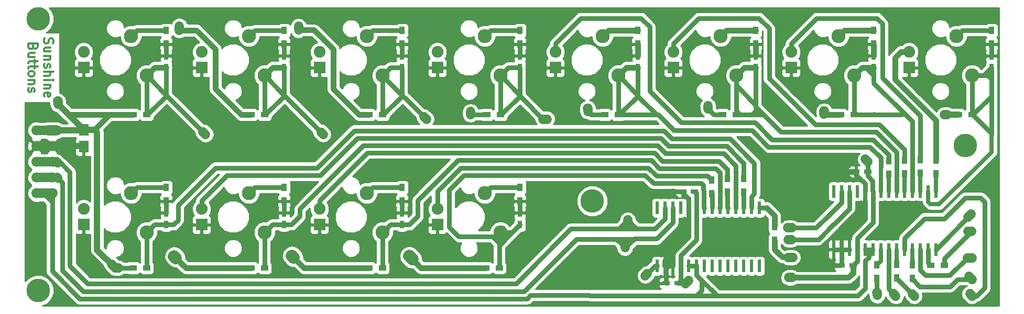
<source format=gbr>
G04 #@! TF.FileFunction,Copper,L1,Top,Signal*
%FSLAX46Y46*%
G04 Gerber Fmt 4.6, Leading zero omitted, Abs format (unit mm)*
G04 Created by KiCad (PCBNEW 4.0.4-stable) date 03/02/17 17:25:37*
%MOMM*%
%LPD*%
G01*
G04 APERTURE LIST*
%ADD10C,0.100000*%
%ADD11C,0.300000*%
%ADD12R,0.600000X2.000000*%
%ADD13R,0.900000X1.200000*%
%ADD14C,2.286000*%
%ADD15R,0.750000X1.200000*%
%ADD16R,1.200000X0.750000*%
%ADD17C,1.905000*%
%ADD18R,1.905000X1.905000*%
%ADD19R,1.200000X0.900000*%
%ADD20R,1.500000X1.950000*%
%ADD21R,1.700000X1.700000*%
%ADD22C,1.700000*%
%ADD23C,3.800000*%
%ADD24C,1.000000*%
%ADD25C,1.500000*%
%ADD26C,0.900000*%
%ADD27C,1.000000*%
%ADD28C,0.800000*%
%ADD29C,2.000000*%
%ADD30C,0.700000*%
%ADD31C,0.254000*%
G04 APERTURE END LIST*
D10*
D11*
X3837057Y43978400D02*
X3765629Y43764114D01*
X3765629Y43406971D01*
X3837057Y43264114D01*
X3908486Y43192685D01*
X4051343Y43121257D01*
X4194200Y43121257D01*
X4337057Y43192685D01*
X4408486Y43264114D01*
X4479914Y43406971D01*
X4551343Y43692685D01*
X4622771Y43835543D01*
X4694200Y43906971D01*
X4837057Y43978400D01*
X4979914Y43978400D01*
X5122771Y43906971D01*
X5194200Y43835543D01*
X5265629Y43692685D01*
X5265629Y43335543D01*
X5194200Y43121257D01*
X4765629Y41835543D02*
X3765629Y41835543D01*
X4765629Y42478400D02*
X3979914Y42478400D01*
X3837057Y42406972D01*
X3765629Y42264114D01*
X3765629Y42049829D01*
X3837057Y41906972D01*
X3908486Y41835543D01*
X4765629Y41121257D02*
X3765629Y41121257D01*
X4622771Y41121257D02*
X4694200Y41049829D01*
X4765629Y40906971D01*
X4765629Y40692686D01*
X4694200Y40549829D01*
X4551343Y40478400D01*
X3765629Y40478400D01*
X3837057Y39835543D02*
X3765629Y39692686D01*
X3765629Y39406971D01*
X3837057Y39264114D01*
X3979914Y39192686D01*
X4051343Y39192686D01*
X4194200Y39264114D01*
X4265629Y39406971D01*
X4265629Y39621257D01*
X4337057Y39764114D01*
X4479914Y39835543D01*
X4551343Y39835543D01*
X4694200Y39764114D01*
X4765629Y39621257D01*
X4765629Y39406971D01*
X4694200Y39264114D01*
X3765629Y38549828D02*
X5265629Y38549828D01*
X3765629Y37906971D02*
X4551343Y37906971D01*
X4694200Y37978400D01*
X4765629Y38121257D01*
X4765629Y38335542D01*
X4694200Y38478400D01*
X4622771Y38549828D01*
X3765629Y37192685D02*
X4765629Y37192685D01*
X5265629Y37192685D02*
X5194200Y37264114D01*
X5122771Y37192685D01*
X5194200Y37121257D01*
X5265629Y37192685D01*
X5122771Y37192685D01*
X4765629Y36478399D02*
X3765629Y36478399D01*
X4622771Y36478399D02*
X4694200Y36406971D01*
X4765629Y36264113D01*
X4765629Y36049828D01*
X4694200Y35906971D01*
X4551343Y35835542D01*
X3765629Y35835542D01*
X3837057Y34549828D02*
X3765629Y34692685D01*
X3765629Y34978399D01*
X3837057Y35121256D01*
X3979914Y35192685D01*
X4551343Y35192685D01*
X4694200Y35121256D01*
X4765629Y34978399D01*
X4765629Y34692685D01*
X4694200Y34549828D01*
X4551343Y34478399D01*
X4408486Y34478399D01*
X4265629Y35192685D01*
X2001343Y42621257D02*
X1929914Y42406971D01*
X1858486Y42335543D01*
X1715629Y42264114D01*
X1501343Y42264114D01*
X1358486Y42335543D01*
X1287057Y42406971D01*
X1215629Y42549829D01*
X1215629Y43121257D01*
X2715629Y43121257D01*
X2715629Y42621257D01*
X2644200Y42478400D01*
X2572771Y42406971D01*
X2429914Y42335543D01*
X2287057Y42335543D01*
X2144200Y42406971D01*
X2072771Y42478400D01*
X2001343Y42621257D01*
X2001343Y43121257D01*
X2215629Y40978400D02*
X1215629Y40978400D01*
X2215629Y41621257D02*
X1429914Y41621257D01*
X1287057Y41549829D01*
X1215629Y41406971D01*
X1215629Y41192686D01*
X1287057Y41049829D01*
X1358486Y40978400D01*
X2215629Y40478400D02*
X2215629Y39906971D01*
X2715629Y40264114D02*
X1429914Y40264114D01*
X1287057Y40192686D01*
X1215629Y40049828D01*
X1215629Y39906971D01*
X2215629Y39621257D02*
X2215629Y39049828D01*
X2715629Y39406971D02*
X1429914Y39406971D01*
X1287057Y39335543D01*
X1215629Y39192685D01*
X1215629Y39049828D01*
X1215629Y38335542D02*
X1287057Y38478400D01*
X1358486Y38549828D01*
X1501343Y38621257D01*
X1929914Y38621257D01*
X2072771Y38549828D01*
X2144200Y38478400D01*
X2215629Y38335542D01*
X2215629Y38121257D01*
X2144200Y37978400D01*
X2072771Y37906971D01*
X1929914Y37835542D01*
X1501343Y37835542D01*
X1358486Y37906971D01*
X1287057Y37978400D01*
X1215629Y38121257D01*
X1215629Y38335542D01*
X2215629Y37192685D02*
X1215629Y37192685D01*
X2072771Y37192685D02*
X2144200Y37121257D01*
X2215629Y36978399D01*
X2215629Y36764114D01*
X2144200Y36621257D01*
X2001343Y36549828D01*
X1215629Y36549828D01*
X1287057Y35906971D02*
X1215629Y35764114D01*
X1215629Y35478399D01*
X1287057Y35335542D01*
X1429914Y35264114D01*
X1501343Y35264114D01*
X1644200Y35335542D01*
X1715629Y35478399D01*
X1715629Y35692685D01*
X1787057Y35835542D01*
X1929914Y35906971D01*
X2001343Y35906971D01*
X2144200Y35835542D01*
X2215629Y35692685D01*
X2215629Y35478399D01*
X2144200Y35335542D01*
D12*
X147834200Y19218400D03*
X146564200Y19218400D03*
X145294200Y19218400D03*
X144024200Y19218400D03*
X142754200Y19218400D03*
X141484200Y19218400D03*
X140214200Y19218400D03*
X138944200Y19218400D03*
X137674200Y19218400D03*
X136404200Y19218400D03*
X135134200Y19218400D03*
X133864200Y19218400D03*
X132594200Y19218400D03*
X131324200Y19218400D03*
X131324200Y9818400D03*
X132594200Y9818400D03*
X133864200Y9818400D03*
X135134200Y9818400D03*
X136404200Y9818400D03*
X137674200Y9818400D03*
X138944200Y9818400D03*
X140214200Y9818400D03*
X141484200Y9818400D03*
X142754200Y9818400D03*
X144024200Y9818400D03*
X145294200Y9818400D03*
X146564200Y9818400D03*
X147834200Y9818400D03*
D13*
X80639200Y19838400D03*
X80639200Y17638400D03*
D14*
X39364200Y12558400D03*
X36824200Y18908400D03*
D15*
X23489200Y41128400D03*
X23489200Y39228400D03*
D14*
X134614200Y37958400D03*
X132074200Y44308400D03*
X77464200Y37958400D03*
X74924200Y44308400D03*
X115564200Y37958400D03*
X113024200Y44308400D03*
D15*
X156839200Y41133400D03*
X156839200Y39233400D03*
X137789200Y41133400D03*
X137789200Y39233400D03*
X118739200Y41128400D03*
X118739200Y39228400D03*
X99689200Y41128400D03*
X99689200Y39228400D03*
X42539200Y41128400D03*
X42539200Y39228400D03*
X61589200Y41128400D03*
X61589200Y39228400D03*
X80639200Y41128400D03*
X80639200Y39228400D03*
X23489200Y15728400D03*
X23489200Y13828400D03*
X42539200Y15728400D03*
X42539200Y13828400D03*
X61589200Y15728400D03*
X61589200Y13828400D03*
X80639200Y15728400D03*
X80639200Y13828400D03*
D16*
X132544200Y7248400D03*
X134444200Y7248400D03*
X134904200Y22428400D03*
X136804200Y22428400D03*
D17*
X143504200Y41768400D03*
D18*
X143504200Y39228400D03*
D17*
X124454200Y41768400D03*
D18*
X124454200Y39228400D03*
D17*
X105404200Y41768400D03*
D18*
X105404200Y39228400D03*
D17*
X86354200Y41768400D03*
D18*
X86354200Y39228400D03*
D17*
X10154200Y41768400D03*
D18*
X10154200Y39228400D03*
D17*
X29204200Y41768400D03*
D18*
X29204200Y39228400D03*
D17*
X48254200Y41768400D03*
D18*
X48254200Y39228400D03*
D17*
X67304200Y41768400D03*
D18*
X67304200Y39228400D03*
D17*
X10154200Y16368400D03*
D18*
X10154200Y13828400D03*
D17*
X29204200Y16368400D03*
D18*
X29204200Y13828400D03*
D17*
X48254200Y16368400D03*
D18*
X48254200Y13828400D03*
D17*
X67304200Y16368400D03*
D18*
X67304200Y13828400D03*
D19*
X153664200Y31608400D03*
X151464200Y31608400D03*
X134614200Y31608400D03*
X132414200Y31608400D03*
X115564200Y31608400D03*
X113364200Y31608400D03*
X96514200Y31608400D03*
X94314200Y31608400D03*
X20314200Y31608400D03*
X18114200Y31608400D03*
X39364200Y31608400D03*
X37164200Y31608400D03*
X58414200Y31608400D03*
X56214200Y31608400D03*
X77464200Y31608400D03*
X75264200Y31608400D03*
X20314200Y6843400D03*
X18114200Y6843400D03*
X39364200Y6843400D03*
X37164200Y6843400D03*
X58414200Y6843400D03*
X56214200Y6843400D03*
X77294200Y6843400D03*
X75094200Y6843400D03*
D13*
X147824200Y22088400D03*
X147824200Y24288400D03*
X145284200Y22108400D03*
X145284200Y24308400D03*
X142754200Y22088400D03*
X142754200Y24288400D03*
X140214200Y21998400D03*
X140214200Y24198400D03*
X138304200Y7288400D03*
X138304200Y5088400D03*
X141474200Y7388400D03*
X141474200Y5188400D03*
X144014200Y7368400D03*
X144014200Y5168400D03*
D19*
X147010000Y7260000D03*
X149210000Y7260000D03*
D13*
X121780000Y13490000D03*
X121780000Y11290000D03*
X116804200Y19138400D03*
X116804200Y21338400D03*
X114194200Y19098400D03*
X114194200Y21298400D03*
X111634200Y18868400D03*
X111634200Y21068400D03*
D14*
X153664200Y37958400D03*
X151124200Y44308400D03*
X96514200Y37958400D03*
X93974200Y44308400D03*
X20314200Y37958400D03*
X17774200Y44308400D03*
X39364200Y37958400D03*
X36824200Y44308400D03*
X58414200Y37958400D03*
X55874200Y44308400D03*
X20314200Y12558400D03*
X17774200Y18908400D03*
X58414200Y12558400D03*
X55874200Y18908400D03*
X77464200Y12558400D03*
X74924200Y18908400D03*
D16*
X104274200Y4358400D03*
X106174200Y4358400D03*
X106954200Y19208400D03*
X108854200Y19208400D03*
D13*
X156839200Y45238400D03*
X156839200Y43038400D03*
X137789200Y45238400D03*
X137789200Y43038400D03*
X118739200Y45238400D03*
X118739200Y43038400D03*
X99689200Y45238400D03*
X99689200Y43038400D03*
X23489200Y45238400D03*
X23489200Y43038400D03*
X42539200Y45238400D03*
X42539200Y43038400D03*
X61589200Y45238400D03*
X61589200Y43038400D03*
X80639200Y45238400D03*
X80639200Y43038400D03*
X23489200Y19838400D03*
X23489200Y17638400D03*
X42539200Y19838400D03*
X42539200Y17638400D03*
X61589200Y19838400D03*
X61589200Y17638400D03*
D20*
X10154200Y29173400D03*
X10154200Y26423400D03*
D21*
X5074200Y29068400D03*
D22*
X2534200Y29068400D03*
X5074200Y26528400D03*
X2534200Y26528400D03*
X5074200Y23988400D03*
X2534200Y23988400D03*
X5074200Y21448400D03*
X2534200Y21448400D03*
X5074200Y18908400D03*
X2534200Y18908400D03*
D23*
X2788200Y3160400D03*
X2788200Y47102400D03*
X152570000Y26600000D03*
D12*
X119314200Y16538400D03*
X118044200Y16538400D03*
X116774200Y16538400D03*
X115504200Y16538400D03*
X114234200Y16538400D03*
X112964200Y16538400D03*
X111694200Y16538400D03*
X110424200Y16538400D03*
X109154200Y16538400D03*
X107884200Y16538400D03*
X106614200Y16538400D03*
X105344200Y16538400D03*
X104074200Y16538400D03*
X102804200Y16538400D03*
X102804200Y7138400D03*
X104074200Y7138400D03*
X105344200Y7138400D03*
X106614200Y7138400D03*
X107884200Y7138400D03*
X109154200Y7138400D03*
X110424200Y7138400D03*
X111694200Y7138400D03*
X112964200Y7138400D03*
X114234200Y7138400D03*
X115504200Y7138400D03*
X116774200Y7138400D03*
X118044200Y7138400D03*
X119314200Y7138400D03*
D23*
X92324200Y17628400D03*
D24*
X44870000Y45310000D03*
X25610000Y45260000D03*
X6010000Y33310000D03*
X91620000Y32140000D03*
X111032600Y32540000D03*
X72650000Y31620000D03*
X129750000Y31710000D03*
X124060000Y5270000D03*
X100880000Y5590000D03*
X107870000Y4760000D03*
X136450000Y24390000D03*
X149174210Y31608400D03*
X62760000Y8750000D03*
X43810000Y8790000D03*
X24780000Y8720000D03*
X15234200Y6843400D03*
X141360000Y2250000D03*
X29839200Y28433400D03*
X48860000Y28430000D03*
X153670000Y2270000D03*
X65520000Y30880000D03*
X153600000Y8440000D03*
X84987106Y30900000D03*
X153520000Y15500000D03*
X132570000Y23200000D03*
X99510000Y7840000D03*
X130490000Y7230000D03*
X105234200Y19188400D03*
X97610000Y10090000D03*
X123984200Y11428400D03*
X98060000Y14570000D03*
X123910000Y13328410D03*
X138350000Y2380000D03*
X144350000Y2270000D03*
X153710000Y4960000D03*
X153590000Y12750000D03*
X123990000Y8520000D03*
D25*
X2534200Y29068400D02*
X5074200Y29068400D01*
X149174210Y31608400D02*
X149670000Y31608400D01*
X44870000Y45310000D02*
X44870000Y45930000D01*
D26*
X50490299Y35744967D02*
X50490299Y42200003D01*
X50490299Y42200003D02*
X47380302Y45310000D01*
X47380302Y45310000D02*
X44870000Y45310000D01*
D25*
X25610000Y45260000D02*
X25610000Y45967106D01*
D26*
X31440299Y35744967D02*
X31440299Y42200003D01*
X31440299Y42200003D02*
X28380302Y45260000D01*
X28380302Y45260000D02*
X25610000Y45260000D01*
D25*
X6010000Y33310000D02*
X6010000Y33790000D01*
X6010000Y33790000D02*
X5980000Y33820000D01*
D27*
X7719200Y31608400D02*
X7711600Y31608400D01*
X7711600Y31608400D02*
X6010000Y33310000D01*
D25*
X5074200Y29068400D02*
X5940000Y29068400D01*
X91620000Y32140000D02*
X91620000Y32640000D01*
X91620000Y32640000D02*
X91590000Y32670000D01*
D28*
X94314200Y31608400D02*
X92151600Y31608400D01*
X92151600Y31608400D02*
X91620000Y32140000D01*
D25*
X111032600Y32540000D02*
X111032600Y33007400D01*
X111032600Y33007400D02*
X110990000Y33050000D01*
D28*
X113364200Y31608400D02*
X111964200Y31608400D01*
X111964200Y31608400D02*
X111032600Y32540000D01*
D25*
X72650000Y31620000D02*
X72650000Y32140000D01*
D28*
X75264200Y31608400D02*
X72661600Y31608400D01*
X72661600Y31608400D02*
X72650000Y31620000D01*
D25*
X129750000Y31710000D02*
X129750000Y32200000D01*
X129750000Y32200000D02*
X129780000Y32230000D01*
D26*
X132414200Y31608400D02*
X129851600Y31608400D01*
X129851600Y31608400D02*
X129750000Y31710000D01*
D25*
X124060000Y5270000D02*
X124570000Y5270000D01*
D26*
X134444200Y5973400D02*
X134444200Y7248400D01*
X124060000Y5270000D02*
X133740800Y5270000D01*
X133740800Y5270000D02*
X134444200Y5973400D01*
D25*
X100880000Y5590000D02*
X101170000Y5880000D01*
D28*
X102804200Y7138400D02*
X102428400Y7138400D01*
X102428400Y7138400D02*
X100880000Y5590000D01*
D25*
X107870000Y4760000D02*
X107370001Y4260001D01*
X107370001Y4260001D02*
X107468400Y4358400D01*
D28*
X106174200Y4358400D02*
X107468400Y4358400D01*
D25*
X136450000Y24390000D02*
X136804200Y24035800D01*
D28*
X136804200Y23603400D02*
X136804200Y24035800D01*
D27*
X151464200Y31608400D02*
X149174210Y31608400D01*
D29*
X62760000Y8750000D02*
X63250000Y8260000D01*
D26*
X64666600Y6843400D02*
X62760000Y8750000D01*
X75094200Y6843400D02*
X64666600Y6843400D01*
D29*
X43810000Y8790000D02*
X44080000Y8520000D01*
D26*
X56214200Y6843400D02*
X45756600Y6843400D01*
X45756600Y6843400D02*
X43810000Y8790000D01*
D29*
X24780000Y8720000D02*
X25030000Y8470000D01*
D26*
X37164200Y6843400D02*
X26656600Y6843400D01*
X26656600Y6843400D02*
X24780000Y8720000D01*
D25*
X15234200Y6843400D02*
X14677600Y7400000D01*
X15234200Y6843400D02*
X15760000Y6843400D01*
D28*
X135134200Y11618400D02*
X135134200Y9818400D01*
X137674200Y14158400D02*
X135134200Y11618400D01*
X137674200Y19218400D02*
X137674200Y14158400D01*
X106614200Y8834258D02*
X106614200Y7138400D01*
X109154200Y11374258D02*
X106614200Y8834258D01*
X109154200Y16538400D02*
X109154200Y11374258D01*
X106614200Y7138400D02*
X106614200Y4798400D01*
X106614200Y4798400D02*
X106174200Y4358400D01*
X108854200Y19208400D02*
X109154200Y18908400D01*
X109154200Y18908400D02*
X109154200Y16538400D01*
X136804200Y23603400D02*
X136804200Y22428400D01*
X136804200Y22428400D02*
X136804200Y21710468D01*
X136804200Y21710468D02*
X137604210Y20910458D01*
X137604210Y20910458D02*
X137604210Y19288390D01*
X137604210Y19288390D02*
X137674200Y19218400D01*
X135134200Y9818400D02*
X135134200Y7938400D01*
X135134200Y7938400D02*
X134444200Y7248400D01*
D27*
X15234200Y6843400D02*
X12340299Y9737301D01*
X12340299Y9737301D02*
X12340299Y28737301D01*
X12340299Y28737301D02*
X11904200Y29173400D01*
D26*
X12059200Y31608400D02*
X7719200Y31608400D01*
X11904200Y29173400D02*
X14339200Y31608400D01*
X14339200Y31608400D02*
X12059200Y31608400D01*
X16504200Y31608400D02*
X14339200Y31608400D01*
X18114200Y31608400D02*
X16504200Y31608400D01*
D27*
X10154200Y29173400D02*
X11904200Y29173400D01*
X7614200Y31713400D02*
X10154200Y29173400D01*
X7719200Y31608400D02*
X7614200Y31713400D01*
X5074200Y29068400D02*
X9624200Y29068400D01*
X9624200Y29068400D02*
X10154200Y29598400D01*
D28*
X18114200Y6843400D02*
X15234200Y6843400D01*
D26*
X31440299Y35744967D02*
X35576866Y31608400D01*
X35576866Y31608400D02*
X35664200Y31608400D01*
X35664200Y31608400D02*
X37164200Y31608400D01*
X50490299Y35744967D02*
X54626866Y31608400D01*
X54626866Y31608400D02*
X54714200Y31608400D01*
X54714200Y31608400D02*
X56214200Y31608400D01*
D30*
X148395802Y17130000D02*
X156195802Y24930000D01*
X156195802Y24930000D02*
X156700000Y25434198D01*
X156839200Y28583400D02*
X156839200Y25573398D01*
X156839200Y25573398D02*
X156195802Y24930000D01*
X146920000Y17130000D02*
X148395802Y17130000D01*
X146564200Y17485800D02*
X146920000Y17130000D01*
X146564200Y17518400D02*
X146564200Y17485800D01*
D28*
X156839200Y34633400D02*
X156839200Y28398400D01*
X156839200Y28398400D02*
X156839200Y28583400D01*
X156839200Y28583400D02*
X153814200Y31608400D01*
X153814200Y31608400D02*
X153664200Y31608400D01*
D30*
X146564200Y19218400D02*
X146564200Y17518400D01*
D28*
X156839200Y37323400D02*
X156839200Y39233400D01*
X155564200Y37958400D02*
X156204200Y37958400D01*
X156204200Y37958400D02*
X156839200Y37323400D01*
X153664200Y37958400D02*
X155564200Y37958400D01*
X155564200Y37958400D02*
X155884200Y38278400D01*
X155884200Y38278400D02*
X156839200Y39233400D01*
X156839200Y37323400D02*
X156839200Y34783400D01*
X156839200Y34783400D02*
X156839200Y34633400D01*
X153664200Y37958400D02*
X153664200Y31608400D01*
X156839200Y34633400D02*
X153814200Y31608400D01*
X144024200Y19218400D02*
X144024200Y30501124D01*
X144024200Y30501124D02*
X142916924Y31608400D01*
X137789200Y36718400D02*
X137806924Y36718400D01*
X137806924Y36718400D02*
X142916924Y31608400D01*
D30*
X142294202Y31608400D02*
X142916924Y31608400D01*
D28*
X137789200Y37958400D02*
X137789200Y36718400D01*
X134614200Y31608400D02*
X142294202Y31608400D01*
X137789200Y31683400D02*
X137864200Y31608400D01*
D30*
X137864200Y31608400D02*
X134614200Y31608400D01*
D28*
X134614200Y37958400D02*
X134614200Y32878400D01*
X134614200Y32878400D02*
X134614200Y31608400D01*
D26*
X136519200Y39233400D02*
X135889200Y39233400D01*
X137789200Y39233400D02*
X136519200Y39233400D01*
D28*
X137789200Y39233400D02*
X137789200Y37958400D01*
X136519200Y39233400D02*
X136519200Y39228400D01*
X136519200Y39228400D02*
X137789200Y37958400D01*
D26*
X135889200Y39233400D02*
X134614200Y37958400D01*
D28*
X134764200Y31608400D02*
X134614200Y31608400D01*
X115564200Y37958400D02*
X115564200Y36341954D01*
X115564200Y36341954D02*
X118739200Y33166954D01*
X118739200Y33166954D02*
X118739200Y32878400D01*
X122817576Y28800024D02*
X122549200Y29068400D01*
X141484200Y25503946D02*
X138188122Y28800024D01*
X141484200Y19218400D02*
X141484200Y25503946D01*
X138188122Y28800024D02*
X122817576Y28800024D01*
X115564200Y32243400D02*
X115564200Y31608400D01*
X115564200Y37958400D02*
X115564200Y32243400D01*
X115564200Y31608400D02*
X116199200Y31608400D01*
X116199200Y31608400D02*
X118104200Y31608400D01*
X115564200Y32243400D02*
X116199200Y31608400D01*
X118739200Y32878400D02*
X118739200Y32243400D01*
X118104200Y31608400D02*
X120009200Y31608400D01*
X118739200Y32243400D02*
X118104200Y31608400D01*
X118739200Y32878400D02*
X122549200Y29068400D01*
X120009200Y31608400D02*
X122549200Y29068400D01*
X118739200Y39228400D02*
X118739200Y32878400D01*
D26*
X118739200Y39228400D02*
X116834200Y39228400D01*
X116834200Y39228400D02*
X115564200Y37958400D01*
D28*
X115564200Y37958400D02*
X115879200Y37958400D01*
X115714200Y31608400D02*
X115564200Y31608400D01*
X138944200Y24649804D02*
X137194002Y26400002D01*
X102993696Y31608400D02*
X102714200Y31608400D01*
X137194002Y26400002D02*
X120772598Y26400002D01*
X138944200Y23128400D02*
X138944200Y24649804D01*
X118104200Y29068400D02*
X105533696Y29068400D01*
X120772598Y26400002D02*
X118104200Y29068400D01*
X105533696Y29068400D02*
X102993696Y31608400D01*
D30*
X138944200Y19218400D02*
X138944200Y23128400D01*
D28*
X99689200Y39228400D02*
X99689200Y34783400D01*
D26*
X99689200Y39228400D02*
X97784200Y39228400D01*
X97784200Y39228400D02*
X96514200Y37958400D01*
D28*
X102714200Y31608400D02*
X99689200Y34633400D01*
X96514200Y31608400D02*
X102714200Y31608400D01*
X96514200Y37958400D02*
X96514200Y31608400D01*
X96514200Y37958400D02*
X99689200Y34783400D01*
X99689200Y34783400D02*
X99689200Y34633400D01*
X99689200Y34633400D02*
X96664200Y31608400D01*
X96664200Y31608400D02*
X96514200Y31608400D01*
D25*
X29839200Y28433400D02*
X29442600Y28830000D01*
X141360000Y2250000D02*
X140980000Y2630000D01*
D28*
X140214200Y9818400D02*
X140214200Y3395800D01*
X140214200Y3395800D02*
X141360000Y2250000D01*
X23489200Y34783400D02*
X29839200Y28433400D01*
X23489200Y39228400D02*
X23489200Y34733399D01*
X23489200Y34733399D02*
X23589199Y34633400D01*
D26*
X23489200Y39228400D02*
X21584200Y39228400D01*
X21584200Y39228400D02*
X20314200Y37958400D01*
D28*
X23489200Y34633400D02*
X23589199Y34633400D01*
X20314200Y37958400D02*
X20314200Y31608400D01*
X23489200Y34633400D02*
X23489200Y34783400D01*
X23489200Y34783400D02*
X20314200Y37958400D01*
X23489200Y34633400D02*
X20464200Y31608400D01*
X20464200Y31608400D02*
X20314200Y31608400D01*
D25*
X153670000Y2270000D02*
X153670000Y2290000D01*
X153670000Y2290000D02*
X153320000Y2640000D01*
X48860000Y28430000D02*
X48500000Y28790000D01*
D28*
X42539200Y34783400D02*
X42539200Y34750800D01*
X42539200Y34750800D02*
X48860000Y28430000D01*
X155740000Y3610000D02*
X154400000Y2270000D01*
X154400000Y2270000D02*
X153670000Y2270000D01*
X155740000Y17520000D02*
X155740000Y3610000D01*
X155080000Y18180000D02*
X155740000Y17520000D01*
X152590000Y18180000D02*
X155080000Y18180000D01*
X149230000Y14820000D02*
X152590000Y18180000D01*
X145955800Y14820000D02*
X149230000Y14820000D01*
X142754200Y9818400D02*
X142754200Y11618400D01*
X142754200Y11618400D02*
X145955800Y14820000D01*
X42539200Y39228400D02*
X42539200Y37828400D01*
X42539200Y37828400D02*
X42539200Y34783400D01*
D26*
X42539200Y39228400D02*
X40634200Y39228400D01*
X40634200Y39228400D02*
X39364200Y37958400D01*
D28*
X39364200Y37958400D02*
X42539200Y34783400D01*
X42539200Y34783400D02*
X42539200Y34633400D01*
X39364200Y37958400D02*
X39364200Y31608400D01*
X42539200Y34633400D02*
X39514200Y31608400D01*
X39514200Y31608400D02*
X39364200Y31608400D01*
D25*
X153600000Y8440000D02*
X152892894Y8440000D01*
X65520000Y30880000D02*
X65120000Y31280000D01*
D28*
X62224200Y34148400D02*
X62251600Y34148400D01*
X62251600Y34148400D02*
X65520000Y30880000D01*
D25*
X153600000Y8440000D02*
X153190000Y8440000D01*
X153190000Y8440000D02*
X153180000Y8430000D01*
D28*
X152892894Y8440000D02*
X150062894Y5610000D01*
X145294200Y8018400D02*
X145294200Y9818400D01*
X146169998Y5610000D02*
X145294200Y6485798D01*
X150062894Y5610000D02*
X146169998Y5610000D01*
X145294200Y6485798D02*
X145294200Y8018400D01*
D25*
X153670000Y8430000D02*
X153180000Y8430000D01*
D28*
X60954200Y33998400D02*
X61589200Y34633400D01*
X58564200Y31608400D02*
X60954200Y33998400D01*
X61589200Y34783400D02*
X62224200Y34148400D01*
X58414200Y31608400D02*
X58564200Y31608400D01*
X61589200Y34633400D02*
X61589200Y34783400D01*
X59557199Y36815401D02*
X61589200Y34783400D01*
X58414200Y37958400D02*
X59557199Y36815401D01*
X61589200Y39228400D02*
X61589200Y34783400D01*
X61589200Y39228400D02*
X59684200Y39228400D01*
X59684200Y39228400D02*
X58414200Y37958400D01*
X58414200Y37958400D02*
X58414200Y31608400D01*
D25*
X84987106Y30900000D02*
X84370000Y30900000D01*
D28*
X82688699Y32581301D02*
X84370000Y30900000D01*
X82688699Y32613389D02*
X82688699Y32581301D01*
X153520000Y15500000D02*
X147838400Y9818400D01*
X147838400Y9818400D02*
X147834200Y9818400D01*
D25*
X153520000Y15500000D02*
X153050000Y15030000D01*
D28*
X80639200Y39228400D02*
X78734200Y39228400D01*
X78734200Y39228400D02*
X77464200Y37958400D01*
X80639200Y39228400D02*
X80639200Y37828400D01*
X80639200Y37828400D02*
X80639200Y34633400D01*
X80639200Y34633400D02*
X80668688Y34633400D01*
X80668688Y34633400D02*
X82688699Y32613389D01*
X80639200Y34633400D02*
X80639200Y34783400D01*
X80639200Y34783400D02*
X77464200Y37958400D01*
X77464200Y37958400D02*
X77464200Y31608400D01*
X80639200Y34633400D02*
X77614200Y31608400D01*
X77614200Y31608400D02*
X77464200Y31608400D01*
X25394200Y14558400D02*
X24664200Y13828400D01*
X25394200Y17003400D02*
X25394200Y14558400D01*
X24664200Y13828400D02*
X23489200Y13828400D01*
X47869140Y23029312D02*
X31420112Y23029312D01*
X114542420Y27728466D02*
X105176559Y27728466D01*
X118514200Y18808400D02*
X118514200Y23756686D01*
X118044200Y16538400D02*
X118044200Y18338400D01*
X118514200Y23756686D02*
X114542420Y27728466D01*
X53869193Y29029365D02*
X47869140Y23029312D01*
X118044200Y18338400D02*
X118514200Y18808400D01*
X105176559Y27728466D02*
X103875660Y29029365D01*
X31420112Y23029312D02*
X25394200Y17003400D01*
X103875660Y29029365D02*
X53869193Y29029365D01*
X20314200Y12558400D02*
X20314200Y6843400D01*
X23489200Y13828400D02*
X21584200Y13828400D01*
X21584200Y13828400D02*
X20314200Y12558400D01*
X115504200Y23372544D02*
X113548300Y25328444D01*
X55340143Y26629343D02*
X45079200Y16368400D01*
X104182439Y25328444D02*
X102881540Y26629343D01*
X115504200Y16538400D02*
X115504200Y23372544D01*
X45079200Y16368400D02*
X45079200Y15193400D01*
X102881540Y26629343D02*
X55340143Y26629343D01*
X45079200Y15193400D02*
X43714200Y13828400D01*
X113548300Y25328444D02*
X104182439Y25328444D01*
X43714200Y13828400D02*
X42539200Y13828400D01*
X39364200Y12558400D02*
X39364200Y6843400D01*
X42539200Y13828400D02*
X40634200Y13828400D01*
X40634200Y13828400D02*
X39364200Y12558400D01*
X62764200Y13828400D02*
X61589200Y13828400D01*
X101887421Y24229320D02*
X70597646Y24229320D01*
X64129200Y17760874D02*
X64129200Y15193400D01*
X112964200Y16538400D02*
X112944199Y16558401D01*
X64129200Y15193400D02*
X62764200Y13828400D01*
X103188319Y22928422D02*
X101887421Y24229320D01*
X112264180Y22928422D02*
X103188319Y22928422D01*
X112944199Y22248403D02*
X112264180Y22928422D01*
X112944199Y16558401D02*
X112944199Y22248403D01*
X70597646Y24229320D02*
X64129200Y17760874D01*
X112964200Y16538400D02*
X112924201Y16578399D01*
X58414200Y12558400D02*
X58414200Y6843400D01*
X61589200Y13828400D02*
X59684200Y13828400D01*
X59684200Y13828400D02*
X58414200Y12558400D01*
X70733101Y11923400D02*
X69209200Y13447301D01*
X109949202Y20528400D02*
X102194200Y20528400D01*
X76194200Y11923400D02*
X70733101Y11923400D01*
X69209200Y13447301D02*
X69209200Y19446734D01*
X69209200Y19446734D02*
X71591767Y21829301D01*
X71591767Y21829301D02*
X100893299Y21829301D01*
X100893299Y21829301D02*
X102194200Y20528400D01*
X110384199Y19298401D02*
X110254201Y19428399D01*
X110254201Y19428399D02*
X110254201Y20223401D01*
X110254201Y20223401D02*
X109949202Y20528400D01*
X110424200Y16538400D02*
X110384199Y16578401D01*
X110384199Y16578401D02*
X110384199Y19298401D01*
X77464200Y10653400D02*
X77294200Y10483400D01*
X77294200Y10483400D02*
X77294200Y6843400D01*
X77464200Y10653400D02*
X76194200Y11923400D01*
X79369200Y12558400D02*
X77464200Y10653400D01*
X76194200Y11923400D02*
X76829200Y11923400D01*
X77464200Y12558400D02*
X77464200Y10653400D01*
X76829200Y11923400D02*
X77464200Y12558400D01*
X77464200Y12558400D02*
X79369200Y12558400D01*
X79369200Y12558400D02*
X80639200Y13828400D01*
D25*
X2534200Y26528400D02*
X5074200Y26528400D01*
X5074200Y26528400D02*
X5920000Y26528400D01*
X132570000Y23200000D02*
X132950000Y22820000D01*
D26*
X134904200Y22428400D02*
X133341600Y22428400D01*
X133341600Y22428400D02*
X132570000Y23200000D01*
D25*
X99510000Y7840000D02*
X99930000Y8260000D01*
D26*
X105344200Y9261329D02*
X100931329Y9261329D01*
X100931329Y9261329D02*
X99510000Y7840000D01*
X104074200Y7138400D02*
X104074200Y7991329D01*
X104074200Y7991329D02*
X104760000Y8677129D01*
D28*
X104760000Y7138400D02*
X105344200Y7138400D01*
D26*
X104760000Y7138400D02*
X104760000Y8677129D01*
D28*
X104074200Y7138400D02*
X104760000Y7138400D01*
D26*
X104760000Y8677129D02*
X105344200Y9261329D01*
D25*
X130490000Y7230000D02*
X130961600Y7230000D01*
X130961600Y7230000D02*
X130980000Y7248400D01*
D28*
X132544200Y7248400D02*
X130508400Y7248400D01*
X130508400Y7248400D02*
X130490000Y7230000D01*
X106954200Y19208400D02*
X105254200Y19208400D01*
X105254200Y19208400D02*
X105234200Y19188400D01*
D30*
X136404200Y15598400D02*
X132594200Y11788400D01*
X132594200Y11788400D02*
X132594200Y9818400D01*
X136404200Y19218400D02*
X136404200Y15598400D01*
D28*
X107884200Y14738400D02*
X107884200Y16538400D01*
X105344200Y9261329D02*
X107884200Y11801329D01*
X105344200Y7138400D02*
X105344200Y9261329D01*
X107884200Y11801329D02*
X107884200Y14738400D01*
X104274200Y4358400D02*
X104274200Y6938400D01*
X104274200Y6938400D02*
X104074200Y7138400D01*
X106954200Y19208400D02*
X106954200Y18938402D01*
X106954200Y18938402D02*
X107884200Y18008402D01*
X107884200Y18008402D02*
X107884200Y16538400D01*
X132594200Y9818400D02*
X132594200Y7298400D01*
X132594200Y7298400D02*
X132544200Y7248400D01*
X133864200Y9818400D02*
X132594200Y9818400D01*
X136404200Y19218400D02*
X136404200Y20413398D01*
X134904200Y21913398D02*
X134904200Y22428400D01*
X136404200Y20413398D02*
X134904200Y21913398D01*
X132594200Y9818400D02*
X131324200Y9818400D01*
D27*
X5074200Y26528400D02*
X10049200Y26528400D01*
X10049200Y26528400D02*
X10154200Y26423400D01*
D28*
X23489200Y17638400D02*
X23489200Y15728400D01*
D26*
X137789200Y43038400D02*
X137789200Y41133400D01*
X118739200Y43038400D02*
X118739200Y41128400D01*
X99689200Y43038400D02*
X99689200Y41128400D01*
D28*
X23489200Y43038400D02*
X23489200Y41128400D01*
X61589200Y41128400D02*
X61589200Y43038400D01*
X42539200Y43038400D02*
X42539200Y41128400D01*
X80639200Y43038400D02*
X80639200Y41128400D01*
X42539200Y17638400D02*
X42539200Y15728400D01*
X61589200Y15728400D02*
X61589200Y17638400D01*
X80639200Y15728400D02*
X80639200Y17638400D01*
X156839200Y43038400D02*
X156839200Y41133400D01*
D25*
X2534200Y21448400D02*
X5074200Y21448400D01*
D28*
X96210000Y11498676D02*
X89739476Y11498676D01*
X89739476Y11498676D02*
X81274200Y3033400D01*
X10066600Y3033400D02*
X6724201Y6375799D01*
X81274200Y3033400D02*
X10066600Y3033400D01*
X6724201Y6375799D02*
X6724201Y20585799D01*
X6724201Y20585799D02*
X5861600Y21448400D01*
X5074200Y21448400D02*
X5861600Y21448400D01*
D25*
X5861600Y21448400D02*
X5950000Y21360000D01*
X97610000Y10690000D02*
X97610000Y10090000D01*
D28*
X97610000Y10090000D02*
X97110001Y10589999D01*
X96210000Y11498676D02*
X97686354Y11498676D01*
X97110001Y10589999D02*
X97110001Y10598675D01*
X97110001Y10598675D02*
X96210000Y11498676D01*
X97610000Y10090000D02*
X98109999Y10589999D01*
X98191889Y10589999D02*
X99100566Y11498676D01*
X98109999Y10589999D02*
X98191889Y10589999D01*
X97686354Y11498676D02*
X98393460Y11498676D01*
X99101306Y11499416D02*
X99100566Y11498676D01*
X99101306Y11538400D02*
X99101306Y11499416D01*
X99100566Y11498676D02*
X98393460Y11498676D01*
D25*
X123984200Y11428400D02*
X124480000Y11428400D01*
D28*
X131368400Y13948400D02*
X128848400Y11428400D01*
X128848400Y11428400D02*
X123984200Y11428400D01*
X131384200Y13948400D02*
X131368400Y13948400D01*
X105344200Y16538400D02*
X105344200Y14158400D01*
X105344200Y14158400D02*
X102724200Y11538400D01*
X102724200Y11538400D02*
X99101306Y11538400D01*
X99101306Y11538400D02*
X99121306Y11518400D01*
X131384200Y13948400D02*
X133864200Y16428400D01*
X133864200Y16428400D02*
X133864200Y19218400D01*
D25*
X2534200Y23988400D02*
X5074200Y23988400D01*
D28*
X7924212Y22340469D02*
X6276281Y23988400D01*
X7924212Y7168388D02*
X7924212Y22340469D01*
X10789200Y4303400D02*
X7924212Y7168388D01*
X6276281Y23988400D02*
X5074200Y23988400D01*
X80004200Y4303400D02*
X10789200Y4303400D01*
X88849200Y13148400D02*
X80004200Y4303400D01*
X96640000Y13148400D02*
X88849200Y13148400D01*
D25*
X5074200Y23988400D02*
X5741600Y23988400D01*
X5741600Y23988400D02*
X5920000Y23810000D01*
X98060000Y14000000D02*
X98060000Y14570000D01*
D28*
X98424200Y13148400D02*
X96640000Y13148400D01*
X98060000Y14570000D02*
X97560001Y14070001D01*
X97560001Y14070001D02*
X97560001Y14068401D01*
X97560001Y14068401D02*
X96640000Y13148400D01*
X102484200Y13148400D02*
X99470000Y13148400D01*
X98559999Y14070001D02*
X98559999Y14058401D01*
X99470000Y13148400D02*
X98424200Y13148400D01*
X98060000Y14570000D02*
X98559999Y14070001D01*
X98559999Y14058401D02*
X99470000Y13148400D01*
D25*
X124528410Y13328410D02*
X123910000Y13328410D01*
D28*
X124528410Y13328410D02*
X128504210Y13328410D01*
X128504210Y13328410D02*
X130844200Y15668400D01*
X130844200Y15668400D02*
X130844200Y15644200D01*
X104074200Y16538400D02*
X104074200Y14738400D01*
X104074200Y14738400D02*
X102484200Y13148400D01*
X132594200Y19218400D02*
X132594200Y17418400D01*
X132594200Y17418400D02*
X130844200Y15668400D01*
D30*
X147824200Y22088400D02*
X147824200Y19228400D01*
X147824200Y19228400D02*
X147834200Y19218400D01*
X145284200Y22108400D02*
X145284200Y19228400D01*
X145284200Y19228400D02*
X145294200Y19218400D01*
X142754200Y22088400D02*
X142754200Y19218400D01*
X140214200Y21998400D02*
X140214200Y19218400D01*
X138304200Y7288400D02*
X138944200Y7928400D01*
X138944200Y7928400D02*
X138944200Y9818400D01*
X141484200Y9818400D02*
X141484200Y7398400D01*
X141484200Y7398400D02*
X141474200Y7388400D01*
X144024200Y9818400D02*
X144024200Y7378400D01*
X144024200Y7378400D02*
X144014200Y7368400D01*
D28*
X146564200Y9818400D02*
X146564200Y7705800D01*
X146564200Y7705800D02*
X147010000Y7260000D01*
D26*
X120494200Y16538400D02*
X121780000Y15252600D01*
X121780000Y15252600D02*
X121780000Y13490000D01*
D28*
X119314200Y16538400D02*
X120494200Y16538400D01*
X119304200Y16548400D02*
X119314200Y16538400D01*
X116804200Y17738400D02*
X116774200Y17708400D01*
X116774200Y17708400D02*
X116774200Y16538400D01*
X116804200Y19138400D02*
X116804200Y17738400D01*
X114194200Y19098400D02*
X114194200Y16578400D01*
X114194200Y16578400D02*
X114234200Y16538400D01*
X111694200Y16538400D02*
X111694200Y18808400D01*
X111694200Y18808400D02*
X111634200Y18868400D01*
X111674200Y16558400D02*
X111694200Y16538400D01*
D26*
X141218200Y40829438D02*
X142157162Y41768400D01*
X141218200Y37301653D02*
X141218200Y40829438D01*
X147824200Y30695653D02*
X141218200Y37301653D01*
X147824200Y24288400D02*
X147824200Y30695653D01*
X142157162Y41768400D02*
X143504200Y41768400D01*
D28*
X139186200Y37520000D02*
X139186200Y46331402D01*
X145284200Y24308400D02*
X145284200Y31422000D01*
X145284200Y31422000D02*
X139186200Y37520000D01*
X124454200Y43115438D02*
X124454200Y41768400D01*
X128568063Y47229301D02*
X124454200Y43115438D01*
X139186200Y46331402D02*
X138288301Y47229301D01*
X138288301Y47229301D02*
X128568063Y47229301D01*
X109518063Y47229301D02*
X105404200Y43115438D01*
X128348565Y30000035D02*
X120898200Y37450400D01*
X119238301Y47229301D02*
X109518063Y47229301D01*
X120898200Y45569402D02*
X119238301Y47229301D01*
X120898200Y37450400D02*
X120898200Y45569402D01*
X142754200Y25931017D02*
X138685182Y30000035D01*
X138685182Y30000035D02*
X128348565Y30000035D01*
X105404200Y43115438D02*
X105404200Y41768400D01*
X142754200Y24288400D02*
X142754200Y25931017D01*
X140214200Y24198400D02*
X140214200Y25076875D01*
X137691062Y27600013D02*
X121350587Y27600013D01*
X110949198Y30338400D02*
X108198200Y30338400D01*
X118612200Y30338400D02*
X110949198Y30338400D01*
X140214200Y25076875D02*
X137691062Y27600013D01*
X121350587Y27600013D02*
X118612200Y30338400D01*
X108198200Y30338400D02*
X106674200Y30338400D01*
X106674200Y30338400D02*
X101594200Y35418400D01*
X101594200Y35418400D02*
X101594200Y45823402D01*
X86354200Y43115438D02*
X86354200Y41768400D01*
X101594200Y45823402D02*
X100188301Y47229301D01*
X100188301Y47229301D02*
X90468063Y47229301D01*
X90468063Y47229301D02*
X86354200Y43115438D01*
X108198200Y30338400D02*
X107944200Y30338400D01*
D25*
X138350000Y2380000D02*
X138350000Y2834200D01*
X138350000Y2834200D02*
X138304200Y2880000D01*
D28*
X138304200Y5088400D02*
X138304200Y2425800D01*
X138304200Y2425800D02*
X138350000Y2380000D01*
D25*
X144350000Y2270000D02*
X144050000Y2570000D01*
D28*
X141474200Y5188400D02*
X141474200Y5145800D01*
X141474200Y5145800D02*
X144350000Y2270000D01*
X141474200Y5188400D02*
X141474200Y5025800D01*
D25*
X153710000Y4980000D02*
X153200000Y5490000D01*
X153710000Y4960000D02*
X153710000Y4980000D01*
D28*
X153710000Y4960000D02*
X151300000Y4960000D01*
X151300000Y4960000D02*
X150108400Y3768400D01*
X150108400Y3768400D02*
X145264200Y3768400D01*
X145264200Y3768400D02*
X144014200Y5018400D01*
X144014200Y5018400D02*
X144014200Y5168400D01*
D25*
X153590000Y12750000D02*
X153060000Y12750000D01*
X153060000Y12750000D02*
X153040000Y12770000D01*
D28*
X149210000Y7260000D02*
X149210000Y8370000D01*
X149210000Y8370000D02*
X153590000Y12750000D01*
X149210000Y7260000D02*
X149360000Y7260000D01*
D25*
X123990000Y8520000D02*
X124697106Y8520000D01*
X124697106Y8520000D02*
X124520000Y8520000D01*
D26*
X123010000Y8560000D02*
X123950000Y8560000D01*
X123950000Y8560000D02*
X123990000Y8520000D01*
X121780000Y11290000D02*
X121780000Y9790000D01*
X121780000Y9790000D02*
X123010000Y8560000D01*
D28*
X114045360Y26528455D02*
X104679499Y26528455D01*
X29204200Y17715438D02*
X29204200Y16368400D01*
X33318063Y21829301D02*
X29204200Y17715438D01*
X104679499Y26528455D02*
X103378600Y27829354D01*
X48366200Y21829301D02*
X33318063Y21829301D01*
X54366253Y27829354D02*
X48366200Y21829301D01*
X116804200Y23769615D02*
X114045360Y26528455D01*
X116804200Y21338400D02*
X116804200Y23769615D01*
X103378600Y27829354D02*
X54366253Y27829354D01*
X48254200Y17715438D02*
X48254200Y16368400D01*
X55968094Y25429332D02*
X48254200Y17715438D01*
X102384480Y25429332D02*
X55968094Y25429332D01*
X112764167Y24128433D02*
X103685379Y24128433D01*
X114194200Y22698400D02*
X112764167Y24128433D01*
X103685379Y24128433D02*
X102384480Y25429332D01*
X114194200Y21298400D02*
X114194200Y22698400D01*
X71094707Y23029310D02*
X67304200Y19238804D01*
X67304200Y17715438D02*
X67304200Y16368400D01*
X101390360Y23029310D02*
X71094707Y23029310D01*
X110974189Y21728411D02*
X102691259Y21728411D01*
X111634200Y21068400D02*
X110974189Y21728411D01*
X102691259Y21728411D02*
X101390360Y23029310D01*
X67304200Y19238804D02*
X67304200Y17715438D01*
X156839200Y45238400D02*
X152054200Y45238400D01*
X152054200Y45238400D02*
X151124200Y44308400D01*
D26*
X137789200Y45238400D02*
X133004200Y45238400D01*
X133004200Y45238400D02*
X132074200Y44308400D01*
X118739200Y45238400D02*
X113954200Y45238400D01*
X113954200Y45238400D02*
X113024200Y44308400D01*
X99689200Y45238400D02*
X94904200Y45238400D01*
X94904200Y45238400D02*
X93974200Y44308400D01*
D28*
X23489200Y45238400D02*
X18704200Y45238400D01*
X18704200Y45238400D02*
X17774200Y44308400D01*
D27*
X17293299Y43827499D02*
X17774200Y44308400D01*
D28*
X42539200Y45238400D02*
X37754200Y45238400D01*
X37754200Y45238400D02*
X36824200Y44308400D01*
X61589200Y45238400D02*
X56804200Y45238400D01*
X56804200Y45238400D02*
X55874200Y44308400D01*
X80639200Y45238400D02*
X75854200Y45238400D01*
X75854200Y45238400D02*
X74924200Y44308400D01*
X23489200Y19838400D02*
X18704200Y19838400D01*
X18704200Y19838400D02*
X17774200Y18908400D01*
X42539200Y19838400D02*
X37754200Y19838400D01*
X37754200Y19838400D02*
X36824200Y18908400D01*
X61589200Y19838400D02*
X56804200Y19838400D01*
X56804200Y19838400D02*
X55874200Y18908400D01*
X80639200Y19838400D02*
X75854200Y19838400D01*
X75854200Y19838400D02*
X74924200Y18908400D01*
D25*
X3670000Y18908400D02*
X5074200Y18908400D01*
X2534200Y18908400D02*
X3670000Y18908400D01*
D28*
X5074200Y18908400D02*
X5074200Y17500000D01*
X5074200Y17500000D02*
X5074200Y6279189D01*
X3670000Y18908400D02*
X3670000Y18904200D01*
X3670000Y18904200D02*
X5074200Y17500000D01*
X81771260Y1833389D02*
X9520000Y1833389D01*
X5074200Y6279189D02*
X9520000Y1833389D01*
X107464200Y2368398D02*
X91872604Y2368398D01*
X91872604Y2368398D02*
X91842602Y2398400D01*
X91842602Y2398400D02*
X82336271Y2398400D01*
X82336271Y2398400D02*
X81771260Y1833389D01*
X112180000Y2338390D02*
X110904208Y2338390D01*
X135228390Y2338390D02*
X112180000Y2338390D01*
X112180000Y2338390D02*
X112180000Y2642046D01*
X112180000Y2642046D02*
X110014200Y4807846D01*
X137020000Y9818400D02*
X137020000Y8550000D01*
X137020000Y8550000D02*
X136450000Y7980000D01*
X136450000Y7980000D02*
X136450000Y3560000D01*
X136450000Y3560000D02*
X135228390Y2338390D01*
X110904208Y2338390D02*
X110874200Y2368398D01*
X110874200Y2368398D02*
X109184200Y2368398D01*
X110014200Y4807846D02*
X110014200Y4478400D01*
X109154200Y7138400D02*
X109154200Y5667846D01*
X109154200Y5667846D02*
X110014200Y4807846D01*
D30*
X137020000Y9818400D02*
X136404200Y9818400D01*
X137674200Y9818400D02*
X137020000Y9818400D01*
D28*
X109184200Y2368398D02*
X107464200Y2368398D01*
X110014200Y4478400D02*
X110014200Y3198398D01*
X110014200Y3198398D02*
X109184200Y2368398D01*
X107464200Y2368398D02*
X108468202Y2368398D01*
X107884200Y7138400D02*
X109154200Y7138400D01*
D31*
G36*
X158034200Y708400D02*
X3492169Y708400D01*
X4222286Y1010078D01*
X4936016Y1722563D01*
X5322759Y2653945D01*
X5323639Y3662431D01*
X4938522Y4594486D01*
X4226037Y5308216D01*
X3294655Y5694959D01*
X2286169Y5695839D01*
X1354114Y5310722D01*
X704200Y4661942D01*
X704200Y26757121D01*
X1037482Y26757121D01*
X1063885Y26166942D01*
X1238941Y25744320D01*
X1490242Y25664047D01*
X2354595Y26528400D01*
X2713805Y26528400D01*
X3578158Y25664047D01*
X3804200Y25736252D01*
X4030242Y25664047D01*
X4894595Y26528400D01*
X5253805Y26528400D01*
X6118158Y25664047D01*
X6369459Y25744320D01*
X6512141Y26137650D01*
X8769200Y26137650D01*
X8769200Y25322091D01*
X8865873Y25088702D01*
X9044501Y24910073D01*
X9277890Y24813400D01*
X9868450Y24813400D01*
X10027200Y24972150D01*
X10027200Y26296400D01*
X8927950Y26296400D01*
X8769200Y26137650D01*
X6512141Y26137650D01*
X6570918Y26299679D01*
X6544515Y26889858D01*
X6369459Y27312480D01*
X6118158Y27392753D01*
X5253805Y26528400D01*
X4894595Y26528400D01*
X4030242Y27392753D01*
X3804200Y27320548D01*
X3578158Y27392753D01*
X2713805Y26528400D01*
X2354595Y26528400D01*
X1490242Y27392753D01*
X1238941Y27312480D01*
X1037482Y26757121D01*
X704200Y26757121D01*
X704200Y33557685D01*
X4625000Y33557685D01*
X4625000Y33310000D01*
X4730427Y32779983D01*
X5030657Y32330657D01*
X5479983Y32030427D01*
X5735209Y31979659D01*
X6909034Y30805834D01*
X6931938Y30790530D01*
X7519068Y30203400D01*
X6686386Y30203400D01*
X6470017Y30347973D01*
X6392431Y30363406D01*
X6388290Y30369841D01*
X6176090Y30514831D01*
X5924200Y30565840D01*
X4224200Y30565840D01*
X3988883Y30521562D01*
X3882956Y30453400D01*
X3071086Y30453400D01*
X2830881Y30553142D01*
X2240111Y30553657D01*
X1694114Y30328056D01*
X1276012Y29910683D01*
X1049458Y29365081D01*
X1048943Y28774311D01*
X1274544Y28228314D01*
X1691917Y27810212D01*
X1739512Y27790449D01*
X1669847Y27572358D01*
X2534200Y26708005D01*
X3398553Y27572358D01*
X3363083Y27683400D01*
X3882403Y27683400D01*
X3972310Y27621969D01*
X4210300Y27573775D01*
X4209847Y27572358D01*
X5074200Y26708005D01*
X5938553Y27572358D01*
X5938160Y27573587D01*
X6159517Y27615238D01*
X6375641Y27754310D01*
X6388091Y27772531D01*
X6470017Y27788827D01*
X6686386Y27933400D01*
X8820138Y27933400D01*
X8906682Y27798907D01*
X8865873Y27758098D01*
X8769200Y27524709D01*
X8769200Y26709150D01*
X8927950Y26550400D01*
X10027200Y26550400D01*
X10027200Y26570400D01*
X10281200Y26570400D01*
X10281200Y26550400D01*
X10301200Y26550400D01*
X10301200Y26296400D01*
X10281200Y26296400D01*
X10281200Y24972150D01*
X10439950Y24813400D01*
X11030510Y24813400D01*
X11205299Y24885800D01*
X11205299Y17562491D01*
X11054621Y17713432D01*
X10471359Y17955624D01*
X9839812Y17956175D01*
X9256128Y17715002D01*
X8959212Y17418603D01*
X8959212Y22340469D01*
X8928507Y22494831D01*
X8880427Y22736547D01*
X8752220Y22928422D01*
X8656068Y23072325D01*
X8656065Y23072327D01*
X7008137Y24720256D01*
X6888475Y24800211D01*
X6720943Y24967743D01*
X6637645Y25023401D01*
X6271617Y25267973D01*
X5893435Y25343198D01*
X5938553Y25484442D01*
X5074200Y26348795D01*
X4209847Y25484442D01*
X4245317Y25373400D01*
X3363083Y25373400D01*
X3398553Y25484442D01*
X2534200Y26348795D01*
X1669847Y25484442D01*
X1739381Y25266760D01*
X1694114Y25248056D01*
X1276012Y24830683D01*
X1049458Y24285081D01*
X1048943Y23694311D01*
X1274544Y23148314D01*
X1691917Y22730212D01*
X1719757Y22718652D01*
X1694114Y22708056D01*
X1276012Y22290683D01*
X1049458Y21745081D01*
X1048943Y21154311D01*
X1274544Y20608314D01*
X1691917Y20190212D01*
X1719757Y20178652D01*
X1694114Y20168056D01*
X1276012Y19750683D01*
X1049458Y19205081D01*
X1048943Y18614311D01*
X1274544Y18068314D01*
X1691917Y17650212D01*
X2237519Y17423658D01*
X2828289Y17423143D01*
X3070930Y17523400D01*
X3587088Y17523400D01*
X4039200Y17071289D01*
X4039200Y6279194D01*
X4039199Y6279189D01*
X4117985Y5883112D01*
X4342344Y5547333D01*
X8788142Y1101536D01*
X8788144Y1101533D01*
X9123923Y877174D01*
X9520000Y798388D01*
X9520005Y798389D01*
X81771255Y798389D01*
X81771260Y798388D01*
X82167337Y877174D01*
X82503116Y1101533D01*
X82764983Y1363400D01*
X91721771Y1363400D01*
X91872604Y1333397D01*
X91872609Y1333398D01*
X109184195Y1333398D01*
X109184200Y1333397D01*
X109184205Y1333398D01*
X110753345Y1333398D01*
X110904208Y1303389D01*
X110904213Y1303390D01*
X135228385Y1303390D01*
X135228390Y1303389D01*
X135624467Y1382175D01*
X135960246Y1606534D01*
X136965000Y2611289D01*
X136965000Y2380000D01*
X137070427Y1849983D01*
X137370657Y1400657D01*
X137819983Y1100427D01*
X138350000Y995000D01*
X138880017Y1100427D01*
X139329343Y1400657D01*
X139629573Y1849983D01*
X139689864Y2153087D01*
X139700427Y2099984D01*
X140000657Y1650657D01*
X140380657Y1270657D01*
X140829984Y970427D01*
X141360000Y865000D01*
X141890016Y970427D01*
X142339343Y1270657D01*
X142639573Y1719984D01*
X142736826Y2208907D01*
X142770427Y2039984D01*
X143070657Y1590657D01*
X143370657Y1290657D01*
X143819984Y990427D01*
X144350000Y885000D01*
X144880016Y990427D01*
X145329343Y1290657D01*
X145629573Y1739984D01*
X145735000Y2270000D01*
X145642824Y2733400D01*
X150108395Y2733400D01*
X150108400Y2733399D01*
X150504477Y2812185D01*
X150840256Y3036544D01*
X151728711Y3925000D01*
X152813954Y3925000D01*
X152814714Y3924492D01*
X152789984Y3919573D01*
X152340657Y3619343D01*
X152040427Y3170016D01*
X151935000Y2640000D01*
X152040427Y2109984D01*
X152340657Y1660657D01*
X152650384Y1350930D01*
X152690657Y1290657D01*
X153139983Y990427D01*
X153670000Y885000D01*
X154200017Y990427D01*
X154636430Y1282029D01*
X154796077Y1313785D01*
X155131856Y1538144D01*
X156471853Y2878142D01*
X156471856Y2878144D01*
X156620264Y3100254D01*
X156696215Y3213922D01*
X156775001Y3610000D01*
X156775000Y3610005D01*
X156775000Y17519995D01*
X156775001Y17520000D01*
X156696215Y17916077D01*
X156674895Y17947985D01*
X156471856Y18251856D01*
X156471853Y18251858D01*
X155811856Y18911856D01*
X155476077Y19136215D01*
X155080000Y19215001D01*
X155079995Y19215000D01*
X152590005Y19215000D01*
X152590000Y19215001D01*
X152204908Y19138400D01*
X152193923Y19136215D01*
X151858144Y18911856D01*
X151858142Y18911853D01*
X148801288Y15855000D01*
X145955805Y15855000D01*
X145955800Y15855001D01*
X145559723Y15776215D01*
X145223944Y15551856D01*
X145223942Y15551853D01*
X142022344Y12350256D01*
X141797985Y12014477D01*
X141719199Y11618400D01*
X141719200Y11618395D01*
X141719200Y11465840D01*
X141184200Y11465840D01*
X140948883Y11421562D01*
X140849672Y11357722D01*
X140766090Y11414831D01*
X140514200Y11465840D01*
X139914200Y11465840D01*
X139678883Y11421562D01*
X139579672Y11357722D01*
X139496090Y11414831D01*
X139244200Y11465840D01*
X138644200Y11465840D01*
X138408883Y11421562D01*
X138309672Y11357722D01*
X138226090Y11414831D01*
X137974200Y11465840D01*
X137374200Y11465840D01*
X137138883Y11421562D01*
X137039672Y11357722D01*
X136956090Y11414831D01*
X136704200Y11465840D01*
X136445352Y11465840D01*
X138406053Y13426542D01*
X138406056Y13426544D01*
X138589708Y13701400D01*
X138630415Y13762322D01*
X138709200Y14158400D01*
X138709200Y17570960D01*
X139244200Y17570960D01*
X139479517Y17615238D01*
X139578728Y17679078D01*
X139662310Y17621969D01*
X139914200Y17570960D01*
X140514200Y17570960D01*
X140749517Y17615238D01*
X140848728Y17679078D01*
X140932310Y17621969D01*
X141184200Y17570960D01*
X141784200Y17570960D01*
X142019517Y17615238D01*
X142118728Y17679078D01*
X142202310Y17621969D01*
X142454200Y17570960D01*
X143054200Y17570960D01*
X143289517Y17615238D01*
X143388728Y17679078D01*
X143472310Y17621969D01*
X143724200Y17570960D01*
X144324200Y17570960D01*
X144559517Y17615238D01*
X144658728Y17679078D01*
X144742310Y17621969D01*
X144994200Y17570960D01*
X145579200Y17570960D01*
X145579200Y17485800D01*
X145654179Y17108857D01*
X145867700Y16789300D01*
X146223500Y16433500D01*
X146543057Y16219979D01*
X146920000Y16145000D01*
X148395802Y16145000D01*
X148772745Y16219979D01*
X149092302Y16433500D01*
X157535700Y24876898D01*
X157749221Y25196455D01*
X157824200Y25573398D01*
X157824200Y28147034D01*
X157874200Y28398400D01*
X157874200Y28583395D01*
X157874201Y28583400D01*
X157874200Y28583405D01*
X157874200Y34633395D01*
X157874201Y34633400D01*
X157874200Y34633405D01*
X157874200Y37323395D01*
X157874201Y37323400D01*
X157874200Y37323405D01*
X157874200Y39233395D01*
X157874201Y39233400D01*
X157861640Y39296547D01*
X157861640Y39833400D01*
X157817362Y40068717D01*
X157750871Y40172046D01*
X157752527Y40173702D01*
X157849200Y40407091D01*
X157849200Y40847650D01*
X157690450Y41006400D01*
X156966200Y41006400D01*
X156966200Y40986400D01*
X156712200Y40986400D01*
X156712200Y41006400D01*
X155987950Y41006400D01*
X155829200Y40847650D01*
X155829200Y40407091D01*
X155925873Y40173702D01*
X155927243Y40172332D01*
X155867769Y40085290D01*
X155816760Y39833400D01*
X155816760Y39674671D01*
X155152344Y39010256D01*
X155152342Y39010253D01*
X155139390Y38997301D01*
X154672671Y39464836D01*
X154019418Y39736091D01*
X153312086Y39736708D01*
X152658360Y39466594D01*
X152157764Y38966871D01*
X151886509Y38313618D01*
X151885892Y37606286D01*
X152156006Y36952560D01*
X152629200Y36478539D01*
X152629200Y32533069D01*
X152612759Y32522490D01*
X152565066Y32452689D01*
X152528290Y32509841D01*
X152316090Y32654831D01*
X152064200Y32705840D01*
X151653026Y32705840D01*
X151464200Y32743400D01*
X150416386Y32743400D01*
X150200017Y32887973D01*
X149670000Y32993400D01*
X149174210Y32993400D01*
X148644193Y32887973D01*
X148194867Y32587743D01*
X147903137Y32151138D01*
X144930142Y35124133D01*
X147098042Y35124133D01*
X147323780Y34577805D01*
X147741406Y34159449D01*
X148287339Y33932758D01*
X148878467Y33932242D01*
X149424795Y34157980D01*
X149843151Y34575606D01*
X150069842Y35121539D01*
X150070358Y35712667D01*
X149844620Y36258995D01*
X149426994Y36677351D01*
X148881061Y36904042D01*
X148289933Y36904558D01*
X147743605Y36678820D01*
X147325249Y36261194D01*
X147098558Y35715261D01*
X147098042Y35124133D01*
X144930142Y35124133D01*
X142404879Y37649396D01*
X142425390Y37640900D01*
X143218450Y37640900D01*
X143377200Y37799650D01*
X143377200Y39101400D01*
X143631200Y39101400D01*
X143631200Y37799650D01*
X143789950Y37640900D01*
X144583010Y37640900D01*
X144816399Y37737573D01*
X144995027Y37916202D01*
X145091700Y38149591D01*
X145091700Y38942650D01*
X144932950Y39101400D01*
X143631200Y39101400D01*
X143377200Y39101400D01*
X143357200Y39101400D01*
X143357200Y39355400D01*
X143377200Y39355400D01*
X143377200Y39375400D01*
X143631200Y39375400D01*
X143631200Y39355400D01*
X144932950Y39355400D01*
X145091700Y39514150D01*
X145091700Y39977774D01*
X145954845Y39977774D01*
X146354228Y39011193D01*
X147093104Y38271027D01*
X148058985Y37869958D01*
X149104826Y37869045D01*
X150071407Y38268428D01*
X150811573Y39007304D01*
X151212642Y39973185D01*
X151213555Y41019026D01*
X150814172Y41985607D01*
X150075296Y42725773D01*
X149109415Y43126842D01*
X148063574Y43127755D01*
X147096993Y42728372D01*
X146356827Y41989496D01*
X145955758Y41023615D01*
X145954845Y39977774D01*
X145091700Y39977774D01*
X145091700Y40307209D01*
X144995027Y40540598D01*
X144816399Y40719227D01*
X144734290Y40753238D01*
X144849232Y40867979D01*
X145091424Y41451241D01*
X145091975Y42082788D01*
X144850802Y42666472D01*
X144404621Y43113432D01*
X143821359Y43355624D01*
X143189812Y43356175D01*
X142606128Y43115002D01*
X142344069Y42853400D01*
X142157162Y42853400D01*
X141741951Y42770810D01*
X141389951Y42535611D01*
X140450989Y41596649D01*
X140221200Y41252745D01*
X140221200Y45284133D01*
X147098042Y45284133D01*
X147323780Y44737805D01*
X147741406Y44319449D01*
X148287339Y44092758D01*
X148878467Y44092242D01*
X149346179Y44285497D01*
X149345892Y43956286D01*
X149616006Y43302560D01*
X150115729Y42801964D01*
X150768982Y42530709D01*
X151476314Y42530092D01*
X152014945Y42752650D01*
X155754200Y42752650D01*
X155754200Y42312091D01*
X155850873Y42078702D01*
X155899689Y42029885D01*
X155829200Y41859709D01*
X155829200Y41419150D01*
X155987950Y41260400D01*
X156712200Y41260400D01*
X156712200Y42911400D01*
X156966200Y42911400D01*
X156966200Y41260400D01*
X157690450Y41260400D01*
X157849200Y41419150D01*
X157849200Y41859709D01*
X157778711Y42029885D01*
X157827527Y42078702D01*
X157924200Y42312091D01*
X157924200Y42752650D01*
X157765450Y42911400D01*
X156966200Y42911400D01*
X156712200Y42911400D01*
X155912950Y42911400D01*
X155754200Y42752650D01*
X152014945Y42752650D01*
X152130040Y42800206D01*
X152630636Y43299929D01*
X152901891Y43953182D01*
X152902109Y44203400D01*
X155914531Y44203400D01*
X155925110Y44186959D01*
X155993206Y44140431D01*
X155850873Y43998098D01*
X155754200Y43764709D01*
X155754200Y43324150D01*
X155912950Y43165400D01*
X156712200Y43165400D01*
X156712200Y43185400D01*
X156966200Y43185400D01*
X156966200Y43165400D01*
X157765450Y43165400D01*
X157924200Y43324150D01*
X157924200Y43764709D01*
X157827527Y43998098D01*
X157686290Y44139336D01*
X157740641Y44174310D01*
X157885631Y44386510D01*
X157936640Y44638400D01*
X157936640Y45838400D01*
X157892362Y46073717D01*
X157753290Y46289841D01*
X157541090Y46434831D01*
X157289200Y46485840D01*
X156389200Y46485840D01*
X156153883Y46441562D01*
X155937759Y46302490D01*
X155917883Y46273400D01*
X152054205Y46273400D01*
X152054200Y46273401D01*
X151658123Y46194615D01*
X151489462Y46081920D01*
X151479418Y46086091D01*
X150772086Y46086708D01*
X150118360Y45816594D01*
X150070267Y45768585D01*
X150070358Y45872667D01*
X149844620Y46418995D01*
X149426994Y46837351D01*
X148881061Y47064042D01*
X148289933Y47064558D01*
X147743605Y46838820D01*
X147325249Y46421194D01*
X147098558Y45875261D01*
X147098042Y45284133D01*
X140221200Y45284133D01*
X140221200Y46331397D01*
X140221201Y46331402D01*
X140142415Y46727479D01*
X140068020Y46838820D01*
X139918056Y47063258D01*
X139918053Y47063260D01*
X139020157Y47961157D01*
X138684378Y48185516D01*
X138288301Y48264302D01*
X138288296Y48264301D01*
X128568068Y48264301D01*
X128568063Y48264302D01*
X128171986Y48185516D01*
X127836207Y47961157D01*
X127836205Y47961154D01*
X123722344Y43847294D01*
X123497985Y43511515D01*
X123419199Y43115438D01*
X123419200Y43115433D01*
X123419200Y42978313D01*
X123109168Y42668821D01*
X122866976Y42085559D01*
X122866425Y41454012D01*
X123107598Y40870328D01*
X123224375Y40753347D01*
X123142001Y40719227D01*
X122963373Y40540598D01*
X122866700Y40307209D01*
X122866700Y39514150D01*
X123025450Y39355400D01*
X124327200Y39355400D01*
X124327200Y39375400D01*
X124581200Y39375400D01*
X124581200Y39355400D01*
X125882950Y39355400D01*
X126041700Y39514150D01*
X126041700Y39977774D01*
X126904845Y39977774D01*
X127304228Y39011193D01*
X128043104Y38271027D01*
X129008985Y37869958D01*
X130054826Y37869045D01*
X131021407Y38268428D01*
X131761573Y39007304D01*
X132162642Y39973185D01*
X132163555Y41019026D01*
X131764172Y41985607D01*
X131025296Y42725773D01*
X130059415Y43126842D01*
X129013574Y43127755D01*
X128046993Y42728372D01*
X127306827Y41989496D01*
X126905758Y41023615D01*
X126904845Y39977774D01*
X126041700Y39977774D01*
X126041700Y40307209D01*
X125945027Y40540598D01*
X125766399Y40719227D01*
X125684290Y40753238D01*
X125799232Y40867979D01*
X126041424Y41451241D01*
X126041975Y42082788D01*
X125800802Y42666472D01*
X125635019Y42832545D01*
X128059317Y45256844D01*
X128273780Y44737805D01*
X128691406Y44319449D01*
X129237339Y44092758D01*
X129828467Y44092242D01*
X130296179Y44285497D01*
X130295892Y43956286D01*
X130566006Y43302560D01*
X131065729Y42801964D01*
X131718982Y42530709D01*
X132426314Y42530092D01*
X132964945Y42752650D01*
X136704200Y42752650D01*
X136704200Y42312091D01*
X136800873Y42078702D01*
X136849689Y42029885D01*
X136779200Y41859709D01*
X136779200Y41419150D01*
X136937950Y41260400D01*
X137662200Y41260400D01*
X137662200Y42911400D01*
X136862950Y42911400D01*
X136704200Y42752650D01*
X132964945Y42752650D01*
X133080040Y42800206D01*
X133580636Y43299929D01*
X133851891Y43953182D01*
X133852066Y44153400D01*
X136924225Y44153400D01*
X136943206Y44140431D01*
X136800873Y43998098D01*
X136704200Y43764709D01*
X136704200Y43324150D01*
X136862950Y43165400D01*
X137662200Y43165400D01*
X137662200Y43185400D01*
X137916200Y43185400D01*
X137916200Y43165400D01*
X137936200Y43165400D01*
X137936200Y42911400D01*
X137916200Y42911400D01*
X137916200Y41260400D01*
X137936200Y41260400D01*
X137936200Y41006400D01*
X137916200Y41006400D01*
X137916200Y40986400D01*
X137662200Y40986400D01*
X137662200Y41006400D01*
X136937950Y41006400D01*
X136779200Y40847650D01*
X136779200Y40407091D01*
X136815937Y40318400D01*
X135889200Y40318400D01*
X135473988Y40235809D01*
X135241237Y40080290D01*
X135121989Y40000611D01*
X134857567Y39736189D01*
X134262086Y39736708D01*
X133608360Y39466594D01*
X133107764Y38966871D01*
X132836509Y38313618D01*
X132835892Y37606286D01*
X133106006Y36952560D01*
X133579200Y36478539D01*
X133579200Y32533069D01*
X133562759Y32522490D01*
X133515066Y32452689D01*
X133478290Y32509841D01*
X133266090Y32654831D01*
X133014200Y32705840D01*
X131814200Y32705840D01*
X131748087Y32693400D01*
X131072824Y32693400D01*
X131059573Y32760016D01*
X130759343Y33209343D01*
X130310016Y33509573D01*
X129780000Y33615000D01*
X129249984Y33509573D01*
X128800657Y33209343D01*
X128770657Y33179343D01*
X128470427Y32730017D01*
X128365000Y32200000D01*
X128365000Y31710000D01*
X128430226Y31382085D01*
X124688179Y35124133D01*
X128048042Y35124133D01*
X128273780Y34577805D01*
X128691406Y34159449D01*
X129237339Y33932758D01*
X129828467Y33932242D01*
X130374795Y34157980D01*
X130793151Y34575606D01*
X131019842Y35121539D01*
X131020358Y35712667D01*
X130794620Y36258995D01*
X130376994Y36677351D01*
X129831061Y36904042D01*
X129239933Y36904558D01*
X128693605Y36678820D01*
X128275249Y36261194D01*
X128048558Y35715261D01*
X128048042Y35124133D01*
X124688179Y35124133D01*
X121933200Y37879112D01*
X121933200Y38942650D01*
X122866700Y38942650D01*
X122866700Y38149591D01*
X122963373Y37916202D01*
X123142001Y37737573D01*
X123375390Y37640900D01*
X124168450Y37640900D01*
X124327200Y37799650D01*
X124327200Y39101400D01*
X124581200Y39101400D01*
X124581200Y37799650D01*
X124739950Y37640900D01*
X125533010Y37640900D01*
X125766399Y37737573D01*
X125945027Y37916202D01*
X126041700Y38149591D01*
X126041700Y38942650D01*
X125882950Y39101400D01*
X124581200Y39101400D01*
X124327200Y39101400D01*
X123025450Y39101400D01*
X122866700Y38942650D01*
X121933200Y38942650D01*
X121933200Y45569397D01*
X121933201Y45569402D01*
X121854415Y45965479D01*
X121782093Y46073717D01*
X121630056Y46301258D01*
X121630053Y46301260D01*
X119970157Y47961157D01*
X119634378Y48185516D01*
X119238301Y48264302D01*
X119238296Y48264301D01*
X109518068Y48264301D01*
X109518063Y48264302D01*
X109121986Y48185516D01*
X108786207Y47961157D01*
X108786205Y47961154D01*
X104672344Y43847294D01*
X104447985Y43511515D01*
X104369199Y43115438D01*
X104369200Y43115433D01*
X104369200Y42978313D01*
X104059168Y42668821D01*
X103816976Y42085559D01*
X103816425Y41454012D01*
X104057598Y40870328D01*
X104174375Y40753347D01*
X104092001Y40719227D01*
X103913373Y40540598D01*
X103816700Y40307209D01*
X103816700Y39514150D01*
X103975450Y39355400D01*
X105277200Y39355400D01*
X105277200Y39375400D01*
X105531200Y39375400D01*
X105531200Y39355400D01*
X106832950Y39355400D01*
X106991700Y39514150D01*
X106991700Y39977774D01*
X107854845Y39977774D01*
X108254228Y39011193D01*
X108993104Y38271027D01*
X109958985Y37869958D01*
X111004826Y37869045D01*
X111971407Y38268428D01*
X112711573Y39007304D01*
X113112642Y39973185D01*
X113113555Y41019026D01*
X112714172Y41985607D01*
X111975296Y42725773D01*
X111009415Y43126842D01*
X109963574Y43127755D01*
X108996993Y42728372D01*
X108256827Y41989496D01*
X107855758Y41023615D01*
X107854845Y39977774D01*
X106991700Y39977774D01*
X106991700Y40307209D01*
X106895027Y40540598D01*
X106716399Y40719227D01*
X106634290Y40753238D01*
X106749232Y40867979D01*
X106991424Y41451241D01*
X106991975Y42082788D01*
X106750802Y42666472D01*
X106585019Y42832545D01*
X109009317Y45256844D01*
X109223780Y44737805D01*
X109641406Y44319449D01*
X110187339Y44092758D01*
X110778467Y44092242D01*
X111246179Y44285497D01*
X111245892Y43956286D01*
X111516006Y43302560D01*
X112015729Y42801964D01*
X112668982Y42530709D01*
X113376314Y42530092D01*
X113914945Y42752650D01*
X117654200Y42752650D01*
X117654200Y42312091D01*
X117750873Y42078702D01*
X117801154Y42028421D01*
X117729200Y41854709D01*
X117729200Y41414150D01*
X117887950Y41255400D01*
X118612200Y41255400D01*
X118612200Y42911400D01*
X118866200Y42911400D01*
X118866200Y41255400D01*
X119590450Y41255400D01*
X119749200Y41414150D01*
X119749200Y41854709D01*
X119677246Y42028421D01*
X119727527Y42078702D01*
X119824200Y42312091D01*
X119824200Y42752650D01*
X119665450Y42911400D01*
X118866200Y42911400D01*
X118612200Y42911400D01*
X117812950Y42911400D01*
X117654200Y42752650D01*
X113914945Y42752650D01*
X114030040Y42800206D01*
X114530636Y43299929D01*
X114801891Y43953182D01*
X114802066Y44153400D01*
X117874225Y44153400D01*
X117893206Y44140431D01*
X117750873Y43998098D01*
X117654200Y43764709D01*
X117654200Y43324150D01*
X117812950Y43165400D01*
X118612200Y43165400D01*
X118612200Y43185400D01*
X118866200Y43185400D01*
X118866200Y43165400D01*
X119665450Y43165400D01*
X119824200Y43324150D01*
X119824200Y43764709D01*
X119727527Y43998098D01*
X119586290Y44139336D01*
X119640641Y44174310D01*
X119785631Y44386510D01*
X119836640Y44638400D01*
X119836640Y45167251D01*
X119863200Y45140691D01*
X119863200Y37450405D01*
X119863199Y37450400D01*
X119941985Y37054323D01*
X120166344Y36718544D01*
X127049865Y29835024D01*
X123246287Y29835024D01*
X122011055Y31070256D01*
X120741056Y32340256D01*
X119774200Y33307112D01*
X119774200Y38977034D01*
X119824200Y39228400D01*
X119761640Y39542910D01*
X119761640Y39828400D01*
X119717362Y40063717D01*
X119650871Y40167046D01*
X119652527Y40168702D01*
X119749200Y40402091D01*
X119749200Y40842650D01*
X119590450Y41001400D01*
X118866200Y41001400D01*
X118866200Y40981400D01*
X118612200Y40981400D01*
X118612200Y41001400D01*
X117887950Y41001400D01*
X117729200Y40842650D01*
X117729200Y40402091D01*
X117765937Y40313400D01*
X116834200Y40313400D01*
X116418988Y40230809D01*
X116176400Y40068717D01*
X116066989Y39995611D01*
X115807567Y39736189D01*
X115212086Y39736708D01*
X114558360Y39466594D01*
X114057764Y38966871D01*
X113786509Y38313618D01*
X113785892Y37606286D01*
X114056006Y36952560D01*
X114529200Y36478539D01*
X114529200Y36341959D01*
X114529199Y36341954D01*
X114529200Y36341949D01*
X114529200Y32533069D01*
X114512759Y32522490D01*
X114465066Y32452689D01*
X114428290Y32509841D01*
X114216090Y32654831D01*
X113964200Y32705840D01*
X112764200Y32705840D01*
X112528883Y32661562D01*
X112500658Y32643400D01*
X112417600Y32643400D01*
X112417600Y33007400D01*
X112312173Y33537417D01*
X112011943Y33986743D01*
X111969343Y34029343D01*
X111520016Y34329573D01*
X111500564Y34333442D01*
X111743151Y34575606D01*
X111969842Y35121539D01*
X111970358Y35712667D01*
X111744620Y36258995D01*
X111326994Y36677351D01*
X110781061Y36904042D01*
X110189933Y36904558D01*
X109643605Y36678820D01*
X109225249Y36261194D01*
X108998558Y35715261D01*
X108998042Y35124133D01*
X109223780Y34577805D01*
X109641406Y34159449D01*
X109998512Y34011166D01*
X109710427Y33580016D01*
X109605000Y33050000D01*
X109647600Y32835836D01*
X109647600Y32540000D01*
X109753027Y32009983D01*
X110053257Y31560657D01*
X110333507Y31373400D01*
X107102911Y31373400D01*
X102629200Y35847112D01*
X102629200Y38942650D01*
X103816700Y38942650D01*
X103816700Y38149591D01*
X103913373Y37916202D01*
X104092001Y37737573D01*
X104325390Y37640900D01*
X105118450Y37640900D01*
X105277200Y37799650D01*
X105277200Y39101400D01*
X105531200Y39101400D01*
X105531200Y37799650D01*
X105689950Y37640900D01*
X106483010Y37640900D01*
X106716399Y37737573D01*
X106895027Y37916202D01*
X106991700Y38149591D01*
X106991700Y38942650D01*
X106832950Y39101400D01*
X105531200Y39101400D01*
X105277200Y39101400D01*
X103975450Y39101400D01*
X103816700Y38942650D01*
X102629200Y38942650D01*
X102629200Y45823402D01*
X102576825Y46086708D01*
X102550415Y46219480D01*
X102433136Y46395000D01*
X102326056Y46555258D01*
X102326053Y46555260D01*
X100920157Y47961157D01*
X100584378Y48185516D01*
X100188301Y48264302D01*
X100188296Y48264301D01*
X90468068Y48264301D01*
X90468063Y48264302D01*
X90071986Y48185516D01*
X89736207Y47961157D01*
X89736205Y47961154D01*
X85622344Y43847294D01*
X85397985Y43511515D01*
X85319199Y43115438D01*
X85319200Y43115433D01*
X85319200Y42978313D01*
X85009168Y42668821D01*
X84766976Y42085559D01*
X84766425Y41454012D01*
X85007598Y40870328D01*
X85124375Y40753347D01*
X85042001Y40719227D01*
X84863373Y40540598D01*
X84766700Y40307209D01*
X84766700Y39514150D01*
X84925450Y39355400D01*
X86227200Y39355400D01*
X86227200Y39375400D01*
X86481200Y39375400D01*
X86481200Y39355400D01*
X87782950Y39355400D01*
X87941700Y39514150D01*
X87941700Y39977774D01*
X88804845Y39977774D01*
X89204228Y39011193D01*
X89943104Y38271027D01*
X90908985Y37869958D01*
X91954826Y37869045D01*
X92921407Y38268428D01*
X93661573Y39007304D01*
X94062642Y39973185D01*
X94063555Y41019026D01*
X93664172Y41985607D01*
X92925296Y42725773D01*
X91959415Y43126842D01*
X90913574Y43127755D01*
X89946993Y42728372D01*
X89206827Y41989496D01*
X88805758Y41023615D01*
X88804845Y39977774D01*
X87941700Y39977774D01*
X87941700Y40307209D01*
X87845027Y40540598D01*
X87666399Y40719227D01*
X87584290Y40753238D01*
X87699232Y40867979D01*
X87941424Y41451241D01*
X87941975Y42082788D01*
X87700802Y42666472D01*
X87535019Y42832545D01*
X89959317Y45256844D01*
X90173780Y44737805D01*
X90591406Y44319449D01*
X91137339Y44092758D01*
X91728467Y44092242D01*
X92196179Y44285497D01*
X92195892Y43956286D01*
X92466006Y43302560D01*
X92965729Y42801964D01*
X93618982Y42530709D01*
X94326314Y42530092D01*
X94864945Y42752650D01*
X98604200Y42752650D01*
X98604200Y42312091D01*
X98700873Y42078702D01*
X98751154Y42028421D01*
X98679200Y41854709D01*
X98679200Y41414150D01*
X98837950Y41255400D01*
X99562200Y41255400D01*
X99562200Y42911400D01*
X98762950Y42911400D01*
X98604200Y42752650D01*
X94864945Y42752650D01*
X94980040Y42800206D01*
X95480636Y43299929D01*
X95751891Y43953182D01*
X95752066Y44153400D01*
X98824225Y44153400D01*
X98843206Y44140431D01*
X98700873Y43998098D01*
X98604200Y43764709D01*
X98604200Y43324150D01*
X98762950Y43165400D01*
X99562200Y43165400D01*
X99562200Y43185400D01*
X99816200Y43185400D01*
X99816200Y43165400D01*
X99836200Y43165400D01*
X99836200Y42911400D01*
X99816200Y42911400D01*
X99816200Y41255400D01*
X99836200Y41255400D01*
X99836200Y41001400D01*
X99816200Y41001400D01*
X99816200Y40981400D01*
X99562200Y40981400D01*
X99562200Y41001400D01*
X98837950Y41001400D01*
X98679200Y40842650D01*
X98679200Y40402091D01*
X98715937Y40313400D01*
X97784200Y40313400D01*
X97368988Y40230809D01*
X97126400Y40068717D01*
X97016989Y39995611D01*
X96757567Y39736189D01*
X96162086Y39736708D01*
X95508360Y39466594D01*
X95007764Y38966871D01*
X94736509Y38313618D01*
X94735892Y37606286D01*
X95006006Y36952560D01*
X95479200Y36478539D01*
X95479200Y32533069D01*
X95462759Y32522490D01*
X95415066Y32452689D01*
X95378290Y32509841D01*
X95166090Y32654831D01*
X94914200Y32705840D01*
X93714200Y32705840D01*
X93478883Y32661562D01*
X93450658Y32643400D01*
X93004324Y32643400D01*
X92899573Y33170017D01*
X92599343Y33619343D01*
X92569343Y33649343D01*
X92120016Y33949573D01*
X91884021Y33996515D01*
X92274795Y34157980D01*
X92693151Y34575606D01*
X92919842Y35121539D01*
X92920358Y35712667D01*
X92694620Y36258995D01*
X92276994Y36677351D01*
X91731061Y36904042D01*
X91139933Y36904558D01*
X90593605Y36678820D01*
X90175249Y36261194D01*
X89948558Y35715261D01*
X89948042Y35124133D01*
X90173780Y34577805D01*
X90591406Y34159449D01*
X91084906Y33954530D01*
X91059984Y33949573D01*
X90610657Y33649343D01*
X90310427Y33200016D01*
X90205000Y32670000D01*
X90235000Y32519180D01*
X90235000Y32140000D01*
X90340427Y31609983D01*
X90640657Y31160657D01*
X91089983Y30860427D01*
X91593870Y30760198D01*
X91690468Y30695653D01*
X91755523Y30652185D01*
X92151600Y30573399D01*
X92151605Y30573400D01*
X93445580Y30573400D01*
X93462310Y30561969D01*
X93714200Y30510960D01*
X94914200Y30510960D01*
X95149517Y30555238D01*
X95365641Y30694310D01*
X95413334Y30764111D01*
X95450110Y30706959D01*
X95662310Y30561969D01*
X95914200Y30510960D01*
X97114200Y30510960D01*
X97349517Y30555238D01*
X97377742Y30573400D01*
X102564984Y30573400D01*
X103074019Y30064365D01*
X86062472Y30064365D01*
X86266679Y30369983D01*
X86372106Y30900000D01*
X86266679Y31430017D01*
X85966449Y31879343D01*
X85517123Y32179573D01*
X84987106Y32285000D01*
X84448711Y32285000D01*
X83485169Y33248543D01*
X83420555Y33345245D01*
X83420552Y33345247D01*
X81674200Y35091600D01*
X81674200Y38942650D01*
X84766700Y38942650D01*
X84766700Y38149591D01*
X84863373Y37916202D01*
X85042001Y37737573D01*
X85275390Y37640900D01*
X86068450Y37640900D01*
X86227200Y37799650D01*
X86227200Y39101400D01*
X86481200Y39101400D01*
X86481200Y37799650D01*
X86639950Y37640900D01*
X87433010Y37640900D01*
X87666399Y37737573D01*
X87845027Y37916202D01*
X87941700Y38149591D01*
X87941700Y38942650D01*
X87782950Y39101400D01*
X86481200Y39101400D01*
X86227200Y39101400D01*
X84925450Y39101400D01*
X84766700Y38942650D01*
X81674200Y38942650D01*
X81674200Y39228400D01*
X81661640Y39291543D01*
X81661640Y39828400D01*
X81617362Y40063717D01*
X81550871Y40167046D01*
X81552527Y40168702D01*
X81649200Y40402091D01*
X81649200Y40842650D01*
X81490450Y41001400D01*
X80766200Y41001400D01*
X80766200Y40981400D01*
X80512200Y40981400D01*
X80512200Y41001400D01*
X79787950Y41001400D01*
X79629200Y40842650D01*
X79629200Y40402091D01*
X79686648Y40263400D01*
X78734205Y40263400D01*
X78734200Y40263401D01*
X78338122Y40184615D01*
X78321790Y40173702D01*
X78002344Y39960256D01*
X78002342Y39960253D01*
X77778216Y39736127D01*
X77112086Y39736708D01*
X76458360Y39466594D01*
X75957764Y38966871D01*
X75686509Y38313618D01*
X75685892Y37606286D01*
X75956006Y36952560D01*
X76429200Y36478539D01*
X76429200Y32533069D01*
X76412759Y32522490D01*
X76365066Y32452689D01*
X76328290Y32509841D01*
X76116090Y32654831D01*
X75864200Y32705840D01*
X74664200Y32705840D01*
X74428883Y32661562D01*
X74400658Y32643400D01*
X73934867Y32643400D01*
X73929573Y32670017D01*
X73629343Y33119343D01*
X73180017Y33419573D01*
X72650000Y33525000D01*
X72119983Y33419573D01*
X71670657Y33119343D01*
X71370427Y32670017D01*
X71265000Y32140000D01*
X71265000Y31620000D01*
X71370427Y31089983D01*
X71670657Y30640657D01*
X72119983Y30340427D01*
X72650000Y30235000D01*
X73180017Y30340427D01*
X73528686Y30573400D01*
X74395580Y30573400D01*
X74412310Y30561969D01*
X74664200Y30510960D01*
X75864200Y30510960D01*
X76099517Y30555238D01*
X76315641Y30694310D01*
X76363334Y30764111D01*
X76400110Y30706959D01*
X76612310Y30561969D01*
X76864200Y30510960D01*
X78064200Y30510960D01*
X78299517Y30555238D01*
X78515641Y30694310D01*
X78660631Y30906510D01*
X78711640Y31158400D01*
X78711640Y31242128D01*
X80653944Y33184432D01*
X81892228Y31946149D01*
X81956843Y31849445D01*
X83004544Y30801744D01*
X83090427Y30369983D01*
X83294634Y30064365D01*
X66608729Y30064365D01*
X66799573Y30349984D01*
X66905000Y30880000D01*
X66799573Y31410016D01*
X66499343Y31859343D01*
X66099343Y32259343D01*
X65650016Y32559573D01*
X65218256Y32645456D01*
X62983456Y34880256D01*
X62900880Y34935431D01*
X62712179Y35124133D01*
X70898042Y35124133D01*
X71123780Y34577805D01*
X71541406Y34159449D01*
X72087339Y33932758D01*
X72678467Y33932242D01*
X73224795Y34157980D01*
X73643151Y34575606D01*
X73869842Y35121539D01*
X73870358Y35712667D01*
X73644620Y36258995D01*
X73226994Y36677351D01*
X72681061Y36904042D01*
X72089933Y36904558D01*
X71543605Y36678820D01*
X71125249Y36261194D01*
X70898558Y35715261D01*
X70898042Y35124133D01*
X62712179Y35124133D01*
X62624200Y35212112D01*
X62624200Y38942650D01*
X65716700Y38942650D01*
X65716700Y38149591D01*
X65813373Y37916202D01*
X65992001Y37737573D01*
X66225390Y37640900D01*
X67018450Y37640900D01*
X67177200Y37799650D01*
X67177200Y39101400D01*
X67431200Y39101400D01*
X67431200Y37799650D01*
X67589950Y37640900D01*
X68383010Y37640900D01*
X68616399Y37737573D01*
X68795027Y37916202D01*
X68891700Y38149591D01*
X68891700Y38942650D01*
X68732950Y39101400D01*
X67431200Y39101400D01*
X67177200Y39101400D01*
X65875450Y39101400D01*
X65716700Y38942650D01*
X62624200Y38942650D01*
X62624200Y39228400D01*
X62611640Y39291543D01*
X62611640Y39828400D01*
X62567362Y40063717D01*
X62500871Y40167046D01*
X62502527Y40168702D01*
X62599200Y40402091D01*
X62599200Y40842650D01*
X62440450Y41001400D01*
X61716200Y41001400D01*
X61716200Y40981400D01*
X61462200Y40981400D01*
X61462200Y41001400D01*
X60737950Y41001400D01*
X60579200Y40842650D01*
X60579200Y40402091D01*
X60636648Y40263400D01*
X59684205Y40263400D01*
X59684200Y40263401D01*
X59288122Y40184615D01*
X59271790Y40173702D01*
X58952344Y39960256D01*
X58952342Y39960253D01*
X58728216Y39736127D01*
X58062086Y39736708D01*
X57408360Y39466594D01*
X56907764Y38966871D01*
X56636509Y38313618D01*
X56635892Y37606286D01*
X56906006Y36952560D01*
X57379200Y36478539D01*
X57379200Y32533069D01*
X57362759Y32522490D01*
X57315066Y32452689D01*
X57278290Y32509841D01*
X57066090Y32654831D01*
X56814200Y32705840D01*
X55614200Y32705840D01*
X55548087Y32693400D01*
X55076288Y32693400D01*
X53776344Y33993344D01*
X54174795Y34157980D01*
X54593151Y34575606D01*
X54819842Y35121539D01*
X54820358Y35712667D01*
X54594620Y36258995D01*
X54176994Y36677351D01*
X53631061Y36904042D01*
X53039933Y36904558D01*
X52493605Y36678820D01*
X52075249Y36261194D01*
X51908961Y35860727D01*
X51575299Y36194389D01*
X51575299Y38539300D01*
X51843104Y38271027D01*
X52808985Y37869958D01*
X53854826Y37869045D01*
X54821407Y38268428D01*
X55561573Y39007304D01*
X55962642Y39973185D01*
X55963555Y41019026D01*
X55564172Y41985607D01*
X54825296Y42725773D01*
X53859415Y43126842D01*
X52813574Y43127755D01*
X51846993Y42728372D01*
X51532623Y42414550D01*
X51492708Y42615215D01*
X51257510Y42967214D01*
X48940591Y45284133D01*
X51848042Y45284133D01*
X52073780Y44737805D01*
X52491406Y44319449D01*
X53037339Y44092758D01*
X53628467Y44092242D01*
X54096179Y44285497D01*
X54095892Y43956286D01*
X54366006Y43302560D01*
X54865729Y42801964D01*
X55518982Y42530709D01*
X56226314Y42530092D01*
X56764945Y42752650D01*
X60504200Y42752650D01*
X60504200Y42312091D01*
X60600873Y42078702D01*
X60651154Y42028421D01*
X60579200Y41854709D01*
X60579200Y41414150D01*
X60737950Y41255400D01*
X61462200Y41255400D01*
X61462200Y42911400D01*
X61716200Y42911400D01*
X61716200Y41255400D01*
X62440450Y41255400D01*
X62599200Y41414150D01*
X62599200Y41454012D01*
X65716425Y41454012D01*
X65957598Y40870328D01*
X66074375Y40753347D01*
X65992001Y40719227D01*
X65813373Y40540598D01*
X65716700Y40307209D01*
X65716700Y39514150D01*
X65875450Y39355400D01*
X67177200Y39355400D01*
X67177200Y39375400D01*
X67431200Y39375400D01*
X67431200Y39355400D01*
X68732950Y39355400D01*
X68891700Y39514150D01*
X68891700Y39977774D01*
X69754845Y39977774D01*
X70154228Y39011193D01*
X70893104Y38271027D01*
X71858985Y37869958D01*
X72904826Y37869045D01*
X73871407Y38268428D01*
X74611573Y39007304D01*
X75012642Y39973185D01*
X75013555Y41019026D01*
X74614172Y41985607D01*
X73875296Y42725773D01*
X72909415Y43126842D01*
X71863574Y43127755D01*
X70896993Y42728372D01*
X70156827Y41989496D01*
X69755758Y41023615D01*
X69754845Y39977774D01*
X68891700Y39977774D01*
X68891700Y40307209D01*
X68795027Y40540598D01*
X68616399Y40719227D01*
X68534290Y40753238D01*
X68649232Y40867979D01*
X68891424Y41451241D01*
X68891975Y42082788D01*
X68650802Y42666472D01*
X68204621Y43113432D01*
X67621359Y43355624D01*
X66989812Y43356175D01*
X66406128Y43115002D01*
X65959168Y42668821D01*
X65716976Y42085559D01*
X65716425Y41454012D01*
X62599200Y41454012D01*
X62599200Y41854709D01*
X62527246Y42028421D01*
X62577527Y42078702D01*
X62674200Y42312091D01*
X62674200Y42752650D01*
X62515450Y42911400D01*
X61716200Y42911400D01*
X61462200Y42911400D01*
X60662950Y42911400D01*
X60504200Y42752650D01*
X56764945Y42752650D01*
X56880040Y42800206D01*
X57380636Y43299929D01*
X57651891Y43953182D01*
X57652109Y44203400D01*
X60664531Y44203400D01*
X60675110Y44186959D01*
X60743206Y44140431D01*
X60600873Y43998098D01*
X60504200Y43764709D01*
X60504200Y43324150D01*
X60662950Y43165400D01*
X61462200Y43165400D01*
X61462200Y43185400D01*
X61716200Y43185400D01*
X61716200Y43165400D01*
X62515450Y43165400D01*
X62674200Y43324150D01*
X62674200Y43764709D01*
X62577527Y43998098D01*
X62436290Y44139336D01*
X62490641Y44174310D01*
X62635631Y44386510D01*
X62686640Y44638400D01*
X62686640Y45284133D01*
X70898042Y45284133D01*
X71123780Y44737805D01*
X71541406Y44319449D01*
X72087339Y44092758D01*
X72678467Y44092242D01*
X73146179Y44285497D01*
X73145892Y43956286D01*
X73416006Y43302560D01*
X73915729Y42801964D01*
X74568982Y42530709D01*
X75276314Y42530092D01*
X75814945Y42752650D01*
X79554200Y42752650D01*
X79554200Y42312091D01*
X79650873Y42078702D01*
X79701154Y42028421D01*
X79629200Y41854709D01*
X79629200Y41414150D01*
X79787950Y41255400D01*
X80512200Y41255400D01*
X80512200Y42911400D01*
X80766200Y42911400D01*
X80766200Y41255400D01*
X81490450Y41255400D01*
X81649200Y41414150D01*
X81649200Y41854709D01*
X81577246Y42028421D01*
X81627527Y42078702D01*
X81724200Y42312091D01*
X81724200Y42752650D01*
X81565450Y42911400D01*
X80766200Y42911400D01*
X80512200Y42911400D01*
X79712950Y42911400D01*
X79554200Y42752650D01*
X75814945Y42752650D01*
X75930040Y42800206D01*
X76430636Y43299929D01*
X76701891Y43953182D01*
X76702109Y44203400D01*
X79714531Y44203400D01*
X79725110Y44186959D01*
X79793206Y44140431D01*
X79650873Y43998098D01*
X79554200Y43764709D01*
X79554200Y43324150D01*
X79712950Y43165400D01*
X80512200Y43165400D01*
X80512200Y43185400D01*
X80766200Y43185400D01*
X80766200Y43165400D01*
X81565450Y43165400D01*
X81724200Y43324150D01*
X81724200Y43764709D01*
X81627527Y43998098D01*
X81486290Y44139336D01*
X81540641Y44174310D01*
X81685631Y44386510D01*
X81736640Y44638400D01*
X81736640Y45838400D01*
X81692362Y46073717D01*
X81553290Y46289841D01*
X81341090Y46434831D01*
X81089200Y46485840D01*
X80189200Y46485840D01*
X79953883Y46441562D01*
X79737759Y46302490D01*
X79717883Y46273400D01*
X75854205Y46273400D01*
X75854200Y46273401D01*
X75458123Y46194615D01*
X75289462Y46081920D01*
X75279418Y46086091D01*
X74572086Y46086708D01*
X73918360Y45816594D01*
X73870267Y45768585D01*
X73870358Y45872667D01*
X73644620Y46418995D01*
X73226994Y46837351D01*
X72681061Y47064042D01*
X72089933Y47064558D01*
X71543605Y46838820D01*
X71125249Y46421194D01*
X70898558Y45875261D01*
X70898042Y45284133D01*
X62686640Y45284133D01*
X62686640Y45838400D01*
X62642362Y46073717D01*
X62503290Y46289841D01*
X62291090Y46434831D01*
X62039200Y46485840D01*
X61139200Y46485840D01*
X60903883Y46441562D01*
X60687759Y46302490D01*
X60667883Y46273400D01*
X56804205Y46273400D01*
X56804200Y46273401D01*
X56408123Y46194615D01*
X56239462Y46081920D01*
X56229418Y46086091D01*
X55522086Y46086708D01*
X54868360Y45816594D01*
X54820267Y45768585D01*
X54820358Y45872667D01*
X54594620Y46418995D01*
X54176994Y46837351D01*
X53631061Y47064042D01*
X53039933Y47064558D01*
X52493605Y46838820D01*
X52075249Y46421194D01*
X51848558Y45875261D01*
X51848042Y45284133D01*
X48940591Y45284133D01*
X48147513Y46077211D01*
X47971805Y46194615D01*
X47795514Y46312409D01*
X47380302Y46395000D01*
X46162506Y46395000D01*
X46149573Y46460017D01*
X45849343Y46909343D01*
X45400017Y47209573D01*
X44870000Y47315000D01*
X44339983Y47209573D01*
X43890657Y46909343D01*
X43590427Y46460017D01*
X43532188Y46167230D01*
X43453290Y46289841D01*
X43241090Y46434831D01*
X42989200Y46485840D01*
X42089200Y46485840D01*
X41853883Y46441562D01*
X41637759Y46302490D01*
X41617883Y46273400D01*
X37754205Y46273400D01*
X37754200Y46273401D01*
X37358123Y46194615D01*
X37189462Y46081920D01*
X37179418Y46086091D01*
X36472086Y46086708D01*
X35818360Y45816594D01*
X35770267Y45768585D01*
X35770358Y45872667D01*
X35544620Y46418995D01*
X35126994Y46837351D01*
X34581061Y47064042D01*
X33989933Y47064558D01*
X33443605Y46838820D01*
X33025249Y46421194D01*
X32798558Y45875261D01*
X32798042Y45284133D01*
X33023780Y44737805D01*
X33441406Y44319449D01*
X33987339Y44092758D01*
X34578467Y44092242D01*
X35046179Y44285497D01*
X35045892Y43956286D01*
X35316006Y43302560D01*
X35815729Y42801964D01*
X36468982Y42530709D01*
X37176314Y42530092D01*
X37714945Y42752650D01*
X41454200Y42752650D01*
X41454200Y42312091D01*
X41550873Y42078702D01*
X41601154Y42028421D01*
X41529200Y41854709D01*
X41529200Y41414150D01*
X41687950Y41255400D01*
X42412200Y41255400D01*
X42412200Y42911400D01*
X42666200Y42911400D01*
X42666200Y41255400D01*
X43390450Y41255400D01*
X43549200Y41414150D01*
X43549200Y41854709D01*
X43477246Y42028421D01*
X43527527Y42078702D01*
X43624200Y42312091D01*
X43624200Y42752650D01*
X43465450Y42911400D01*
X42666200Y42911400D01*
X42412200Y42911400D01*
X41612950Y42911400D01*
X41454200Y42752650D01*
X37714945Y42752650D01*
X37830040Y42800206D01*
X38330636Y43299929D01*
X38601891Y43953182D01*
X38602109Y44203400D01*
X41614531Y44203400D01*
X41625110Y44186959D01*
X41693206Y44140431D01*
X41550873Y43998098D01*
X41454200Y43764709D01*
X41454200Y43324150D01*
X41612950Y43165400D01*
X42412200Y43165400D01*
X42412200Y43185400D01*
X42666200Y43185400D01*
X42666200Y43165400D01*
X43465450Y43165400D01*
X43624200Y43324150D01*
X43624200Y43764709D01*
X43527527Y43998098D01*
X43386290Y44139336D01*
X43440641Y44174310D01*
X43585631Y44386510D01*
X43636640Y44638400D01*
X43636640Y44710820D01*
X43890657Y44330657D01*
X44339983Y44030427D01*
X44870000Y43925000D01*
X45400017Y44030427D01*
X45691216Y44225000D01*
X46930880Y44225000D01*
X47840670Y43315210D01*
X47356128Y43115002D01*
X46909168Y42668821D01*
X46666976Y42085559D01*
X46666425Y41454012D01*
X46907598Y40870328D01*
X47024375Y40753347D01*
X46942001Y40719227D01*
X46763373Y40540598D01*
X46666700Y40307209D01*
X46666700Y39514150D01*
X46825450Y39355400D01*
X48127200Y39355400D01*
X48127200Y39375400D01*
X48381200Y39375400D01*
X48381200Y39355400D01*
X48401200Y39355400D01*
X48401200Y39101400D01*
X48381200Y39101400D01*
X48381200Y37799650D01*
X48539950Y37640900D01*
X49333010Y37640900D01*
X49405299Y37670843D01*
X49405299Y35744967D01*
X49487890Y35329755D01*
X49688529Y35029477D01*
X49723088Y34977756D01*
X53859655Y30841189D01*
X54211654Y30605991D01*
X54626866Y30523400D01*
X55552769Y30523400D01*
X55614200Y30510960D01*
X56814200Y30510960D01*
X57049517Y30555238D01*
X57265641Y30694310D01*
X57313334Y30764111D01*
X57350110Y30706959D01*
X57562310Y30561969D01*
X57814200Y30510960D01*
X59014200Y30510960D01*
X59249517Y30555238D01*
X59465641Y30694310D01*
X59610631Y30906510D01*
X59661640Y31158400D01*
X59661640Y31242128D01*
X61677900Y33258389D01*
X63754544Y31181744D01*
X63840427Y30749984D01*
X64140657Y30300657D01*
X64376949Y30064365D01*
X53869193Y30064365D01*
X53473115Y29985580D01*
X53375951Y29920657D01*
X53137337Y29761221D01*
X53137335Y29761218D01*
X47440428Y24064312D01*
X31420112Y24064312D01*
X31024034Y23985527D01*
X30922895Y23917948D01*
X30688256Y23761168D01*
X30688255Y23761166D01*
X24662344Y17735256D01*
X24473789Y17453061D01*
X24415450Y17511400D01*
X23616200Y17511400D01*
X23616200Y15855400D01*
X23636200Y15855400D01*
X23636200Y15601400D01*
X23616200Y15601400D01*
X23616200Y15581400D01*
X23362200Y15581400D01*
X23362200Y15601400D01*
X22637950Y15601400D01*
X22479200Y15442650D01*
X22479200Y15002091D01*
X22536648Y14863400D01*
X21584205Y14863400D01*
X21584200Y14863401D01*
X21188122Y14784615D01*
X21079723Y14712185D01*
X20852344Y14560256D01*
X20852342Y14560253D01*
X20628216Y14336127D01*
X19962086Y14336708D01*
X19308360Y14066594D01*
X18807764Y13566871D01*
X18536509Y12913618D01*
X18535892Y12206286D01*
X18806006Y11552560D01*
X19279200Y11078539D01*
X19279200Y7768069D01*
X19262759Y7757490D01*
X19215066Y7687689D01*
X19178290Y7744841D01*
X18966090Y7889831D01*
X18714200Y7940840D01*
X17514200Y7940840D01*
X17278883Y7896562D01*
X17250658Y7878400D01*
X16656046Y7878400D01*
X16290017Y8122973D01*
X15819776Y8216510D01*
X15656943Y8379343D01*
X15427982Y8532330D01*
X15528467Y8532242D01*
X16074795Y8757980D01*
X16493151Y9175606D01*
X16719842Y9721539D01*
X16720358Y10312667D01*
X16494620Y10858995D01*
X16076994Y11277351D01*
X15531061Y11504042D01*
X14939933Y11504558D01*
X14393605Y11278820D01*
X13975249Y10861194D01*
X13748558Y10315261D01*
X13748226Y9934506D01*
X13475299Y10207433D01*
X13475299Y13139300D01*
X13743104Y12871027D01*
X14708985Y12469958D01*
X15754826Y12469045D01*
X16721407Y12868428D01*
X17461573Y13607304D01*
X17862642Y14573185D01*
X17863555Y15619026D01*
X17464172Y16585607D01*
X16725296Y17325773D01*
X15759415Y17726842D01*
X14713574Y17727755D01*
X13746993Y17328372D01*
X13475299Y17057152D01*
X13475299Y19884133D01*
X13748042Y19884133D01*
X13973780Y19337805D01*
X14391406Y18919449D01*
X14937339Y18692758D01*
X15528467Y18692242D01*
X15996179Y18885497D01*
X15995892Y18556286D01*
X16266006Y17902560D01*
X16765729Y17401964D01*
X17418982Y17130709D01*
X18126314Y17130092D01*
X18664945Y17352650D01*
X22404200Y17352650D01*
X22404200Y16912091D01*
X22500873Y16678702D01*
X22551154Y16628421D01*
X22479200Y16454709D01*
X22479200Y16014150D01*
X22637950Y15855400D01*
X23362200Y15855400D01*
X23362200Y17511400D01*
X22562950Y17511400D01*
X22404200Y17352650D01*
X18664945Y17352650D01*
X18780040Y17400206D01*
X19280636Y17899929D01*
X19551891Y18553182D01*
X19552109Y18803400D01*
X22564531Y18803400D01*
X22575110Y18786959D01*
X22643206Y18740431D01*
X22500873Y18598098D01*
X22404200Y18364709D01*
X22404200Y17924150D01*
X22562950Y17765400D01*
X23362200Y17765400D01*
X23362200Y17785400D01*
X23616200Y17785400D01*
X23616200Y17765400D01*
X24415450Y17765400D01*
X24574200Y17924150D01*
X24574200Y18364709D01*
X24477527Y18598098D01*
X24336290Y18739336D01*
X24390641Y18774310D01*
X24535631Y18986510D01*
X24586640Y19238400D01*
X24586640Y20438400D01*
X24542362Y20673717D01*
X24403290Y20889841D01*
X24191090Y21034831D01*
X23939200Y21085840D01*
X23039200Y21085840D01*
X22803883Y21041562D01*
X22587759Y20902490D01*
X22567883Y20873400D01*
X18704205Y20873400D01*
X18704200Y20873401D01*
X18311255Y20795238D01*
X18308123Y20794615D01*
X18139462Y20681920D01*
X18129418Y20686091D01*
X17422086Y20686708D01*
X16768360Y20416594D01*
X16720267Y20368585D01*
X16720358Y20472667D01*
X16494620Y21018995D01*
X16076994Y21437351D01*
X15531061Y21664042D01*
X14939933Y21664558D01*
X14393605Y21438820D01*
X13975249Y21021194D01*
X13748558Y20475261D01*
X13748042Y19884133D01*
X13475299Y19884133D01*
X13475299Y28737301D01*
X13396860Y29131638D01*
X14788622Y30523400D01*
X17452769Y30523400D01*
X17514200Y30510960D01*
X18714200Y30510960D01*
X18949517Y30555238D01*
X19165641Y30694310D01*
X19213334Y30764111D01*
X19250110Y30706959D01*
X19462310Y30561969D01*
X19714200Y30510960D01*
X20914200Y30510960D01*
X21149517Y30555238D01*
X21365641Y30694310D01*
X21510631Y30906510D01*
X21561640Y31158400D01*
X21561640Y31242128D01*
X23564200Y33244688D01*
X28077144Y28731745D01*
X28163027Y28299984D01*
X28463257Y27850657D01*
X28859857Y27454057D01*
X29309184Y27153827D01*
X29839200Y27048400D01*
X30369216Y27153827D01*
X30818543Y27454057D01*
X31118773Y27903384D01*
X31224200Y28433400D01*
X31118773Y28963416D01*
X30818543Y29412743D01*
X30421943Y29809343D01*
X29972616Y30109573D01*
X29540855Y30195456D01*
X24524200Y35212112D01*
X24524200Y38942650D01*
X27616700Y38942650D01*
X27616700Y38149591D01*
X27713373Y37916202D01*
X27892001Y37737573D01*
X28125390Y37640900D01*
X28918450Y37640900D01*
X29077200Y37799650D01*
X29077200Y39101400D01*
X27775450Y39101400D01*
X27616700Y38942650D01*
X24524200Y38942650D01*
X24524200Y38977034D01*
X24574200Y39228400D01*
X24511640Y39542910D01*
X24511640Y39828400D01*
X24467362Y40063717D01*
X24400871Y40167046D01*
X24402527Y40168702D01*
X24499200Y40402091D01*
X24499200Y40842650D01*
X24340450Y41001400D01*
X23616200Y41001400D01*
X23616200Y40981400D01*
X23362200Y40981400D01*
X23362200Y41001400D01*
X22637950Y41001400D01*
X22479200Y40842650D01*
X22479200Y40402091D01*
X22515937Y40313400D01*
X21584200Y40313400D01*
X21168988Y40230809D01*
X20926400Y40068717D01*
X20816989Y39995611D01*
X20557567Y39736189D01*
X19962086Y39736708D01*
X19308360Y39466594D01*
X18807764Y38966871D01*
X18536509Y38313618D01*
X18535892Y37606286D01*
X18806006Y36952560D01*
X19279200Y36478539D01*
X19279200Y32533069D01*
X19262759Y32522490D01*
X19215066Y32452689D01*
X19178290Y32509841D01*
X18966090Y32654831D01*
X18714200Y32705840D01*
X17514200Y32705840D01*
X17448087Y32693400D01*
X8231732Y32693400D01*
X7395000Y33530132D01*
X7395000Y33790000D01*
X7289573Y34320017D01*
X6989343Y34769343D01*
X6959343Y34799343D01*
X6510016Y35099573D01*
X6386545Y35124133D01*
X13748042Y35124133D01*
X13973780Y34577805D01*
X14391406Y34159449D01*
X14937339Y33932758D01*
X15528467Y33932242D01*
X16074795Y34157980D01*
X16493151Y34575606D01*
X16719842Y35121539D01*
X16720358Y35712667D01*
X16494620Y36258995D01*
X16076994Y36677351D01*
X15531061Y36904042D01*
X14939933Y36904558D01*
X14393605Y36678820D01*
X13975249Y36261194D01*
X13748558Y35715261D01*
X13748042Y35124133D01*
X6386545Y35124133D01*
X6279200Y35145485D01*
X6279200Y38942650D01*
X8566700Y38942650D01*
X8566700Y38149591D01*
X8663373Y37916202D01*
X8842001Y37737573D01*
X9075390Y37640900D01*
X9868450Y37640900D01*
X10027200Y37799650D01*
X10027200Y39101400D01*
X10281200Y39101400D01*
X10281200Y37799650D01*
X10439950Y37640900D01*
X11233010Y37640900D01*
X11466399Y37737573D01*
X11645027Y37916202D01*
X11741700Y38149591D01*
X11741700Y38942650D01*
X11582950Y39101400D01*
X10281200Y39101400D01*
X10027200Y39101400D01*
X8725450Y39101400D01*
X8566700Y38942650D01*
X6279200Y38942650D01*
X6279200Y41454012D01*
X8566425Y41454012D01*
X8807598Y40870328D01*
X8924375Y40753347D01*
X8842001Y40719227D01*
X8663373Y40540598D01*
X8566700Y40307209D01*
X8566700Y39514150D01*
X8725450Y39355400D01*
X10027200Y39355400D01*
X10027200Y39375400D01*
X10281200Y39375400D01*
X10281200Y39355400D01*
X11582950Y39355400D01*
X11741700Y39514150D01*
X11741700Y39977774D01*
X12604845Y39977774D01*
X13004228Y39011193D01*
X13743104Y38271027D01*
X14708985Y37869958D01*
X15754826Y37869045D01*
X16721407Y38268428D01*
X17461573Y39007304D01*
X17862642Y39973185D01*
X17863555Y41019026D01*
X17464172Y41985607D01*
X16725296Y42725773D01*
X15759415Y43126842D01*
X14713574Y43127755D01*
X13746993Y42728372D01*
X13006827Y41989496D01*
X12605758Y41023615D01*
X12604845Y39977774D01*
X11741700Y39977774D01*
X11741700Y40307209D01*
X11645027Y40540598D01*
X11466399Y40719227D01*
X11384290Y40753238D01*
X11499232Y40867979D01*
X11741424Y41451241D01*
X11741975Y42082788D01*
X11500802Y42666472D01*
X11054621Y43113432D01*
X10471359Y43355624D01*
X9839812Y43356175D01*
X9256128Y43115002D01*
X8809168Y42668821D01*
X8566976Y42085559D01*
X8566425Y41454012D01*
X6279200Y41454012D01*
X6279200Y44899114D01*
X4094103Y44899114D01*
X4222286Y44952078D01*
X4554921Y45284133D01*
X13748042Y45284133D01*
X13973780Y44737805D01*
X14391406Y44319449D01*
X14937339Y44092758D01*
X15528467Y44092242D01*
X15996179Y44285497D01*
X15995892Y43956286D01*
X16266006Y43302560D01*
X16384628Y43183731D01*
X16490733Y43024933D01*
X16648144Y42919755D01*
X16765729Y42801964D01*
X17418982Y42530709D01*
X18126314Y42530092D01*
X18664945Y42752650D01*
X22404200Y42752650D01*
X22404200Y42312091D01*
X22500873Y42078702D01*
X22551154Y42028421D01*
X22479200Y41854709D01*
X22479200Y41414150D01*
X22637950Y41255400D01*
X23362200Y41255400D01*
X23362200Y42911400D01*
X23616200Y42911400D01*
X23616200Y41255400D01*
X24340450Y41255400D01*
X24499200Y41414150D01*
X24499200Y41854709D01*
X24427246Y42028421D01*
X24477527Y42078702D01*
X24574200Y42312091D01*
X24574200Y42752650D01*
X24415450Y42911400D01*
X23616200Y42911400D01*
X23362200Y42911400D01*
X22562950Y42911400D01*
X22404200Y42752650D01*
X18664945Y42752650D01*
X18780040Y42800206D01*
X19280636Y43299929D01*
X19551891Y43953182D01*
X19552109Y44203400D01*
X22564531Y44203400D01*
X22575110Y44186959D01*
X22643206Y44140431D01*
X22500873Y43998098D01*
X22404200Y43764709D01*
X22404200Y43324150D01*
X22562950Y43165400D01*
X23362200Y43165400D01*
X23362200Y43185400D01*
X23616200Y43185400D01*
X23616200Y43165400D01*
X24415450Y43165400D01*
X24574200Y43324150D01*
X24574200Y43764709D01*
X24477527Y43998098D01*
X24336290Y44139336D01*
X24390641Y44174310D01*
X24535631Y44386510D01*
X24541282Y44414416D01*
X24630657Y44280657D01*
X25079983Y43980427D01*
X25610000Y43875000D01*
X26140017Y43980427D01*
X26431216Y44175000D01*
X27930880Y44175000D01*
X28790670Y43315210D01*
X28306128Y43115002D01*
X27859168Y42668821D01*
X27616976Y42085559D01*
X27616425Y41454012D01*
X27857598Y40870328D01*
X27974375Y40753347D01*
X27892001Y40719227D01*
X27713373Y40540598D01*
X27616700Y40307209D01*
X27616700Y39514150D01*
X27775450Y39355400D01*
X29077200Y39355400D01*
X29077200Y39375400D01*
X29331200Y39375400D01*
X29331200Y39355400D01*
X29351200Y39355400D01*
X29351200Y39101400D01*
X29331200Y39101400D01*
X29331200Y37799650D01*
X29489950Y37640900D01*
X30283010Y37640900D01*
X30355299Y37670843D01*
X30355299Y35744967D01*
X30437890Y35329755D01*
X30638529Y35029477D01*
X30673088Y34977756D01*
X34809655Y30841189D01*
X35161654Y30605991D01*
X35576866Y30523400D01*
X36502769Y30523400D01*
X36564200Y30510960D01*
X37764200Y30510960D01*
X37999517Y30555238D01*
X38215641Y30694310D01*
X38263334Y30764111D01*
X38300110Y30706959D01*
X38512310Y30561969D01*
X38764200Y30510960D01*
X39964200Y30510960D01*
X40199517Y30555238D01*
X40415641Y30694310D01*
X40560631Y30906510D01*
X40611640Y31158400D01*
X40611640Y31242128D01*
X42597900Y33228388D01*
X47134544Y28691745D01*
X47220427Y28259984D01*
X47520657Y27810657D01*
X47880657Y27450657D01*
X48329984Y27150427D01*
X48860000Y27045000D01*
X49390016Y27150427D01*
X49839343Y27450657D01*
X50139573Y27899984D01*
X50245000Y28430000D01*
X50139573Y28960016D01*
X49839343Y29409343D01*
X49479343Y29769343D01*
X49030016Y30069573D01*
X48598255Y30155456D01*
X43574200Y35179512D01*
X43574200Y38942650D01*
X46666700Y38942650D01*
X46666700Y38149591D01*
X46763373Y37916202D01*
X46942001Y37737573D01*
X47175390Y37640900D01*
X47968450Y37640900D01*
X48127200Y37799650D01*
X48127200Y39101400D01*
X46825450Y39101400D01*
X46666700Y38942650D01*
X43574200Y38942650D01*
X43574200Y38977034D01*
X43624200Y39228400D01*
X43561640Y39542910D01*
X43561640Y39828400D01*
X43517362Y40063717D01*
X43450871Y40167046D01*
X43452527Y40168702D01*
X43549200Y40402091D01*
X43549200Y40842650D01*
X43390450Y41001400D01*
X42666200Y41001400D01*
X42666200Y40981400D01*
X42412200Y40981400D01*
X42412200Y41001400D01*
X41687950Y41001400D01*
X41529200Y40842650D01*
X41529200Y40402091D01*
X41565937Y40313400D01*
X40634200Y40313400D01*
X40218988Y40230809D01*
X39976400Y40068717D01*
X39866989Y39995611D01*
X39607567Y39736189D01*
X39012086Y39736708D01*
X38358360Y39466594D01*
X37857764Y38966871D01*
X37586509Y38313618D01*
X37585892Y37606286D01*
X37856006Y36952560D01*
X38329200Y36478539D01*
X38329200Y32533069D01*
X38312759Y32522490D01*
X38265066Y32452689D01*
X38228290Y32509841D01*
X38016090Y32654831D01*
X37764200Y32705840D01*
X36564200Y32705840D01*
X36498087Y32693400D01*
X36026288Y32693400D01*
X34726344Y33993344D01*
X35124795Y34157980D01*
X35543151Y34575606D01*
X35769842Y35121539D01*
X35770358Y35712667D01*
X35544620Y36258995D01*
X35126994Y36677351D01*
X34581061Y36904042D01*
X33989933Y36904558D01*
X33443605Y36678820D01*
X33025249Y36261194D01*
X32858961Y35860727D01*
X32525299Y36194389D01*
X32525299Y38539300D01*
X32793104Y38271027D01*
X33758985Y37869958D01*
X34804826Y37869045D01*
X35771407Y38268428D01*
X36511573Y39007304D01*
X36912642Y39973185D01*
X36913555Y41019026D01*
X36514172Y41985607D01*
X35775296Y42725773D01*
X34809415Y43126842D01*
X33763574Y43127755D01*
X32796993Y42728372D01*
X32482623Y42414550D01*
X32442708Y42615215D01*
X32207510Y42967214D01*
X29147513Y46027211D01*
X29077912Y46073717D01*
X28795514Y46262409D01*
X28380302Y46345000D01*
X26919832Y46345000D01*
X26889573Y46497123D01*
X26589343Y46946449D01*
X26140017Y47246679D01*
X25610000Y47352106D01*
X25079983Y47246679D01*
X24630657Y46946449D01*
X24330427Y46497123D01*
X24302847Y46358471D01*
X24191090Y46434831D01*
X23939200Y46485840D01*
X23039200Y46485840D01*
X22803883Y46441562D01*
X22587759Y46302490D01*
X22567883Y46273400D01*
X18704205Y46273400D01*
X18704200Y46273401D01*
X18308123Y46194615D01*
X18139462Y46081920D01*
X18129418Y46086091D01*
X17422086Y46086708D01*
X16768360Y45816594D01*
X16720267Y45768585D01*
X16720358Y45872667D01*
X16494620Y46418995D01*
X16076994Y46837351D01*
X15531061Y47064042D01*
X14939933Y47064558D01*
X14393605Y46838820D01*
X13975249Y46421194D01*
X13748558Y45875261D01*
X13748042Y45284133D01*
X4554921Y45284133D01*
X4936016Y45664563D01*
X5322759Y46595945D01*
X5323639Y47604431D01*
X4938522Y48536486D01*
X4615572Y48860000D01*
X158034200Y48860000D01*
X158034200Y708400D01*
X158034200Y708400D01*
G37*
X158034200Y708400D02*
X3492169Y708400D01*
X4222286Y1010078D01*
X4936016Y1722563D01*
X5322759Y2653945D01*
X5323639Y3662431D01*
X4938522Y4594486D01*
X4226037Y5308216D01*
X3294655Y5694959D01*
X2286169Y5695839D01*
X1354114Y5310722D01*
X704200Y4661942D01*
X704200Y26757121D01*
X1037482Y26757121D01*
X1063885Y26166942D01*
X1238941Y25744320D01*
X1490242Y25664047D01*
X2354595Y26528400D01*
X2713805Y26528400D01*
X3578158Y25664047D01*
X3804200Y25736252D01*
X4030242Y25664047D01*
X4894595Y26528400D01*
X5253805Y26528400D01*
X6118158Y25664047D01*
X6369459Y25744320D01*
X6512141Y26137650D01*
X8769200Y26137650D01*
X8769200Y25322091D01*
X8865873Y25088702D01*
X9044501Y24910073D01*
X9277890Y24813400D01*
X9868450Y24813400D01*
X10027200Y24972150D01*
X10027200Y26296400D01*
X8927950Y26296400D01*
X8769200Y26137650D01*
X6512141Y26137650D01*
X6570918Y26299679D01*
X6544515Y26889858D01*
X6369459Y27312480D01*
X6118158Y27392753D01*
X5253805Y26528400D01*
X4894595Y26528400D01*
X4030242Y27392753D01*
X3804200Y27320548D01*
X3578158Y27392753D01*
X2713805Y26528400D01*
X2354595Y26528400D01*
X1490242Y27392753D01*
X1238941Y27312480D01*
X1037482Y26757121D01*
X704200Y26757121D01*
X704200Y33557685D01*
X4625000Y33557685D01*
X4625000Y33310000D01*
X4730427Y32779983D01*
X5030657Y32330657D01*
X5479983Y32030427D01*
X5735209Y31979659D01*
X6909034Y30805834D01*
X6931938Y30790530D01*
X7519068Y30203400D01*
X6686386Y30203400D01*
X6470017Y30347973D01*
X6392431Y30363406D01*
X6388290Y30369841D01*
X6176090Y30514831D01*
X5924200Y30565840D01*
X4224200Y30565840D01*
X3988883Y30521562D01*
X3882956Y30453400D01*
X3071086Y30453400D01*
X2830881Y30553142D01*
X2240111Y30553657D01*
X1694114Y30328056D01*
X1276012Y29910683D01*
X1049458Y29365081D01*
X1048943Y28774311D01*
X1274544Y28228314D01*
X1691917Y27810212D01*
X1739512Y27790449D01*
X1669847Y27572358D01*
X2534200Y26708005D01*
X3398553Y27572358D01*
X3363083Y27683400D01*
X3882403Y27683400D01*
X3972310Y27621969D01*
X4210300Y27573775D01*
X4209847Y27572358D01*
X5074200Y26708005D01*
X5938553Y27572358D01*
X5938160Y27573587D01*
X6159517Y27615238D01*
X6375641Y27754310D01*
X6388091Y27772531D01*
X6470017Y27788827D01*
X6686386Y27933400D01*
X8820138Y27933400D01*
X8906682Y27798907D01*
X8865873Y27758098D01*
X8769200Y27524709D01*
X8769200Y26709150D01*
X8927950Y26550400D01*
X10027200Y26550400D01*
X10027200Y26570400D01*
X10281200Y26570400D01*
X10281200Y26550400D01*
X10301200Y26550400D01*
X10301200Y26296400D01*
X10281200Y26296400D01*
X10281200Y24972150D01*
X10439950Y24813400D01*
X11030510Y24813400D01*
X11205299Y24885800D01*
X11205299Y17562491D01*
X11054621Y17713432D01*
X10471359Y17955624D01*
X9839812Y17956175D01*
X9256128Y17715002D01*
X8959212Y17418603D01*
X8959212Y22340469D01*
X8928507Y22494831D01*
X8880427Y22736547D01*
X8752220Y22928422D01*
X8656068Y23072325D01*
X8656065Y23072327D01*
X7008137Y24720256D01*
X6888475Y24800211D01*
X6720943Y24967743D01*
X6637645Y25023401D01*
X6271617Y25267973D01*
X5893435Y25343198D01*
X5938553Y25484442D01*
X5074200Y26348795D01*
X4209847Y25484442D01*
X4245317Y25373400D01*
X3363083Y25373400D01*
X3398553Y25484442D01*
X2534200Y26348795D01*
X1669847Y25484442D01*
X1739381Y25266760D01*
X1694114Y25248056D01*
X1276012Y24830683D01*
X1049458Y24285081D01*
X1048943Y23694311D01*
X1274544Y23148314D01*
X1691917Y22730212D01*
X1719757Y22718652D01*
X1694114Y22708056D01*
X1276012Y22290683D01*
X1049458Y21745081D01*
X1048943Y21154311D01*
X1274544Y20608314D01*
X1691917Y20190212D01*
X1719757Y20178652D01*
X1694114Y20168056D01*
X1276012Y19750683D01*
X1049458Y19205081D01*
X1048943Y18614311D01*
X1274544Y18068314D01*
X1691917Y17650212D01*
X2237519Y17423658D01*
X2828289Y17423143D01*
X3070930Y17523400D01*
X3587088Y17523400D01*
X4039200Y17071289D01*
X4039200Y6279194D01*
X4039199Y6279189D01*
X4117985Y5883112D01*
X4342344Y5547333D01*
X8788142Y1101536D01*
X8788144Y1101533D01*
X9123923Y877174D01*
X9520000Y798388D01*
X9520005Y798389D01*
X81771255Y798389D01*
X81771260Y798388D01*
X82167337Y877174D01*
X82503116Y1101533D01*
X82764983Y1363400D01*
X91721771Y1363400D01*
X91872604Y1333397D01*
X91872609Y1333398D01*
X109184195Y1333398D01*
X109184200Y1333397D01*
X109184205Y1333398D01*
X110753345Y1333398D01*
X110904208Y1303389D01*
X110904213Y1303390D01*
X135228385Y1303390D01*
X135228390Y1303389D01*
X135624467Y1382175D01*
X135960246Y1606534D01*
X136965000Y2611289D01*
X136965000Y2380000D01*
X137070427Y1849983D01*
X137370657Y1400657D01*
X137819983Y1100427D01*
X138350000Y995000D01*
X138880017Y1100427D01*
X139329343Y1400657D01*
X139629573Y1849983D01*
X139689864Y2153087D01*
X139700427Y2099984D01*
X140000657Y1650657D01*
X140380657Y1270657D01*
X140829984Y970427D01*
X141360000Y865000D01*
X141890016Y970427D01*
X142339343Y1270657D01*
X142639573Y1719984D01*
X142736826Y2208907D01*
X142770427Y2039984D01*
X143070657Y1590657D01*
X143370657Y1290657D01*
X143819984Y990427D01*
X144350000Y885000D01*
X144880016Y990427D01*
X145329343Y1290657D01*
X145629573Y1739984D01*
X145735000Y2270000D01*
X145642824Y2733400D01*
X150108395Y2733400D01*
X150108400Y2733399D01*
X150504477Y2812185D01*
X150840256Y3036544D01*
X151728711Y3925000D01*
X152813954Y3925000D01*
X152814714Y3924492D01*
X152789984Y3919573D01*
X152340657Y3619343D01*
X152040427Y3170016D01*
X151935000Y2640000D01*
X152040427Y2109984D01*
X152340657Y1660657D01*
X152650384Y1350930D01*
X152690657Y1290657D01*
X153139983Y990427D01*
X153670000Y885000D01*
X154200017Y990427D01*
X154636430Y1282029D01*
X154796077Y1313785D01*
X155131856Y1538144D01*
X156471853Y2878142D01*
X156471856Y2878144D01*
X156620264Y3100254D01*
X156696215Y3213922D01*
X156775001Y3610000D01*
X156775000Y3610005D01*
X156775000Y17519995D01*
X156775001Y17520000D01*
X156696215Y17916077D01*
X156674895Y17947985D01*
X156471856Y18251856D01*
X156471853Y18251858D01*
X155811856Y18911856D01*
X155476077Y19136215D01*
X155080000Y19215001D01*
X155079995Y19215000D01*
X152590005Y19215000D01*
X152590000Y19215001D01*
X152204908Y19138400D01*
X152193923Y19136215D01*
X151858144Y18911856D01*
X151858142Y18911853D01*
X148801288Y15855000D01*
X145955805Y15855000D01*
X145955800Y15855001D01*
X145559723Y15776215D01*
X145223944Y15551856D01*
X145223942Y15551853D01*
X142022344Y12350256D01*
X141797985Y12014477D01*
X141719199Y11618400D01*
X141719200Y11618395D01*
X141719200Y11465840D01*
X141184200Y11465840D01*
X140948883Y11421562D01*
X140849672Y11357722D01*
X140766090Y11414831D01*
X140514200Y11465840D01*
X139914200Y11465840D01*
X139678883Y11421562D01*
X139579672Y11357722D01*
X139496090Y11414831D01*
X139244200Y11465840D01*
X138644200Y11465840D01*
X138408883Y11421562D01*
X138309672Y11357722D01*
X138226090Y11414831D01*
X137974200Y11465840D01*
X137374200Y11465840D01*
X137138883Y11421562D01*
X137039672Y11357722D01*
X136956090Y11414831D01*
X136704200Y11465840D01*
X136445352Y11465840D01*
X138406053Y13426542D01*
X138406056Y13426544D01*
X138589708Y13701400D01*
X138630415Y13762322D01*
X138709200Y14158400D01*
X138709200Y17570960D01*
X139244200Y17570960D01*
X139479517Y17615238D01*
X139578728Y17679078D01*
X139662310Y17621969D01*
X139914200Y17570960D01*
X140514200Y17570960D01*
X140749517Y17615238D01*
X140848728Y17679078D01*
X140932310Y17621969D01*
X141184200Y17570960D01*
X141784200Y17570960D01*
X142019517Y17615238D01*
X142118728Y17679078D01*
X142202310Y17621969D01*
X142454200Y17570960D01*
X143054200Y17570960D01*
X143289517Y17615238D01*
X143388728Y17679078D01*
X143472310Y17621969D01*
X143724200Y17570960D01*
X144324200Y17570960D01*
X144559517Y17615238D01*
X144658728Y17679078D01*
X144742310Y17621969D01*
X144994200Y17570960D01*
X145579200Y17570960D01*
X145579200Y17485800D01*
X145654179Y17108857D01*
X145867700Y16789300D01*
X146223500Y16433500D01*
X146543057Y16219979D01*
X146920000Y16145000D01*
X148395802Y16145000D01*
X148772745Y16219979D01*
X149092302Y16433500D01*
X157535700Y24876898D01*
X157749221Y25196455D01*
X157824200Y25573398D01*
X157824200Y28147034D01*
X157874200Y28398400D01*
X157874200Y28583395D01*
X157874201Y28583400D01*
X157874200Y28583405D01*
X157874200Y34633395D01*
X157874201Y34633400D01*
X157874200Y34633405D01*
X157874200Y37323395D01*
X157874201Y37323400D01*
X157874200Y37323405D01*
X157874200Y39233395D01*
X157874201Y39233400D01*
X157861640Y39296547D01*
X157861640Y39833400D01*
X157817362Y40068717D01*
X157750871Y40172046D01*
X157752527Y40173702D01*
X157849200Y40407091D01*
X157849200Y40847650D01*
X157690450Y41006400D01*
X156966200Y41006400D01*
X156966200Y40986400D01*
X156712200Y40986400D01*
X156712200Y41006400D01*
X155987950Y41006400D01*
X155829200Y40847650D01*
X155829200Y40407091D01*
X155925873Y40173702D01*
X155927243Y40172332D01*
X155867769Y40085290D01*
X155816760Y39833400D01*
X155816760Y39674671D01*
X155152344Y39010256D01*
X155152342Y39010253D01*
X155139390Y38997301D01*
X154672671Y39464836D01*
X154019418Y39736091D01*
X153312086Y39736708D01*
X152658360Y39466594D01*
X152157764Y38966871D01*
X151886509Y38313618D01*
X151885892Y37606286D01*
X152156006Y36952560D01*
X152629200Y36478539D01*
X152629200Y32533069D01*
X152612759Y32522490D01*
X152565066Y32452689D01*
X152528290Y32509841D01*
X152316090Y32654831D01*
X152064200Y32705840D01*
X151653026Y32705840D01*
X151464200Y32743400D01*
X150416386Y32743400D01*
X150200017Y32887973D01*
X149670000Y32993400D01*
X149174210Y32993400D01*
X148644193Y32887973D01*
X148194867Y32587743D01*
X147903137Y32151138D01*
X144930142Y35124133D01*
X147098042Y35124133D01*
X147323780Y34577805D01*
X147741406Y34159449D01*
X148287339Y33932758D01*
X148878467Y33932242D01*
X149424795Y34157980D01*
X149843151Y34575606D01*
X150069842Y35121539D01*
X150070358Y35712667D01*
X149844620Y36258995D01*
X149426994Y36677351D01*
X148881061Y36904042D01*
X148289933Y36904558D01*
X147743605Y36678820D01*
X147325249Y36261194D01*
X147098558Y35715261D01*
X147098042Y35124133D01*
X144930142Y35124133D01*
X142404879Y37649396D01*
X142425390Y37640900D01*
X143218450Y37640900D01*
X143377200Y37799650D01*
X143377200Y39101400D01*
X143631200Y39101400D01*
X143631200Y37799650D01*
X143789950Y37640900D01*
X144583010Y37640900D01*
X144816399Y37737573D01*
X144995027Y37916202D01*
X145091700Y38149591D01*
X145091700Y38942650D01*
X144932950Y39101400D01*
X143631200Y39101400D01*
X143377200Y39101400D01*
X143357200Y39101400D01*
X143357200Y39355400D01*
X143377200Y39355400D01*
X143377200Y39375400D01*
X143631200Y39375400D01*
X143631200Y39355400D01*
X144932950Y39355400D01*
X145091700Y39514150D01*
X145091700Y39977774D01*
X145954845Y39977774D01*
X146354228Y39011193D01*
X147093104Y38271027D01*
X148058985Y37869958D01*
X149104826Y37869045D01*
X150071407Y38268428D01*
X150811573Y39007304D01*
X151212642Y39973185D01*
X151213555Y41019026D01*
X150814172Y41985607D01*
X150075296Y42725773D01*
X149109415Y43126842D01*
X148063574Y43127755D01*
X147096993Y42728372D01*
X146356827Y41989496D01*
X145955758Y41023615D01*
X145954845Y39977774D01*
X145091700Y39977774D01*
X145091700Y40307209D01*
X144995027Y40540598D01*
X144816399Y40719227D01*
X144734290Y40753238D01*
X144849232Y40867979D01*
X145091424Y41451241D01*
X145091975Y42082788D01*
X144850802Y42666472D01*
X144404621Y43113432D01*
X143821359Y43355624D01*
X143189812Y43356175D01*
X142606128Y43115002D01*
X142344069Y42853400D01*
X142157162Y42853400D01*
X141741951Y42770810D01*
X141389951Y42535611D01*
X140450989Y41596649D01*
X140221200Y41252745D01*
X140221200Y45284133D01*
X147098042Y45284133D01*
X147323780Y44737805D01*
X147741406Y44319449D01*
X148287339Y44092758D01*
X148878467Y44092242D01*
X149346179Y44285497D01*
X149345892Y43956286D01*
X149616006Y43302560D01*
X150115729Y42801964D01*
X150768982Y42530709D01*
X151476314Y42530092D01*
X152014945Y42752650D01*
X155754200Y42752650D01*
X155754200Y42312091D01*
X155850873Y42078702D01*
X155899689Y42029885D01*
X155829200Y41859709D01*
X155829200Y41419150D01*
X155987950Y41260400D01*
X156712200Y41260400D01*
X156712200Y42911400D01*
X156966200Y42911400D01*
X156966200Y41260400D01*
X157690450Y41260400D01*
X157849200Y41419150D01*
X157849200Y41859709D01*
X157778711Y42029885D01*
X157827527Y42078702D01*
X157924200Y42312091D01*
X157924200Y42752650D01*
X157765450Y42911400D01*
X156966200Y42911400D01*
X156712200Y42911400D01*
X155912950Y42911400D01*
X155754200Y42752650D01*
X152014945Y42752650D01*
X152130040Y42800206D01*
X152630636Y43299929D01*
X152901891Y43953182D01*
X152902109Y44203400D01*
X155914531Y44203400D01*
X155925110Y44186959D01*
X155993206Y44140431D01*
X155850873Y43998098D01*
X155754200Y43764709D01*
X155754200Y43324150D01*
X155912950Y43165400D01*
X156712200Y43165400D01*
X156712200Y43185400D01*
X156966200Y43185400D01*
X156966200Y43165400D01*
X157765450Y43165400D01*
X157924200Y43324150D01*
X157924200Y43764709D01*
X157827527Y43998098D01*
X157686290Y44139336D01*
X157740641Y44174310D01*
X157885631Y44386510D01*
X157936640Y44638400D01*
X157936640Y45838400D01*
X157892362Y46073717D01*
X157753290Y46289841D01*
X157541090Y46434831D01*
X157289200Y46485840D01*
X156389200Y46485840D01*
X156153883Y46441562D01*
X155937759Y46302490D01*
X155917883Y46273400D01*
X152054205Y46273400D01*
X152054200Y46273401D01*
X151658123Y46194615D01*
X151489462Y46081920D01*
X151479418Y46086091D01*
X150772086Y46086708D01*
X150118360Y45816594D01*
X150070267Y45768585D01*
X150070358Y45872667D01*
X149844620Y46418995D01*
X149426994Y46837351D01*
X148881061Y47064042D01*
X148289933Y47064558D01*
X147743605Y46838820D01*
X147325249Y46421194D01*
X147098558Y45875261D01*
X147098042Y45284133D01*
X140221200Y45284133D01*
X140221200Y46331397D01*
X140221201Y46331402D01*
X140142415Y46727479D01*
X140068020Y46838820D01*
X139918056Y47063258D01*
X139918053Y47063260D01*
X139020157Y47961157D01*
X138684378Y48185516D01*
X138288301Y48264302D01*
X138288296Y48264301D01*
X128568068Y48264301D01*
X128568063Y48264302D01*
X128171986Y48185516D01*
X127836207Y47961157D01*
X127836205Y47961154D01*
X123722344Y43847294D01*
X123497985Y43511515D01*
X123419199Y43115438D01*
X123419200Y43115433D01*
X123419200Y42978313D01*
X123109168Y42668821D01*
X122866976Y42085559D01*
X122866425Y41454012D01*
X123107598Y40870328D01*
X123224375Y40753347D01*
X123142001Y40719227D01*
X122963373Y40540598D01*
X122866700Y40307209D01*
X122866700Y39514150D01*
X123025450Y39355400D01*
X124327200Y39355400D01*
X124327200Y39375400D01*
X124581200Y39375400D01*
X124581200Y39355400D01*
X125882950Y39355400D01*
X126041700Y39514150D01*
X126041700Y39977774D01*
X126904845Y39977774D01*
X127304228Y39011193D01*
X128043104Y38271027D01*
X129008985Y37869958D01*
X130054826Y37869045D01*
X131021407Y38268428D01*
X131761573Y39007304D01*
X132162642Y39973185D01*
X132163555Y41019026D01*
X131764172Y41985607D01*
X131025296Y42725773D01*
X130059415Y43126842D01*
X129013574Y43127755D01*
X128046993Y42728372D01*
X127306827Y41989496D01*
X126905758Y41023615D01*
X126904845Y39977774D01*
X126041700Y39977774D01*
X126041700Y40307209D01*
X125945027Y40540598D01*
X125766399Y40719227D01*
X125684290Y40753238D01*
X125799232Y40867979D01*
X126041424Y41451241D01*
X126041975Y42082788D01*
X125800802Y42666472D01*
X125635019Y42832545D01*
X128059317Y45256844D01*
X128273780Y44737805D01*
X128691406Y44319449D01*
X129237339Y44092758D01*
X129828467Y44092242D01*
X130296179Y44285497D01*
X130295892Y43956286D01*
X130566006Y43302560D01*
X131065729Y42801964D01*
X131718982Y42530709D01*
X132426314Y42530092D01*
X132964945Y42752650D01*
X136704200Y42752650D01*
X136704200Y42312091D01*
X136800873Y42078702D01*
X136849689Y42029885D01*
X136779200Y41859709D01*
X136779200Y41419150D01*
X136937950Y41260400D01*
X137662200Y41260400D01*
X137662200Y42911400D01*
X136862950Y42911400D01*
X136704200Y42752650D01*
X132964945Y42752650D01*
X133080040Y42800206D01*
X133580636Y43299929D01*
X133851891Y43953182D01*
X133852066Y44153400D01*
X136924225Y44153400D01*
X136943206Y44140431D01*
X136800873Y43998098D01*
X136704200Y43764709D01*
X136704200Y43324150D01*
X136862950Y43165400D01*
X137662200Y43165400D01*
X137662200Y43185400D01*
X137916200Y43185400D01*
X137916200Y43165400D01*
X137936200Y43165400D01*
X137936200Y42911400D01*
X137916200Y42911400D01*
X137916200Y41260400D01*
X137936200Y41260400D01*
X137936200Y41006400D01*
X137916200Y41006400D01*
X137916200Y40986400D01*
X137662200Y40986400D01*
X137662200Y41006400D01*
X136937950Y41006400D01*
X136779200Y40847650D01*
X136779200Y40407091D01*
X136815937Y40318400D01*
X135889200Y40318400D01*
X135473988Y40235809D01*
X135241237Y40080290D01*
X135121989Y40000611D01*
X134857567Y39736189D01*
X134262086Y39736708D01*
X133608360Y39466594D01*
X133107764Y38966871D01*
X132836509Y38313618D01*
X132835892Y37606286D01*
X133106006Y36952560D01*
X133579200Y36478539D01*
X133579200Y32533069D01*
X133562759Y32522490D01*
X133515066Y32452689D01*
X133478290Y32509841D01*
X133266090Y32654831D01*
X133014200Y32705840D01*
X131814200Y32705840D01*
X131748087Y32693400D01*
X131072824Y32693400D01*
X131059573Y32760016D01*
X130759343Y33209343D01*
X130310016Y33509573D01*
X129780000Y33615000D01*
X129249984Y33509573D01*
X128800657Y33209343D01*
X128770657Y33179343D01*
X128470427Y32730017D01*
X128365000Y32200000D01*
X128365000Y31710000D01*
X128430226Y31382085D01*
X124688179Y35124133D01*
X128048042Y35124133D01*
X128273780Y34577805D01*
X128691406Y34159449D01*
X129237339Y33932758D01*
X129828467Y33932242D01*
X130374795Y34157980D01*
X130793151Y34575606D01*
X131019842Y35121539D01*
X131020358Y35712667D01*
X130794620Y36258995D01*
X130376994Y36677351D01*
X129831061Y36904042D01*
X129239933Y36904558D01*
X128693605Y36678820D01*
X128275249Y36261194D01*
X128048558Y35715261D01*
X128048042Y35124133D01*
X124688179Y35124133D01*
X121933200Y37879112D01*
X121933200Y38942650D01*
X122866700Y38942650D01*
X122866700Y38149591D01*
X122963373Y37916202D01*
X123142001Y37737573D01*
X123375390Y37640900D01*
X124168450Y37640900D01*
X124327200Y37799650D01*
X124327200Y39101400D01*
X124581200Y39101400D01*
X124581200Y37799650D01*
X124739950Y37640900D01*
X125533010Y37640900D01*
X125766399Y37737573D01*
X125945027Y37916202D01*
X126041700Y38149591D01*
X126041700Y38942650D01*
X125882950Y39101400D01*
X124581200Y39101400D01*
X124327200Y39101400D01*
X123025450Y39101400D01*
X122866700Y38942650D01*
X121933200Y38942650D01*
X121933200Y45569397D01*
X121933201Y45569402D01*
X121854415Y45965479D01*
X121782093Y46073717D01*
X121630056Y46301258D01*
X121630053Y46301260D01*
X119970157Y47961157D01*
X119634378Y48185516D01*
X119238301Y48264302D01*
X119238296Y48264301D01*
X109518068Y48264301D01*
X109518063Y48264302D01*
X109121986Y48185516D01*
X108786207Y47961157D01*
X108786205Y47961154D01*
X104672344Y43847294D01*
X104447985Y43511515D01*
X104369199Y43115438D01*
X104369200Y43115433D01*
X104369200Y42978313D01*
X104059168Y42668821D01*
X103816976Y42085559D01*
X103816425Y41454012D01*
X104057598Y40870328D01*
X104174375Y40753347D01*
X104092001Y40719227D01*
X103913373Y40540598D01*
X103816700Y40307209D01*
X103816700Y39514150D01*
X103975450Y39355400D01*
X105277200Y39355400D01*
X105277200Y39375400D01*
X105531200Y39375400D01*
X105531200Y39355400D01*
X106832950Y39355400D01*
X106991700Y39514150D01*
X106991700Y39977774D01*
X107854845Y39977774D01*
X108254228Y39011193D01*
X108993104Y38271027D01*
X109958985Y37869958D01*
X111004826Y37869045D01*
X111971407Y38268428D01*
X112711573Y39007304D01*
X113112642Y39973185D01*
X113113555Y41019026D01*
X112714172Y41985607D01*
X111975296Y42725773D01*
X111009415Y43126842D01*
X109963574Y43127755D01*
X108996993Y42728372D01*
X108256827Y41989496D01*
X107855758Y41023615D01*
X107854845Y39977774D01*
X106991700Y39977774D01*
X106991700Y40307209D01*
X106895027Y40540598D01*
X106716399Y40719227D01*
X106634290Y40753238D01*
X106749232Y40867979D01*
X106991424Y41451241D01*
X106991975Y42082788D01*
X106750802Y42666472D01*
X106585019Y42832545D01*
X109009317Y45256844D01*
X109223780Y44737805D01*
X109641406Y44319449D01*
X110187339Y44092758D01*
X110778467Y44092242D01*
X111246179Y44285497D01*
X111245892Y43956286D01*
X111516006Y43302560D01*
X112015729Y42801964D01*
X112668982Y42530709D01*
X113376314Y42530092D01*
X113914945Y42752650D01*
X117654200Y42752650D01*
X117654200Y42312091D01*
X117750873Y42078702D01*
X117801154Y42028421D01*
X117729200Y41854709D01*
X117729200Y41414150D01*
X117887950Y41255400D01*
X118612200Y41255400D01*
X118612200Y42911400D01*
X118866200Y42911400D01*
X118866200Y41255400D01*
X119590450Y41255400D01*
X119749200Y41414150D01*
X119749200Y41854709D01*
X119677246Y42028421D01*
X119727527Y42078702D01*
X119824200Y42312091D01*
X119824200Y42752650D01*
X119665450Y42911400D01*
X118866200Y42911400D01*
X118612200Y42911400D01*
X117812950Y42911400D01*
X117654200Y42752650D01*
X113914945Y42752650D01*
X114030040Y42800206D01*
X114530636Y43299929D01*
X114801891Y43953182D01*
X114802066Y44153400D01*
X117874225Y44153400D01*
X117893206Y44140431D01*
X117750873Y43998098D01*
X117654200Y43764709D01*
X117654200Y43324150D01*
X117812950Y43165400D01*
X118612200Y43165400D01*
X118612200Y43185400D01*
X118866200Y43185400D01*
X118866200Y43165400D01*
X119665450Y43165400D01*
X119824200Y43324150D01*
X119824200Y43764709D01*
X119727527Y43998098D01*
X119586290Y44139336D01*
X119640641Y44174310D01*
X119785631Y44386510D01*
X119836640Y44638400D01*
X119836640Y45167251D01*
X119863200Y45140691D01*
X119863200Y37450405D01*
X119863199Y37450400D01*
X119941985Y37054323D01*
X120166344Y36718544D01*
X127049865Y29835024D01*
X123246287Y29835024D01*
X122011055Y31070256D01*
X120741056Y32340256D01*
X119774200Y33307112D01*
X119774200Y38977034D01*
X119824200Y39228400D01*
X119761640Y39542910D01*
X119761640Y39828400D01*
X119717362Y40063717D01*
X119650871Y40167046D01*
X119652527Y40168702D01*
X119749200Y40402091D01*
X119749200Y40842650D01*
X119590450Y41001400D01*
X118866200Y41001400D01*
X118866200Y40981400D01*
X118612200Y40981400D01*
X118612200Y41001400D01*
X117887950Y41001400D01*
X117729200Y40842650D01*
X117729200Y40402091D01*
X117765937Y40313400D01*
X116834200Y40313400D01*
X116418988Y40230809D01*
X116176400Y40068717D01*
X116066989Y39995611D01*
X115807567Y39736189D01*
X115212086Y39736708D01*
X114558360Y39466594D01*
X114057764Y38966871D01*
X113786509Y38313618D01*
X113785892Y37606286D01*
X114056006Y36952560D01*
X114529200Y36478539D01*
X114529200Y36341959D01*
X114529199Y36341954D01*
X114529200Y36341949D01*
X114529200Y32533069D01*
X114512759Y32522490D01*
X114465066Y32452689D01*
X114428290Y32509841D01*
X114216090Y32654831D01*
X113964200Y32705840D01*
X112764200Y32705840D01*
X112528883Y32661562D01*
X112500658Y32643400D01*
X112417600Y32643400D01*
X112417600Y33007400D01*
X112312173Y33537417D01*
X112011943Y33986743D01*
X111969343Y34029343D01*
X111520016Y34329573D01*
X111500564Y34333442D01*
X111743151Y34575606D01*
X111969842Y35121539D01*
X111970358Y35712667D01*
X111744620Y36258995D01*
X111326994Y36677351D01*
X110781061Y36904042D01*
X110189933Y36904558D01*
X109643605Y36678820D01*
X109225249Y36261194D01*
X108998558Y35715261D01*
X108998042Y35124133D01*
X109223780Y34577805D01*
X109641406Y34159449D01*
X109998512Y34011166D01*
X109710427Y33580016D01*
X109605000Y33050000D01*
X109647600Y32835836D01*
X109647600Y32540000D01*
X109753027Y32009983D01*
X110053257Y31560657D01*
X110333507Y31373400D01*
X107102911Y31373400D01*
X102629200Y35847112D01*
X102629200Y38942650D01*
X103816700Y38942650D01*
X103816700Y38149591D01*
X103913373Y37916202D01*
X104092001Y37737573D01*
X104325390Y37640900D01*
X105118450Y37640900D01*
X105277200Y37799650D01*
X105277200Y39101400D01*
X105531200Y39101400D01*
X105531200Y37799650D01*
X105689950Y37640900D01*
X106483010Y37640900D01*
X106716399Y37737573D01*
X106895027Y37916202D01*
X106991700Y38149591D01*
X106991700Y38942650D01*
X106832950Y39101400D01*
X105531200Y39101400D01*
X105277200Y39101400D01*
X103975450Y39101400D01*
X103816700Y38942650D01*
X102629200Y38942650D01*
X102629200Y45823402D01*
X102576825Y46086708D01*
X102550415Y46219480D01*
X102433136Y46395000D01*
X102326056Y46555258D01*
X102326053Y46555260D01*
X100920157Y47961157D01*
X100584378Y48185516D01*
X100188301Y48264302D01*
X100188296Y48264301D01*
X90468068Y48264301D01*
X90468063Y48264302D01*
X90071986Y48185516D01*
X89736207Y47961157D01*
X89736205Y47961154D01*
X85622344Y43847294D01*
X85397985Y43511515D01*
X85319199Y43115438D01*
X85319200Y43115433D01*
X85319200Y42978313D01*
X85009168Y42668821D01*
X84766976Y42085559D01*
X84766425Y41454012D01*
X85007598Y40870328D01*
X85124375Y40753347D01*
X85042001Y40719227D01*
X84863373Y40540598D01*
X84766700Y40307209D01*
X84766700Y39514150D01*
X84925450Y39355400D01*
X86227200Y39355400D01*
X86227200Y39375400D01*
X86481200Y39375400D01*
X86481200Y39355400D01*
X87782950Y39355400D01*
X87941700Y39514150D01*
X87941700Y39977774D01*
X88804845Y39977774D01*
X89204228Y39011193D01*
X89943104Y38271027D01*
X90908985Y37869958D01*
X91954826Y37869045D01*
X92921407Y38268428D01*
X93661573Y39007304D01*
X94062642Y39973185D01*
X94063555Y41019026D01*
X93664172Y41985607D01*
X92925296Y42725773D01*
X91959415Y43126842D01*
X90913574Y43127755D01*
X89946993Y42728372D01*
X89206827Y41989496D01*
X88805758Y41023615D01*
X88804845Y39977774D01*
X87941700Y39977774D01*
X87941700Y40307209D01*
X87845027Y40540598D01*
X87666399Y40719227D01*
X87584290Y40753238D01*
X87699232Y40867979D01*
X87941424Y41451241D01*
X87941975Y42082788D01*
X87700802Y42666472D01*
X87535019Y42832545D01*
X89959317Y45256844D01*
X90173780Y44737805D01*
X90591406Y44319449D01*
X91137339Y44092758D01*
X91728467Y44092242D01*
X92196179Y44285497D01*
X92195892Y43956286D01*
X92466006Y43302560D01*
X92965729Y42801964D01*
X93618982Y42530709D01*
X94326314Y42530092D01*
X94864945Y42752650D01*
X98604200Y42752650D01*
X98604200Y42312091D01*
X98700873Y42078702D01*
X98751154Y42028421D01*
X98679200Y41854709D01*
X98679200Y41414150D01*
X98837950Y41255400D01*
X99562200Y41255400D01*
X99562200Y42911400D01*
X98762950Y42911400D01*
X98604200Y42752650D01*
X94864945Y42752650D01*
X94980040Y42800206D01*
X95480636Y43299929D01*
X95751891Y43953182D01*
X95752066Y44153400D01*
X98824225Y44153400D01*
X98843206Y44140431D01*
X98700873Y43998098D01*
X98604200Y43764709D01*
X98604200Y43324150D01*
X98762950Y43165400D01*
X99562200Y43165400D01*
X99562200Y43185400D01*
X99816200Y43185400D01*
X99816200Y43165400D01*
X99836200Y43165400D01*
X99836200Y42911400D01*
X99816200Y42911400D01*
X99816200Y41255400D01*
X99836200Y41255400D01*
X99836200Y41001400D01*
X99816200Y41001400D01*
X99816200Y40981400D01*
X99562200Y40981400D01*
X99562200Y41001400D01*
X98837950Y41001400D01*
X98679200Y40842650D01*
X98679200Y40402091D01*
X98715937Y40313400D01*
X97784200Y40313400D01*
X97368988Y40230809D01*
X97126400Y40068717D01*
X97016989Y39995611D01*
X96757567Y39736189D01*
X96162086Y39736708D01*
X95508360Y39466594D01*
X95007764Y38966871D01*
X94736509Y38313618D01*
X94735892Y37606286D01*
X95006006Y36952560D01*
X95479200Y36478539D01*
X95479200Y32533069D01*
X95462759Y32522490D01*
X95415066Y32452689D01*
X95378290Y32509841D01*
X95166090Y32654831D01*
X94914200Y32705840D01*
X93714200Y32705840D01*
X93478883Y32661562D01*
X93450658Y32643400D01*
X93004324Y32643400D01*
X92899573Y33170017D01*
X92599343Y33619343D01*
X92569343Y33649343D01*
X92120016Y33949573D01*
X91884021Y33996515D01*
X92274795Y34157980D01*
X92693151Y34575606D01*
X92919842Y35121539D01*
X92920358Y35712667D01*
X92694620Y36258995D01*
X92276994Y36677351D01*
X91731061Y36904042D01*
X91139933Y36904558D01*
X90593605Y36678820D01*
X90175249Y36261194D01*
X89948558Y35715261D01*
X89948042Y35124133D01*
X90173780Y34577805D01*
X90591406Y34159449D01*
X91084906Y33954530D01*
X91059984Y33949573D01*
X90610657Y33649343D01*
X90310427Y33200016D01*
X90205000Y32670000D01*
X90235000Y32519180D01*
X90235000Y32140000D01*
X90340427Y31609983D01*
X90640657Y31160657D01*
X91089983Y30860427D01*
X91593870Y30760198D01*
X91690468Y30695653D01*
X91755523Y30652185D01*
X92151600Y30573399D01*
X92151605Y30573400D01*
X93445580Y30573400D01*
X93462310Y30561969D01*
X93714200Y30510960D01*
X94914200Y30510960D01*
X95149517Y30555238D01*
X95365641Y30694310D01*
X95413334Y30764111D01*
X95450110Y30706959D01*
X95662310Y30561969D01*
X95914200Y30510960D01*
X97114200Y30510960D01*
X97349517Y30555238D01*
X97377742Y30573400D01*
X102564984Y30573400D01*
X103074019Y30064365D01*
X86062472Y30064365D01*
X86266679Y30369983D01*
X86372106Y30900000D01*
X86266679Y31430017D01*
X85966449Y31879343D01*
X85517123Y32179573D01*
X84987106Y32285000D01*
X84448711Y32285000D01*
X83485169Y33248543D01*
X83420555Y33345245D01*
X83420552Y33345247D01*
X81674200Y35091600D01*
X81674200Y38942650D01*
X84766700Y38942650D01*
X84766700Y38149591D01*
X84863373Y37916202D01*
X85042001Y37737573D01*
X85275390Y37640900D01*
X86068450Y37640900D01*
X86227200Y37799650D01*
X86227200Y39101400D01*
X86481200Y39101400D01*
X86481200Y37799650D01*
X86639950Y37640900D01*
X87433010Y37640900D01*
X87666399Y37737573D01*
X87845027Y37916202D01*
X87941700Y38149591D01*
X87941700Y38942650D01*
X87782950Y39101400D01*
X86481200Y39101400D01*
X86227200Y39101400D01*
X84925450Y39101400D01*
X84766700Y38942650D01*
X81674200Y38942650D01*
X81674200Y39228400D01*
X81661640Y39291543D01*
X81661640Y39828400D01*
X81617362Y40063717D01*
X81550871Y40167046D01*
X81552527Y40168702D01*
X81649200Y40402091D01*
X81649200Y40842650D01*
X81490450Y41001400D01*
X80766200Y41001400D01*
X80766200Y40981400D01*
X80512200Y40981400D01*
X80512200Y41001400D01*
X79787950Y41001400D01*
X79629200Y40842650D01*
X79629200Y40402091D01*
X79686648Y40263400D01*
X78734205Y40263400D01*
X78734200Y40263401D01*
X78338122Y40184615D01*
X78321790Y40173702D01*
X78002344Y39960256D01*
X78002342Y39960253D01*
X77778216Y39736127D01*
X77112086Y39736708D01*
X76458360Y39466594D01*
X75957764Y38966871D01*
X75686509Y38313618D01*
X75685892Y37606286D01*
X75956006Y36952560D01*
X76429200Y36478539D01*
X76429200Y32533069D01*
X76412759Y32522490D01*
X76365066Y32452689D01*
X76328290Y32509841D01*
X76116090Y32654831D01*
X75864200Y32705840D01*
X74664200Y32705840D01*
X74428883Y32661562D01*
X74400658Y32643400D01*
X73934867Y32643400D01*
X73929573Y32670017D01*
X73629343Y33119343D01*
X73180017Y33419573D01*
X72650000Y33525000D01*
X72119983Y33419573D01*
X71670657Y33119343D01*
X71370427Y32670017D01*
X71265000Y32140000D01*
X71265000Y31620000D01*
X71370427Y31089983D01*
X71670657Y30640657D01*
X72119983Y30340427D01*
X72650000Y30235000D01*
X73180017Y30340427D01*
X73528686Y30573400D01*
X74395580Y30573400D01*
X74412310Y30561969D01*
X74664200Y30510960D01*
X75864200Y30510960D01*
X76099517Y30555238D01*
X76315641Y30694310D01*
X76363334Y30764111D01*
X76400110Y30706959D01*
X76612310Y30561969D01*
X76864200Y30510960D01*
X78064200Y30510960D01*
X78299517Y30555238D01*
X78515641Y30694310D01*
X78660631Y30906510D01*
X78711640Y31158400D01*
X78711640Y31242128D01*
X80653944Y33184432D01*
X81892228Y31946149D01*
X81956843Y31849445D01*
X83004544Y30801744D01*
X83090427Y30369983D01*
X83294634Y30064365D01*
X66608729Y30064365D01*
X66799573Y30349984D01*
X66905000Y30880000D01*
X66799573Y31410016D01*
X66499343Y31859343D01*
X66099343Y32259343D01*
X65650016Y32559573D01*
X65218256Y32645456D01*
X62983456Y34880256D01*
X62900880Y34935431D01*
X62712179Y35124133D01*
X70898042Y35124133D01*
X71123780Y34577805D01*
X71541406Y34159449D01*
X72087339Y33932758D01*
X72678467Y33932242D01*
X73224795Y34157980D01*
X73643151Y34575606D01*
X73869842Y35121539D01*
X73870358Y35712667D01*
X73644620Y36258995D01*
X73226994Y36677351D01*
X72681061Y36904042D01*
X72089933Y36904558D01*
X71543605Y36678820D01*
X71125249Y36261194D01*
X70898558Y35715261D01*
X70898042Y35124133D01*
X62712179Y35124133D01*
X62624200Y35212112D01*
X62624200Y38942650D01*
X65716700Y38942650D01*
X65716700Y38149591D01*
X65813373Y37916202D01*
X65992001Y37737573D01*
X66225390Y37640900D01*
X67018450Y37640900D01*
X67177200Y37799650D01*
X67177200Y39101400D01*
X67431200Y39101400D01*
X67431200Y37799650D01*
X67589950Y37640900D01*
X68383010Y37640900D01*
X68616399Y37737573D01*
X68795027Y37916202D01*
X68891700Y38149591D01*
X68891700Y38942650D01*
X68732950Y39101400D01*
X67431200Y39101400D01*
X67177200Y39101400D01*
X65875450Y39101400D01*
X65716700Y38942650D01*
X62624200Y38942650D01*
X62624200Y39228400D01*
X62611640Y39291543D01*
X62611640Y39828400D01*
X62567362Y40063717D01*
X62500871Y40167046D01*
X62502527Y40168702D01*
X62599200Y40402091D01*
X62599200Y40842650D01*
X62440450Y41001400D01*
X61716200Y41001400D01*
X61716200Y40981400D01*
X61462200Y40981400D01*
X61462200Y41001400D01*
X60737950Y41001400D01*
X60579200Y40842650D01*
X60579200Y40402091D01*
X60636648Y40263400D01*
X59684205Y40263400D01*
X59684200Y40263401D01*
X59288122Y40184615D01*
X59271790Y40173702D01*
X58952344Y39960256D01*
X58952342Y39960253D01*
X58728216Y39736127D01*
X58062086Y39736708D01*
X57408360Y39466594D01*
X56907764Y38966871D01*
X56636509Y38313618D01*
X56635892Y37606286D01*
X56906006Y36952560D01*
X57379200Y36478539D01*
X57379200Y32533069D01*
X57362759Y32522490D01*
X57315066Y32452689D01*
X57278290Y32509841D01*
X57066090Y32654831D01*
X56814200Y32705840D01*
X55614200Y32705840D01*
X55548087Y32693400D01*
X55076288Y32693400D01*
X53776344Y33993344D01*
X54174795Y34157980D01*
X54593151Y34575606D01*
X54819842Y35121539D01*
X54820358Y35712667D01*
X54594620Y36258995D01*
X54176994Y36677351D01*
X53631061Y36904042D01*
X53039933Y36904558D01*
X52493605Y36678820D01*
X52075249Y36261194D01*
X51908961Y35860727D01*
X51575299Y36194389D01*
X51575299Y38539300D01*
X51843104Y38271027D01*
X52808985Y37869958D01*
X53854826Y37869045D01*
X54821407Y38268428D01*
X55561573Y39007304D01*
X55962642Y39973185D01*
X55963555Y41019026D01*
X55564172Y41985607D01*
X54825296Y42725773D01*
X53859415Y43126842D01*
X52813574Y43127755D01*
X51846993Y42728372D01*
X51532623Y42414550D01*
X51492708Y42615215D01*
X51257510Y42967214D01*
X48940591Y45284133D01*
X51848042Y45284133D01*
X52073780Y44737805D01*
X52491406Y44319449D01*
X53037339Y44092758D01*
X53628467Y44092242D01*
X54096179Y44285497D01*
X54095892Y43956286D01*
X54366006Y43302560D01*
X54865729Y42801964D01*
X55518982Y42530709D01*
X56226314Y42530092D01*
X56764945Y42752650D01*
X60504200Y42752650D01*
X60504200Y42312091D01*
X60600873Y42078702D01*
X60651154Y42028421D01*
X60579200Y41854709D01*
X60579200Y41414150D01*
X60737950Y41255400D01*
X61462200Y41255400D01*
X61462200Y42911400D01*
X61716200Y42911400D01*
X61716200Y41255400D01*
X62440450Y41255400D01*
X62599200Y41414150D01*
X62599200Y41454012D01*
X65716425Y41454012D01*
X65957598Y40870328D01*
X66074375Y40753347D01*
X65992001Y40719227D01*
X65813373Y40540598D01*
X65716700Y40307209D01*
X65716700Y39514150D01*
X65875450Y39355400D01*
X67177200Y39355400D01*
X67177200Y39375400D01*
X67431200Y39375400D01*
X67431200Y39355400D01*
X68732950Y39355400D01*
X68891700Y39514150D01*
X68891700Y39977774D01*
X69754845Y39977774D01*
X70154228Y39011193D01*
X70893104Y38271027D01*
X71858985Y37869958D01*
X72904826Y37869045D01*
X73871407Y38268428D01*
X74611573Y39007304D01*
X75012642Y39973185D01*
X75013555Y41019026D01*
X74614172Y41985607D01*
X73875296Y42725773D01*
X72909415Y43126842D01*
X71863574Y43127755D01*
X70896993Y42728372D01*
X70156827Y41989496D01*
X69755758Y41023615D01*
X69754845Y39977774D01*
X68891700Y39977774D01*
X68891700Y40307209D01*
X68795027Y40540598D01*
X68616399Y40719227D01*
X68534290Y40753238D01*
X68649232Y40867979D01*
X68891424Y41451241D01*
X68891975Y42082788D01*
X68650802Y42666472D01*
X68204621Y43113432D01*
X67621359Y43355624D01*
X66989812Y43356175D01*
X66406128Y43115002D01*
X65959168Y42668821D01*
X65716976Y42085559D01*
X65716425Y41454012D01*
X62599200Y41454012D01*
X62599200Y41854709D01*
X62527246Y42028421D01*
X62577527Y42078702D01*
X62674200Y42312091D01*
X62674200Y42752650D01*
X62515450Y42911400D01*
X61716200Y42911400D01*
X61462200Y42911400D01*
X60662950Y42911400D01*
X60504200Y42752650D01*
X56764945Y42752650D01*
X56880040Y42800206D01*
X57380636Y43299929D01*
X57651891Y43953182D01*
X57652109Y44203400D01*
X60664531Y44203400D01*
X60675110Y44186959D01*
X60743206Y44140431D01*
X60600873Y43998098D01*
X60504200Y43764709D01*
X60504200Y43324150D01*
X60662950Y43165400D01*
X61462200Y43165400D01*
X61462200Y43185400D01*
X61716200Y43185400D01*
X61716200Y43165400D01*
X62515450Y43165400D01*
X62674200Y43324150D01*
X62674200Y43764709D01*
X62577527Y43998098D01*
X62436290Y44139336D01*
X62490641Y44174310D01*
X62635631Y44386510D01*
X62686640Y44638400D01*
X62686640Y45284133D01*
X70898042Y45284133D01*
X71123780Y44737805D01*
X71541406Y44319449D01*
X72087339Y44092758D01*
X72678467Y44092242D01*
X73146179Y44285497D01*
X73145892Y43956286D01*
X73416006Y43302560D01*
X73915729Y42801964D01*
X74568982Y42530709D01*
X75276314Y42530092D01*
X75814945Y42752650D01*
X79554200Y42752650D01*
X79554200Y42312091D01*
X79650873Y42078702D01*
X79701154Y42028421D01*
X79629200Y41854709D01*
X79629200Y41414150D01*
X79787950Y41255400D01*
X80512200Y41255400D01*
X80512200Y42911400D01*
X80766200Y42911400D01*
X80766200Y41255400D01*
X81490450Y41255400D01*
X81649200Y41414150D01*
X81649200Y41854709D01*
X81577246Y42028421D01*
X81627527Y42078702D01*
X81724200Y42312091D01*
X81724200Y42752650D01*
X81565450Y42911400D01*
X80766200Y42911400D01*
X80512200Y42911400D01*
X79712950Y42911400D01*
X79554200Y42752650D01*
X75814945Y42752650D01*
X75930040Y42800206D01*
X76430636Y43299929D01*
X76701891Y43953182D01*
X76702109Y44203400D01*
X79714531Y44203400D01*
X79725110Y44186959D01*
X79793206Y44140431D01*
X79650873Y43998098D01*
X79554200Y43764709D01*
X79554200Y43324150D01*
X79712950Y43165400D01*
X80512200Y43165400D01*
X80512200Y43185400D01*
X80766200Y43185400D01*
X80766200Y43165400D01*
X81565450Y43165400D01*
X81724200Y43324150D01*
X81724200Y43764709D01*
X81627527Y43998098D01*
X81486290Y44139336D01*
X81540641Y44174310D01*
X81685631Y44386510D01*
X81736640Y44638400D01*
X81736640Y45838400D01*
X81692362Y46073717D01*
X81553290Y46289841D01*
X81341090Y46434831D01*
X81089200Y46485840D01*
X80189200Y46485840D01*
X79953883Y46441562D01*
X79737759Y46302490D01*
X79717883Y46273400D01*
X75854205Y46273400D01*
X75854200Y46273401D01*
X75458123Y46194615D01*
X75289462Y46081920D01*
X75279418Y46086091D01*
X74572086Y46086708D01*
X73918360Y45816594D01*
X73870267Y45768585D01*
X73870358Y45872667D01*
X73644620Y46418995D01*
X73226994Y46837351D01*
X72681061Y47064042D01*
X72089933Y47064558D01*
X71543605Y46838820D01*
X71125249Y46421194D01*
X70898558Y45875261D01*
X70898042Y45284133D01*
X62686640Y45284133D01*
X62686640Y45838400D01*
X62642362Y46073717D01*
X62503290Y46289841D01*
X62291090Y46434831D01*
X62039200Y46485840D01*
X61139200Y46485840D01*
X60903883Y46441562D01*
X60687759Y46302490D01*
X60667883Y46273400D01*
X56804205Y46273400D01*
X56804200Y46273401D01*
X56408123Y46194615D01*
X56239462Y46081920D01*
X56229418Y46086091D01*
X55522086Y46086708D01*
X54868360Y45816594D01*
X54820267Y45768585D01*
X54820358Y45872667D01*
X54594620Y46418995D01*
X54176994Y46837351D01*
X53631061Y47064042D01*
X53039933Y47064558D01*
X52493605Y46838820D01*
X52075249Y46421194D01*
X51848558Y45875261D01*
X51848042Y45284133D01*
X48940591Y45284133D01*
X48147513Y46077211D01*
X47971805Y46194615D01*
X47795514Y46312409D01*
X47380302Y46395000D01*
X46162506Y46395000D01*
X46149573Y46460017D01*
X45849343Y46909343D01*
X45400017Y47209573D01*
X44870000Y47315000D01*
X44339983Y47209573D01*
X43890657Y46909343D01*
X43590427Y46460017D01*
X43532188Y46167230D01*
X43453290Y46289841D01*
X43241090Y46434831D01*
X42989200Y46485840D01*
X42089200Y46485840D01*
X41853883Y46441562D01*
X41637759Y46302490D01*
X41617883Y46273400D01*
X37754205Y46273400D01*
X37754200Y46273401D01*
X37358123Y46194615D01*
X37189462Y46081920D01*
X37179418Y46086091D01*
X36472086Y46086708D01*
X35818360Y45816594D01*
X35770267Y45768585D01*
X35770358Y45872667D01*
X35544620Y46418995D01*
X35126994Y46837351D01*
X34581061Y47064042D01*
X33989933Y47064558D01*
X33443605Y46838820D01*
X33025249Y46421194D01*
X32798558Y45875261D01*
X32798042Y45284133D01*
X33023780Y44737805D01*
X33441406Y44319449D01*
X33987339Y44092758D01*
X34578467Y44092242D01*
X35046179Y44285497D01*
X35045892Y43956286D01*
X35316006Y43302560D01*
X35815729Y42801964D01*
X36468982Y42530709D01*
X37176314Y42530092D01*
X37714945Y42752650D01*
X41454200Y42752650D01*
X41454200Y42312091D01*
X41550873Y42078702D01*
X41601154Y42028421D01*
X41529200Y41854709D01*
X41529200Y41414150D01*
X41687950Y41255400D01*
X42412200Y41255400D01*
X42412200Y42911400D01*
X42666200Y42911400D01*
X42666200Y41255400D01*
X43390450Y41255400D01*
X43549200Y41414150D01*
X43549200Y41854709D01*
X43477246Y42028421D01*
X43527527Y42078702D01*
X43624200Y42312091D01*
X43624200Y42752650D01*
X43465450Y42911400D01*
X42666200Y42911400D01*
X42412200Y42911400D01*
X41612950Y42911400D01*
X41454200Y42752650D01*
X37714945Y42752650D01*
X37830040Y42800206D01*
X38330636Y43299929D01*
X38601891Y43953182D01*
X38602109Y44203400D01*
X41614531Y44203400D01*
X41625110Y44186959D01*
X41693206Y44140431D01*
X41550873Y43998098D01*
X41454200Y43764709D01*
X41454200Y43324150D01*
X41612950Y43165400D01*
X42412200Y43165400D01*
X42412200Y43185400D01*
X42666200Y43185400D01*
X42666200Y43165400D01*
X43465450Y43165400D01*
X43624200Y43324150D01*
X43624200Y43764709D01*
X43527527Y43998098D01*
X43386290Y44139336D01*
X43440641Y44174310D01*
X43585631Y44386510D01*
X43636640Y44638400D01*
X43636640Y44710820D01*
X43890657Y44330657D01*
X44339983Y44030427D01*
X44870000Y43925000D01*
X45400017Y44030427D01*
X45691216Y44225000D01*
X46930880Y44225000D01*
X47840670Y43315210D01*
X47356128Y43115002D01*
X46909168Y42668821D01*
X46666976Y42085559D01*
X46666425Y41454012D01*
X46907598Y40870328D01*
X47024375Y40753347D01*
X46942001Y40719227D01*
X46763373Y40540598D01*
X46666700Y40307209D01*
X46666700Y39514150D01*
X46825450Y39355400D01*
X48127200Y39355400D01*
X48127200Y39375400D01*
X48381200Y39375400D01*
X48381200Y39355400D01*
X48401200Y39355400D01*
X48401200Y39101400D01*
X48381200Y39101400D01*
X48381200Y37799650D01*
X48539950Y37640900D01*
X49333010Y37640900D01*
X49405299Y37670843D01*
X49405299Y35744967D01*
X49487890Y35329755D01*
X49688529Y35029477D01*
X49723088Y34977756D01*
X53859655Y30841189D01*
X54211654Y30605991D01*
X54626866Y30523400D01*
X55552769Y30523400D01*
X55614200Y30510960D01*
X56814200Y30510960D01*
X57049517Y30555238D01*
X57265641Y30694310D01*
X57313334Y30764111D01*
X57350110Y30706959D01*
X57562310Y30561969D01*
X57814200Y30510960D01*
X59014200Y30510960D01*
X59249517Y30555238D01*
X59465641Y30694310D01*
X59610631Y30906510D01*
X59661640Y31158400D01*
X59661640Y31242128D01*
X61677900Y33258389D01*
X63754544Y31181744D01*
X63840427Y30749984D01*
X64140657Y30300657D01*
X64376949Y30064365D01*
X53869193Y30064365D01*
X53473115Y29985580D01*
X53375951Y29920657D01*
X53137337Y29761221D01*
X53137335Y29761218D01*
X47440428Y24064312D01*
X31420112Y24064312D01*
X31024034Y23985527D01*
X30922895Y23917948D01*
X30688256Y23761168D01*
X30688255Y23761166D01*
X24662344Y17735256D01*
X24473789Y17453061D01*
X24415450Y17511400D01*
X23616200Y17511400D01*
X23616200Y15855400D01*
X23636200Y15855400D01*
X23636200Y15601400D01*
X23616200Y15601400D01*
X23616200Y15581400D01*
X23362200Y15581400D01*
X23362200Y15601400D01*
X22637950Y15601400D01*
X22479200Y15442650D01*
X22479200Y15002091D01*
X22536648Y14863400D01*
X21584205Y14863400D01*
X21584200Y14863401D01*
X21188122Y14784615D01*
X21079723Y14712185D01*
X20852344Y14560256D01*
X20852342Y14560253D01*
X20628216Y14336127D01*
X19962086Y14336708D01*
X19308360Y14066594D01*
X18807764Y13566871D01*
X18536509Y12913618D01*
X18535892Y12206286D01*
X18806006Y11552560D01*
X19279200Y11078539D01*
X19279200Y7768069D01*
X19262759Y7757490D01*
X19215066Y7687689D01*
X19178290Y7744841D01*
X18966090Y7889831D01*
X18714200Y7940840D01*
X17514200Y7940840D01*
X17278883Y7896562D01*
X17250658Y7878400D01*
X16656046Y7878400D01*
X16290017Y8122973D01*
X15819776Y8216510D01*
X15656943Y8379343D01*
X15427982Y8532330D01*
X15528467Y8532242D01*
X16074795Y8757980D01*
X16493151Y9175606D01*
X16719842Y9721539D01*
X16720358Y10312667D01*
X16494620Y10858995D01*
X16076994Y11277351D01*
X15531061Y11504042D01*
X14939933Y11504558D01*
X14393605Y11278820D01*
X13975249Y10861194D01*
X13748558Y10315261D01*
X13748226Y9934506D01*
X13475299Y10207433D01*
X13475299Y13139300D01*
X13743104Y12871027D01*
X14708985Y12469958D01*
X15754826Y12469045D01*
X16721407Y12868428D01*
X17461573Y13607304D01*
X17862642Y14573185D01*
X17863555Y15619026D01*
X17464172Y16585607D01*
X16725296Y17325773D01*
X15759415Y17726842D01*
X14713574Y17727755D01*
X13746993Y17328372D01*
X13475299Y17057152D01*
X13475299Y19884133D01*
X13748042Y19884133D01*
X13973780Y19337805D01*
X14391406Y18919449D01*
X14937339Y18692758D01*
X15528467Y18692242D01*
X15996179Y18885497D01*
X15995892Y18556286D01*
X16266006Y17902560D01*
X16765729Y17401964D01*
X17418982Y17130709D01*
X18126314Y17130092D01*
X18664945Y17352650D01*
X22404200Y17352650D01*
X22404200Y16912091D01*
X22500873Y16678702D01*
X22551154Y16628421D01*
X22479200Y16454709D01*
X22479200Y16014150D01*
X22637950Y15855400D01*
X23362200Y15855400D01*
X23362200Y17511400D01*
X22562950Y17511400D01*
X22404200Y17352650D01*
X18664945Y17352650D01*
X18780040Y17400206D01*
X19280636Y17899929D01*
X19551891Y18553182D01*
X19552109Y18803400D01*
X22564531Y18803400D01*
X22575110Y18786959D01*
X22643206Y18740431D01*
X22500873Y18598098D01*
X22404200Y18364709D01*
X22404200Y17924150D01*
X22562950Y17765400D01*
X23362200Y17765400D01*
X23362200Y17785400D01*
X23616200Y17785400D01*
X23616200Y17765400D01*
X24415450Y17765400D01*
X24574200Y17924150D01*
X24574200Y18364709D01*
X24477527Y18598098D01*
X24336290Y18739336D01*
X24390641Y18774310D01*
X24535631Y18986510D01*
X24586640Y19238400D01*
X24586640Y20438400D01*
X24542362Y20673717D01*
X24403290Y20889841D01*
X24191090Y21034831D01*
X23939200Y21085840D01*
X23039200Y21085840D01*
X22803883Y21041562D01*
X22587759Y20902490D01*
X22567883Y20873400D01*
X18704205Y20873400D01*
X18704200Y20873401D01*
X18311255Y20795238D01*
X18308123Y20794615D01*
X18139462Y20681920D01*
X18129418Y20686091D01*
X17422086Y20686708D01*
X16768360Y20416594D01*
X16720267Y20368585D01*
X16720358Y20472667D01*
X16494620Y21018995D01*
X16076994Y21437351D01*
X15531061Y21664042D01*
X14939933Y21664558D01*
X14393605Y21438820D01*
X13975249Y21021194D01*
X13748558Y20475261D01*
X13748042Y19884133D01*
X13475299Y19884133D01*
X13475299Y28737301D01*
X13396860Y29131638D01*
X14788622Y30523400D01*
X17452769Y30523400D01*
X17514200Y30510960D01*
X18714200Y30510960D01*
X18949517Y30555238D01*
X19165641Y30694310D01*
X19213334Y30764111D01*
X19250110Y30706959D01*
X19462310Y30561969D01*
X19714200Y30510960D01*
X20914200Y30510960D01*
X21149517Y30555238D01*
X21365641Y30694310D01*
X21510631Y30906510D01*
X21561640Y31158400D01*
X21561640Y31242128D01*
X23564200Y33244688D01*
X28077144Y28731745D01*
X28163027Y28299984D01*
X28463257Y27850657D01*
X28859857Y27454057D01*
X29309184Y27153827D01*
X29839200Y27048400D01*
X30369216Y27153827D01*
X30818543Y27454057D01*
X31118773Y27903384D01*
X31224200Y28433400D01*
X31118773Y28963416D01*
X30818543Y29412743D01*
X30421943Y29809343D01*
X29972616Y30109573D01*
X29540855Y30195456D01*
X24524200Y35212112D01*
X24524200Y38942650D01*
X27616700Y38942650D01*
X27616700Y38149591D01*
X27713373Y37916202D01*
X27892001Y37737573D01*
X28125390Y37640900D01*
X28918450Y37640900D01*
X29077200Y37799650D01*
X29077200Y39101400D01*
X27775450Y39101400D01*
X27616700Y38942650D01*
X24524200Y38942650D01*
X24524200Y38977034D01*
X24574200Y39228400D01*
X24511640Y39542910D01*
X24511640Y39828400D01*
X24467362Y40063717D01*
X24400871Y40167046D01*
X24402527Y40168702D01*
X24499200Y40402091D01*
X24499200Y40842650D01*
X24340450Y41001400D01*
X23616200Y41001400D01*
X23616200Y40981400D01*
X23362200Y40981400D01*
X23362200Y41001400D01*
X22637950Y41001400D01*
X22479200Y40842650D01*
X22479200Y40402091D01*
X22515937Y40313400D01*
X21584200Y40313400D01*
X21168988Y40230809D01*
X20926400Y40068717D01*
X20816989Y39995611D01*
X20557567Y39736189D01*
X19962086Y39736708D01*
X19308360Y39466594D01*
X18807764Y38966871D01*
X18536509Y38313618D01*
X18535892Y37606286D01*
X18806006Y36952560D01*
X19279200Y36478539D01*
X19279200Y32533069D01*
X19262759Y32522490D01*
X19215066Y32452689D01*
X19178290Y32509841D01*
X18966090Y32654831D01*
X18714200Y32705840D01*
X17514200Y32705840D01*
X17448087Y32693400D01*
X8231732Y32693400D01*
X7395000Y33530132D01*
X7395000Y33790000D01*
X7289573Y34320017D01*
X6989343Y34769343D01*
X6959343Y34799343D01*
X6510016Y35099573D01*
X6386545Y35124133D01*
X13748042Y35124133D01*
X13973780Y34577805D01*
X14391406Y34159449D01*
X14937339Y33932758D01*
X15528467Y33932242D01*
X16074795Y34157980D01*
X16493151Y34575606D01*
X16719842Y35121539D01*
X16720358Y35712667D01*
X16494620Y36258995D01*
X16076994Y36677351D01*
X15531061Y36904042D01*
X14939933Y36904558D01*
X14393605Y36678820D01*
X13975249Y36261194D01*
X13748558Y35715261D01*
X13748042Y35124133D01*
X6386545Y35124133D01*
X6279200Y35145485D01*
X6279200Y38942650D01*
X8566700Y38942650D01*
X8566700Y38149591D01*
X8663373Y37916202D01*
X8842001Y37737573D01*
X9075390Y37640900D01*
X9868450Y37640900D01*
X10027200Y37799650D01*
X10027200Y39101400D01*
X10281200Y39101400D01*
X10281200Y37799650D01*
X10439950Y37640900D01*
X11233010Y37640900D01*
X11466399Y37737573D01*
X11645027Y37916202D01*
X11741700Y38149591D01*
X11741700Y38942650D01*
X11582950Y39101400D01*
X10281200Y39101400D01*
X10027200Y39101400D01*
X8725450Y39101400D01*
X8566700Y38942650D01*
X6279200Y38942650D01*
X6279200Y41454012D01*
X8566425Y41454012D01*
X8807598Y40870328D01*
X8924375Y40753347D01*
X8842001Y40719227D01*
X8663373Y40540598D01*
X8566700Y40307209D01*
X8566700Y39514150D01*
X8725450Y39355400D01*
X10027200Y39355400D01*
X10027200Y39375400D01*
X10281200Y39375400D01*
X10281200Y39355400D01*
X11582950Y39355400D01*
X11741700Y39514150D01*
X11741700Y39977774D01*
X12604845Y39977774D01*
X13004228Y39011193D01*
X13743104Y38271027D01*
X14708985Y37869958D01*
X15754826Y37869045D01*
X16721407Y38268428D01*
X17461573Y39007304D01*
X17862642Y39973185D01*
X17863555Y41019026D01*
X17464172Y41985607D01*
X16725296Y42725773D01*
X15759415Y43126842D01*
X14713574Y43127755D01*
X13746993Y42728372D01*
X13006827Y41989496D01*
X12605758Y41023615D01*
X12604845Y39977774D01*
X11741700Y39977774D01*
X11741700Y40307209D01*
X11645027Y40540598D01*
X11466399Y40719227D01*
X11384290Y40753238D01*
X11499232Y40867979D01*
X11741424Y41451241D01*
X11741975Y42082788D01*
X11500802Y42666472D01*
X11054621Y43113432D01*
X10471359Y43355624D01*
X9839812Y43356175D01*
X9256128Y43115002D01*
X8809168Y42668821D01*
X8566976Y42085559D01*
X8566425Y41454012D01*
X6279200Y41454012D01*
X6279200Y44899114D01*
X4094103Y44899114D01*
X4222286Y44952078D01*
X4554921Y45284133D01*
X13748042Y45284133D01*
X13973780Y44737805D01*
X14391406Y44319449D01*
X14937339Y44092758D01*
X15528467Y44092242D01*
X15996179Y44285497D01*
X15995892Y43956286D01*
X16266006Y43302560D01*
X16384628Y43183731D01*
X16490733Y43024933D01*
X16648144Y42919755D01*
X16765729Y42801964D01*
X17418982Y42530709D01*
X18126314Y42530092D01*
X18664945Y42752650D01*
X22404200Y42752650D01*
X22404200Y42312091D01*
X22500873Y42078702D01*
X22551154Y42028421D01*
X22479200Y41854709D01*
X22479200Y41414150D01*
X22637950Y41255400D01*
X23362200Y41255400D01*
X23362200Y42911400D01*
X23616200Y42911400D01*
X23616200Y41255400D01*
X24340450Y41255400D01*
X24499200Y41414150D01*
X24499200Y41854709D01*
X24427246Y42028421D01*
X24477527Y42078702D01*
X24574200Y42312091D01*
X24574200Y42752650D01*
X24415450Y42911400D01*
X23616200Y42911400D01*
X23362200Y42911400D01*
X22562950Y42911400D01*
X22404200Y42752650D01*
X18664945Y42752650D01*
X18780040Y42800206D01*
X19280636Y43299929D01*
X19551891Y43953182D01*
X19552109Y44203400D01*
X22564531Y44203400D01*
X22575110Y44186959D01*
X22643206Y44140431D01*
X22500873Y43998098D01*
X22404200Y43764709D01*
X22404200Y43324150D01*
X22562950Y43165400D01*
X23362200Y43165400D01*
X23362200Y43185400D01*
X23616200Y43185400D01*
X23616200Y43165400D01*
X24415450Y43165400D01*
X24574200Y43324150D01*
X24574200Y43764709D01*
X24477527Y43998098D01*
X24336290Y44139336D01*
X24390641Y44174310D01*
X24535631Y44386510D01*
X24541282Y44414416D01*
X24630657Y44280657D01*
X25079983Y43980427D01*
X25610000Y43875000D01*
X26140017Y43980427D01*
X26431216Y44175000D01*
X27930880Y44175000D01*
X28790670Y43315210D01*
X28306128Y43115002D01*
X27859168Y42668821D01*
X27616976Y42085559D01*
X27616425Y41454012D01*
X27857598Y40870328D01*
X27974375Y40753347D01*
X27892001Y40719227D01*
X27713373Y40540598D01*
X27616700Y40307209D01*
X27616700Y39514150D01*
X27775450Y39355400D01*
X29077200Y39355400D01*
X29077200Y39375400D01*
X29331200Y39375400D01*
X29331200Y39355400D01*
X29351200Y39355400D01*
X29351200Y39101400D01*
X29331200Y39101400D01*
X29331200Y37799650D01*
X29489950Y37640900D01*
X30283010Y37640900D01*
X30355299Y37670843D01*
X30355299Y35744967D01*
X30437890Y35329755D01*
X30638529Y35029477D01*
X30673088Y34977756D01*
X34809655Y30841189D01*
X35161654Y30605991D01*
X35576866Y30523400D01*
X36502769Y30523400D01*
X36564200Y30510960D01*
X37764200Y30510960D01*
X37999517Y30555238D01*
X38215641Y30694310D01*
X38263334Y30764111D01*
X38300110Y30706959D01*
X38512310Y30561969D01*
X38764200Y30510960D01*
X39964200Y30510960D01*
X40199517Y30555238D01*
X40415641Y30694310D01*
X40560631Y30906510D01*
X40611640Y31158400D01*
X40611640Y31242128D01*
X42597900Y33228388D01*
X47134544Y28691745D01*
X47220427Y28259984D01*
X47520657Y27810657D01*
X47880657Y27450657D01*
X48329984Y27150427D01*
X48860000Y27045000D01*
X49390016Y27150427D01*
X49839343Y27450657D01*
X50139573Y27899984D01*
X50245000Y28430000D01*
X50139573Y28960016D01*
X49839343Y29409343D01*
X49479343Y29769343D01*
X49030016Y30069573D01*
X48598255Y30155456D01*
X43574200Y35179512D01*
X43574200Y38942650D01*
X46666700Y38942650D01*
X46666700Y38149591D01*
X46763373Y37916202D01*
X46942001Y37737573D01*
X47175390Y37640900D01*
X47968450Y37640900D01*
X48127200Y37799650D01*
X48127200Y39101400D01*
X46825450Y39101400D01*
X46666700Y38942650D01*
X43574200Y38942650D01*
X43574200Y38977034D01*
X43624200Y39228400D01*
X43561640Y39542910D01*
X43561640Y39828400D01*
X43517362Y40063717D01*
X43450871Y40167046D01*
X43452527Y40168702D01*
X43549200Y40402091D01*
X43549200Y40842650D01*
X43390450Y41001400D01*
X42666200Y41001400D01*
X42666200Y40981400D01*
X42412200Y40981400D01*
X42412200Y41001400D01*
X41687950Y41001400D01*
X41529200Y40842650D01*
X41529200Y40402091D01*
X41565937Y40313400D01*
X40634200Y40313400D01*
X40218988Y40230809D01*
X39976400Y40068717D01*
X39866989Y39995611D01*
X39607567Y39736189D01*
X39012086Y39736708D01*
X38358360Y39466594D01*
X37857764Y38966871D01*
X37586509Y38313618D01*
X37585892Y37606286D01*
X37856006Y36952560D01*
X38329200Y36478539D01*
X38329200Y32533069D01*
X38312759Y32522490D01*
X38265066Y32452689D01*
X38228290Y32509841D01*
X38016090Y32654831D01*
X37764200Y32705840D01*
X36564200Y32705840D01*
X36498087Y32693400D01*
X36026288Y32693400D01*
X34726344Y33993344D01*
X35124795Y34157980D01*
X35543151Y34575606D01*
X35769842Y35121539D01*
X35770358Y35712667D01*
X35544620Y36258995D01*
X35126994Y36677351D01*
X34581061Y36904042D01*
X33989933Y36904558D01*
X33443605Y36678820D01*
X33025249Y36261194D01*
X32858961Y35860727D01*
X32525299Y36194389D01*
X32525299Y38539300D01*
X32793104Y38271027D01*
X33758985Y37869958D01*
X34804826Y37869045D01*
X35771407Y38268428D01*
X36511573Y39007304D01*
X36912642Y39973185D01*
X36913555Y41019026D01*
X36514172Y41985607D01*
X35775296Y42725773D01*
X34809415Y43126842D01*
X33763574Y43127755D01*
X32796993Y42728372D01*
X32482623Y42414550D01*
X32442708Y42615215D01*
X32207510Y42967214D01*
X29147513Y46027211D01*
X29077912Y46073717D01*
X28795514Y46262409D01*
X28380302Y46345000D01*
X26919832Y46345000D01*
X26889573Y46497123D01*
X26589343Y46946449D01*
X26140017Y47246679D01*
X25610000Y47352106D01*
X25079983Y47246679D01*
X24630657Y46946449D01*
X24330427Y46497123D01*
X24302847Y46358471D01*
X24191090Y46434831D01*
X23939200Y46485840D01*
X23039200Y46485840D01*
X22803883Y46441562D01*
X22587759Y46302490D01*
X22567883Y46273400D01*
X18704205Y46273400D01*
X18704200Y46273401D01*
X18308123Y46194615D01*
X18139462Y46081920D01*
X18129418Y46086091D01*
X17422086Y46086708D01*
X16768360Y45816594D01*
X16720267Y45768585D01*
X16720358Y45872667D01*
X16494620Y46418995D01*
X16076994Y46837351D01*
X15531061Y47064042D01*
X14939933Y47064558D01*
X14393605Y46838820D01*
X13975249Y46421194D01*
X13748558Y45875261D01*
X13748042Y45284133D01*
X4554921Y45284133D01*
X4936016Y45664563D01*
X5322759Y46595945D01*
X5323639Y47604431D01*
X4938522Y48536486D01*
X4615572Y48860000D01*
X158034200Y48860000D01*
X158034200Y708400D01*
G36*
X136531200Y19345400D02*
X136551200Y19345400D01*
X136551200Y19091400D01*
X136531200Y19091400D01*
X136531200Y17742150D01*
X136639200Y17634150D01*
X136639200Y14587111D01*
X134402344Y12350256D01*
X134177985Y12014477D01*
X134099199Y11618400D01*
X134099200Y11618395D01*
X134099200Y11402650D01*
X133991200Y11294650D01*
X133991200Y9945400D01*
X134011200Y9945400D01*
X134011200Y9691400D01*
X133991200Y9691400D01*
X133991200Y9671400D01*
X133737200Y9671400D01*
X133737200Y9691400D01*
X132721200Y9691400D01*
X132721200Y8342150D01*
X132817450Y8245900D01*
X132671200Y8099650D01*
X132671200Y7375400D01*
X132691200Y7375400D01*
X132691200Y7121400D01*
X132671200Y7121400D01*
X132671200Y7101400D01*
X132417200Y7101400D01*
X132417200Y7121400D01*
X131467950Y7121400D01*
X131309200Y6962650D01*
X131309200Y6747090D01*
X131405873Y6513701D01*
X131564575Y6355000D01*
X125391216Y6355000D01*
X125100017Y6549573D01*
X124570000Y6655000D01*
X124060000Y6655000D01*
X123529983Y6549573D01*
X123080657Y6249343D01*
X122780427Y5800017D01*
X122675000Y5270000D01*
X122780427Y4739983D01*
X123080657Y4290657D01*
X123529983Y3990427D01*
X124060000Y3885000D01*
X124570000Y3885000D01*
X125100017Y3990427D01*
X125391216Y4185000D01*
X133740800Y4185000D01*
X134156012Y4267591D01*
X134508011Y4502789D01*
X135211411Y5206189D01*
X135415000Y5510881D01*
X135415000Y3988711D01*
X134799678Y3373390D01*
X112912198Y3373390D01*
X112911856Y3373902D01*
X112911853Y3373904D01*
X110783618Y5502140D01*
X110959517Y5535238D01*
X111058728Y5599078D01*
X111142310Y5541969D01*
X111394200Y5490960D01*
X111994200Y5490960D01*
X112229517Y5535238D01*
X112328728Y5599078D01*
X112412310Y5541969D01*
X112664200Y5490960D01*
X113264200Y5490960D01*
X113499517Y5535238D01*
X113598728Y5599078D01*
X113682310Y5541969D01*
X113934200Y5490960D01*
X114534200Y5490960D01*
X114769517Y5535238D01*
X114868728Y5599078D01*
X114952310Y5541969D01*
X115204200Y5490960D01*
X115804200Y5490960D01*
X116039517Y5535238D01*
X116138728Y5599078D01*
X116222310Y5541969D01*
X116474200Y5490960D01*
X117074200Y5490960D01*
X117309517Y5535238D01*
X117408728Y5599078D01*
X117492310Y5541969D01*
X117744200Y5490960D01*
X118344200Y5490960D01*
X118579517Y5535238D01*
X118678728Y5599078D01*
X118762310Y5541969D01*
X119014200Y5490960D01*
X119614200Y5490960D01*
X119849517Y5535238D01*
X120065641Y5674310D01*
X120210631Y5886510D01*
X120261640Y6138400D01*
X120261640Y8138400D01*
X120217362Y8373717D01*
X120078290Y8589841D01*
X119866090Y8734831D01*
X119614200Y8785840D01*
X119014200Y8785840D01*
X118778883Y8741562D01*
X118679672Y8677722D01*
X118596090Y8734831D01*
X118344200Y8785840D01*
X117744200Y8785840D01*
X117508883Y8741562D01*
X117409672Y8677722D01*
X117326090Y8734831D01*
X117074200Y8785840D01*
X116474200Y8785840D01*
X116238883Y8741562D01*
X116139672Y8677722D01*
X116056090Y8734831D01*
X115804200Y8785840D01*
X115204200Y8785840D01*
X114968883Y8741562D01*
X114869672Y8677722D01*
X114786090Y8734831D01*
X114534200Y8785840D01*
X113934200Y8785840D01*
X113698883Y8741562D01*
X113599672Y8677722D01*
X113516090Y8734831D01*
X113264200Y8785840D01*
X112664200Y8785840D01*
X112428883Y8741562D01*
X112329672Y8677722D01*
X112246090Y8734831D01*
X111994200Y8785840D01*
X111394200Y8785840D01*
X111158883Y8741562D01*
X111059672Y8677722D01*
X110976090Y8734831D01*
X110724200Y8785840D01*
X110124200Y8785840D01*
X109888883Y8741562D01*
X109789672Y8677722D01*
X109706090Y8734831D01*
X109454200Y8785840D01*
X108854200Y8785840D01*
X108618883Y8741562D01*
X108519672Y8677722D01*
X108436090Y8734831D01*
X108184200Y8785840D01*
X108029494Y8785840D01*
X109886053Y10642400D01*
X109886056Y10642402D01*
X110041472Y10875000D01*
X110110415Y10978180D01*
X110189200Y11374258D01*
X110189200Y14890960D01*
X110724200Y14890960D01*
X110959517Y14935238D01*
X111058728Y14999078D01*
X111142310Y14941969D01*
X111394200Y14890960D01*
X111994200Y14890960D01*
X112229517Y14935238D01*
X112328728Y14999078D01*
X112412310Y14941969D01*
X112664200Y14890960D01*
X113264200Y14890960D01*
X113499517Y14935238D01*
X113598728Y14999078D01*
X113682310Y14941969D01*
X113934200Y14890960D01*
X114534200Y14890960D01*
X114769517Y14935238D01*
X114868728Y14999078D01*
X114952310Y14941969D01*
X115204200Y14890960D01*
X115804200Y14890960D01*
X116039517Y14935238D01*
X116138728Y14999078D01*
X116222310Y14941969D01*
X116474200Y14890960D01*
X117074200Y14890960D01*
X117309517Y14935238D01*
X117408728Y14999078D01*
X117492310Y14941969D01*
X117744200Y14890960D01*
X118344200Y14890960D01*
X118579517Y14935238D01*
X118678728Y14999078D01*
X118762310Y14941969D01*
X119014200Y14890960D01*
X119614200Y14890960D01*
X119849517Y14935238D01*
X120065641Y15074310D01*
X120210631Y15286510D01*
X120210806Y15287372D01*
X120695000Y14803178D01*
X120695000Y14151431D01*
X120682560Y14090000D01*
X120682560Y12890000D01*
X120726838Y12654683D01*
X120865910Y12438559D01*
X120935711Y12390866D01*
X120878559Y12354090D01*
X120733569Y12141890D01*
X120682560Y11890000D01*
X120682560Y10690000D01*
X120695000Y10623887D01*
X120695000Y9790000D01*
X120777591Y9374788D01*
X120970189Y9086544D01*
X121012789Y9022789D01*
X122242789Y7792789D01*
X122594789Y7557590D01*
X123010000Y7475000D01*
X123108920Y7475000D01*
X123459983Y7240427D01*
X123990000Y7135000D01*
X124697106Y7135000D01*
X125227123Y7240427D01*
X125676449Y7540657D01*
X125816133Y7749710D01*
X131309200Y7749710D01*
X131309200Y7534150D01*
X131467950Y7375400D01*
X132417200Y7375400D01*
X132417200Y8099650D01*
X132320950Y8195900D01*
X132467200Y8342150D01*
X132467200Y9691400D01*
X131451200Y9691400D01*
X131451200Y8342150D01*
X131609950Y8183400D01*
X131636825Y8183400D01*
X131584502Y8161727D01*
X131405873Y7983099D01*
X131309200Y7749710D01*
X125816133Y7749710D01*
X125976679Y7989983D01*
X126082106Y8520000D01*
X125976679Y9050017D01*
X125676449Y9499343D01*
X125626602Y9532650D01*
X130389200Y9532650D01*
X130389200Y8692091D01*
X130485873Y8458702D01*
X130664501Y8280073D01*
X130897890Y8183400D01*
X131038450Y8183400D01*
X131197200Y8342150D01*
X131197200Y9691400D01*
X130547950Y9691400D01*
X130389200Y9532650D01*
X125626602Y9532650D01*
X125227123Y9799573D01*
X124697106Y9905000D01*
X123990000Y9905000D01*
X123459983Y9799573D01*
X123366987Y9737435D01*
X122865000Y10239422D01*
X122865000Y10628569D01*
X122869631Y10651437D01*
X123004857Y10449057D01*
X123454183Y10148827D01*
X123984200Y10043400D01*
X124480000Y10043400D01*
X125010017Y10148827D01*
X125376046Y10393400D01*
X128848395Y10393400D01*
X128848400Y10393399D01*
X129244477Y10472185D01*
X129580256Y10696544D01*
X129828420Y10944709D01*
X130389200Y10944709D01*
X130389200Y10104150D01*
X130547950Y9945400D01*
X131197200Y9945400D01*
X131197200Y11294650D01*
X131451200Y11294650D01*
X131451200Y9945400D01*
X132467200Y9945400D01*
X132467200Y11294650D01*
X132721200Y11294650D01*
X132721200Y9945400D01*
X133737200Y9945400D01*
X133737200Y11294650D01*
X133578450Y11453400D01*
X133437890Y11453400D01*
X133229200Y11366958D01*
X133020510Y11453400D01*
X132879950Y11453400D01*
X132721200Y11294650D01*
X132467200Y11294650D01*
X132308450Y11453400D01*
X132167890Y11453400D01*
X131959200Y11366958D01*
X131750510Y11453400D01*
X131609950Y11453400D01*
X131451200Y11294650D01*
X131197200Y11294650D01*
X131038450Y11453400D01*
X130897890Y11453400D01*
X130664501Y11356727D01*
X130485873Y11178098D01*
X130389200Y10944709D01*
X129828420Y10944709D01*
X132068438Y13184727D01*
X132116056Y13216544D01*
X134596053Y15696542D01*
X134596056Y15696544D01*
X134820415Y16032323D01*
X134826811Y16064478D01*
X134899201Y16428400D01*
X134899200Y16428405D01*
X134899200Y17570960D01*
X135434200Y17570960D01*
X135669517Y17615238D01*
X135760180Y17673578D01*
X135977890Y17583400D01*
X136118450Y17583400D01*
X136277200Y17742150D01*
X136277200Y19091400D01*
X136257200Y19091400D01*
X136257200Y19345400D01*
X136277200Y19345400D01*
X136277200Y19365400D01*
X136531200Y19365400D01*
X136531200Y19345400D01*
X136531200Y19345400D01*
G37*
X136531200Y19345400D02*
X136551200Y19345400D01*
X136551200Y19091400D01*
X136531200Y19091400D01*
X136531200Y17742150D01*
X136639200Y17634150D01*
X136639200Y14587111D01*
X134402344Y12350256D01*
X134177985Y12014477D01*
X134099199Y11618400D01*
X134099200Y11618395D01*
X134099200Y11402650D01*
X133991200Y11294650D01*
X133991200Y9945400D01*
X134011200Y9945400D01*
X134011200Y9691400D01*
X133991200Y9691400D01*
X133991200Y9671400D01*
X133737200Y9671400D01*
X133737200Y9691400D01*
X132721200Y9691400D01*
X132721200Y8342150D01*
X132817450Y8245900D01*
X132671200Y8099650D01*
X132671200Y7375400D01*
X132691200Y7375400D01*
X132691200Y7121400D01*
X132671200Y7121400D01*
X132671200Y7101400D01*
X132417200Y7101400D01*
X132417200Y7121400D01*
X131467950Y7121400D01*
X131309200Y6962650D01*
X131309200Y6747090D01*
X131405873Y6513701D01*
X131564575Y6355000D01*
X125391216Y6355000D01*
X125100017Y6549573D01*
X124570000Y6655000D01*
X124060000Y6655000D01*
X123529983Y6549573D01*
X123080657Y6249343D01*
X122780427Y5800017D01*
X122675000Y5270000D01*
X122780427Y4739983D01*
X123080657Y4290657D01*
X123529983Y3990427D01*
X124060000Y3885000D01*
X124570000Y3885000D01*
X125100017Y3990427D01*
X125391216Y4185000D01*
X133740800Y4185000D01*
X134156012Y4267591D01*
X134508011Y4502789D01*
X135211411Y5206189D01*
X135415000Y5510881D01*
X135415000Y3988711D01*
X134799678Y3373390D01*
X112912198Y3373390D01*
X112911856Y3373902D01*
X112911853Y3373904D01*
X110783618Y5502140D01*
X110959517Y5535238D01*
X111058728Y5599078D01*
X111142310Y5541969D01*
X111394200Y5490960D01*
X111994200Y5490960D01*
X112229517Y5535238D01*
X112328728Y5599078D01*
X112412310Y5541969D01*
X112664200Y5490960D01*
X113264200Y5490960D01*
X113499517Y5535238D01*
X113598728Y5599078D01*
X113682310Y5541969D01*
X113934200Y5490960D01*
X114534200Y5490960D01*
X114769517Y5535238D01*
X114868728Y5599078D01*
X114952310Y5541969D01*
X115204200Y5490960D01*
X115804200Y5490960D01*
X116039517Y5535238D01*
X116138728Y5599078D01*
X116222310Y5541969D01*
X116474200Y5490960D01*
X117074200Y5490960D01*
X117309517Y5535238D01*
X117408728Y5599078D01*
X117492310Y5541969D01*
X117744200Y5490960D01*
X118344200Y5490960D01*
X118579517Y5535238D01*
X118678728Y5599078D01*
X118762310Y5541969D01*
X119014200Y5490960D01*
X119614200Y5490960D01*
X119849517Y5535238D01*
X120065641Y5674310D01*
X120210631Y5886510D01*
X120261640Y6138400D01*
X120261640Y8138400D01*
X120217362Y8373717D01*
X120078290Y8589841D01*
X119866090Y8734831D01*
X119614200Y8785840D01*
X119014200Y8785840D01*
X118778883Y8741562D01*
X118679672Y8677722D01*
X118596090Y8734831D01*
X118344200Y8785840D01*
X117744200Y8785840D01*
X117508883Y8741562D01*
X117409672Y8677722D01*
X117326090Y8734831D01*
X117074200Y8785840D01*
X116474200Y8785840D01*
X116238883Y8741562D01*
X116139672Y8677722D01*
X116056090Y8734831D01*
X115804200Y8785840D01*
X115204200Y8785840D01*
X114968883Y8741562D01*
X114869672Y8677722D01*
X114786090Y8734831D01*
X114534200Y8785840D01*
X113934200Y8785840D01*
X113698883Y8741562D01*
X113599672Y8677722D01*
X113516090Y8734831D01*
X113264200Y8785840D01*
X112664200Y8785840D01*
X112428883Y8741562D01*
X112329672Y8677722D01*
X112246090Y8734831D01*
X111994200Y8785840D01*
X111394200Y8785840D01*
X111158883Y8741562D01*
X111059672Y8677722D01*
X110976090Y8734831D01*
X110724200Y8785840D01*
X110124200Y8785840D01*
X109888883Y8741562D01*
X109789672Y8677722D01*
X109706090Y8734831D01*
X109454200Y8785840D01*
X108854200Y8785840D01*
X108618883Y8741562D01*
X108519672Y8677722D01*
X108436090Y8734831D01*
X108184200Y8785840D01*
X108029494Y8785840D01*
X109886053Y10642400D01*
X109886056Y10642402D01*
X110041472Y10875000D01*
X110110415Y10978180D01*
X110189200Y11374258D01*
X110189200Y14890960D01*
X110724200Y14890960D01*
X110959517Y14935238D01*
X111058728Y14999078D01*
X111142310Y14941969D01*
X111394200Y14890960D01*
X111994200Y14890960D01*
X112229517Y14935238D01*
X112328728Y14999078D01*
X112412310Y14941969D01*
X112664200Y14890960D01*
X113264200Y14890960D01*
X113499517Y14935238D01*
X113598728Y14999078D01*
X113682310Y14941969D01*
X113934200Y14890960D01*
X114534200Y14890960D01*
X114769517Y14935238D01*
X114868728Y14999078D01*
X114952310Y14941969D01*
X115204200Y14890960D01*
X115804200Y14890960D01*
X116039517Y14935238D01*
X116138728Y14999078D01*
X116222310Y14941969D01*
X116474200Y14890960D01*
X117074200Y14890960D01*
X117309517Y14935238D01*
X117408728Y14999078D01*
X117492310Y14941969D01*
X117744200Y14890960D01*
X118344200Y14890960D01*
X118579517Y14935238D01*
X118678728Y14999078D01*
X118762310Y14941969D01*
X119014200Y14890960D01*
X119614200Y14890960D01*
X119849517Y14935238D01*
X120065641Y15074310D01*
X120210631Y15286510D01*
X120210806Y15287372D01*
X120695000Y14803178D01*
X120695000Y14151431D01*
X120682560Y14090000D01*
X120682560Y12890000D01*
X120726838Y12654683D01*
X120865910Y12438559D01*
X120935711Y12390866D01*
X120878559Y12354090D01*
X120733569Y12141890D01*
X120682560Y11890000D01*
X120682560Y10690000D01*
X120695000Y10623887D01*
X120695000Y9790000D01*
X120777591Y9374788D01*
X120970189Y9086544D01*
X121012789Y9022789D01*
X122242789Y7792789D01*
X122594789Y7557590D01*
X123010000Y7475000D01*
X123108920Y7475000D01*
X123459983Y7240427D01*
X123990000Y7135000D01*
X124697106Y7135000D01*
X125227123Y7240427D01*
X125676449Y7540657D01*
X125816133Y7749710D01*
X131309200Y7749710D01*
X131309200Y7534150D01*
X131467950Y7375400D01*
X132417200Y7375400D01*
X132417200Y8099650D01*
X132320950Y8195900D01*
X132467200Y8342150D01*
X132467200Y9691400D01*
X131451200Y9691400D01*
X131451200Y8342150D01*
X131609950Y8183400D01*
X131636825Y8183400D01*
X131584502Y8161727D01*
X131405873Y7983099D01*
X131309200Y7749710D01*
X125816133Y7749710D01*
X125976679Y7989983D01*
X126082106Y8520000D01*
X125976679Y9050017D01*
X125676449Y9499343D01*
X125626602Y9532650D01*
X130389200Y9532650D01*
X130389200Y8692091D01*
X130485873Y8458702D01*
X130664501Y8280073D01*
X130897890Y8183400D01*
X131038450Y8183400D01*
X131197200Y8342150D01*
X131197200Y9691400D01*
X130547950Y9691400D01*
X130389200Y9532650D01*
X125626602Y9532650D01*
X125227123Y9799573D01*
X124697106Y9905000D01*
X123990000Y9905000D01*
X123459983Y9799573D01*
X123366987Y9737435D01*
X122865000Y10239422D01*
X122865000Y10628569D01*
X122869631Y10651437D01*
X123004857Y10449057D01*
X123454183Y10148827D01*
X123984200Y10043400D01*
X124480000Y10043400D01*
X125010017Y10148827D01*
X125376046Y10393400D01*
X128848395Y10393400D01*
X128848400Y10393399D01*
X129244477Y10472185D01*
X129580256Y10696544D01*
X129828420Y10944709D01*
X130389200Y10944709D01*
X130389200Y10104150D01*
X130547950Y9945400D01*
X131197200Y9945400D01*
X131197200Y11294650D01*
X131451200Y11294650D01*
X131451200Y9945400D01*
X132467200Y9945400D01*
X132467200Y11294650D01*
X132721200Y11294650D01*
X132721200Y9945400D01*
X133737200Y9945400D01*
X133737200Y11294650D01*
X133578450Y11453400D01*
X133437890Y11453400D01*
X133229200Y11366958D01*
X133020510Y11453400D01*
X132879950Y11453400D01*
X132721200Y11294650D01*
X132467200Y11294650D01*
X132308450Y11453400D01*
X132167890Y11453400D01*
X131959200Y11366958D01*
X131750510Y11453400D01*
X131609950Y11453400D01*
X131451200Y11294650D01*
X131197200Y11294650D01*
X131038450Y11453400D01*
X130897890Y11453400D01*
X130664501Y11356727D01*
X130485873Y11178098D01*
X130389200Y10944709D01*
X129828420Y10944709D01*
X132068438Y13184727D01*
X132116056Y13216544D01*
X134596053Y15696542D01*
X134596056Y15696544D01*
X134820415Y16032323D01*
X134826811Y16064478D01*
X134899201Y16428400D01*
X134899200Y16428405D01*
X134899200Y17570960D01*
X135434200Y17570960D01*
X135669517Y17615238D01*
X135760180Y17673578D01*
X135977890Y17583400D01*
X136118450Y17583400D01*
X136277200Y17742150D01*
X136277200Y19091400D01*
X136257200Y19091400D01*
X136257200Y19345400D01*
X136277200Y19345400D01*
X136277200Y19365400D01*
X136531200Y19365400D01*
X136531200Y19345400D01*
G36*
X63397344Y18492730D02*
X63172985Y18156951D01*
X63094199Y17760874D01*
X63094200Y17760869D01*
X63094200Y15622111D01*
X62599200Y15127112D01*
X62599200Y15442650D01*
X62440450Y15601400D01*
X61716200Y15601400D01*
X61716200Y15581400D01*
X61462200Y15581400D01*
X61462200Y15601400D01*
X60737950Y15601400D01*
X60579200Y15442650D01*
X60579200Y15002091D01*
X60636648Y14863400D01*
X59684205Y14863400D01*
X59684200Y14863401D01*
X59288122Y14784615D01*
X59179723Y14712185D01*
X58952344Y14560256D01*
X58952342Y14560253D01*
X58728216Y14336127D01*
X58062086Y14336708D01*
X57408360Y14066594D01*
X56907764Y13566871D01*
X56636509Y12913618D01*
X56635892Y12206286D01*
X56906006Y11552560D01*
X57379200Y11078539D01*
X57379200Y7768069D01*
X57362759Y7757490D01*
X57315066Y7687689D01*
X57278290Y7744841D01*
X57066090Y7889831D01*
X56814200Y7940840D01*
X55614200Y7940840D01*
X55548087Y7928400D01*
X46206022Y7928400D01*
X45698314Y8436108D01*
X45715001Y8520000D01*
X45590543Y9145687D01*
X45236120Y9676119D01*
X45188107Y9724133D01*
X51848042Y9724133D01*
X52073780Y9177805D01*
X52491406Y8759449D01*
X53037339Y8532758D01*
X53628467Y8532242D01*
X54174795Y8757980D01*
X54593151Y9175606D01*
X54819842Y9721539D01*
X54820358Y10312667D01*
X54594620Y10858995D01*
X54176994Y11277351D01*
X53631061Y11504042D01*
X53039933Y11504558D01*
X52493605Y11278820D01*
X52075249Y10861194D01*
X51848558Y10315261D01*
X51848042Y9724133D01*
X45188107Y9724133D01*
X44966120Y9946120D01*
X44435688Y10300543D01*
X43810000Y10425001D01*
X43184312Y10300543D01*
X42653880Y9946120D01*
X42299457Y9415688D01*
X42174999Y8790000D01*
X42299457Y8164312D01*
X42653880Y7633880D01*
X42923881Y7363880D01*
X43454313Y7009457D01*
X44080000Y6884999D01*
X44163892Y6901686D01*
X44989389Y6076189D01*
X45341388Y5840991D01*
X45756600Y5758400D01*
X55552769Y5758400D01*
X55614200Y5745960D01*
X56814200Y5745960D01*
X57049517Y5790238D01*
X57265641Y5929310D01*
X57313334Y5999111D01*
X57350110Y5941959D01*
X57562310Y5796969D01*
X57814200Y5745960D01*
X59014200Y5745960D01*
X59249517Y5790238D01*
X59465641Y5929310D01*
X59610631Y6141510D01*
X59661640Y6393400D01*
X59661640Y7293400D01*
X59617362Y7528717D01*
X59478290Y7744841D01*
X59449200Y7764717D01*
X59449200Y11079315D01*
X59920636Y11549929D01*
X60191891Y12203182D01*
X60192406Y12793400D01*
X60739531Y12793400D01*
X60750110Y12776959D01*
X60962310Y12631969D01*
X61214200Y12580960D01*
X61964200Y12580960D01*
X62199517Y12625238D01*
X62415641Y12764310D01*
X62435517Y12793400D01*
X62764195Y12793400D01*
X62764200Y12793399D01*
X63160277Y12872185D01*
X63496056Y13096544D01*
X63942161Y13542650D01*
X65716700Y13542650D01*
X65716700Y12749591D01*
X65813373Y12516202D01*
X65992001Y12337573D01*
X66225390Y12240900D01*
X67018450Y12240900D01*
X67177200Y12399650D01*
X67177200Y13701400D01*
X65875450Y13701400D01*
X65716700Y13542650D01*
X63942161Y13542650D01*
X64861053Y14461542D01*
X64861056Y14461544D01*
X65085415Y14797323D01*
X65093385Y14837389D01*
X65164201Y15193400D01*
X65164200Y15193405D01*
X65164200Y17332162D01*
X66269200Y18437162D01*
X66269200Y17578313D01*
X65959168Y17268821D01*
X65716976Y16685559D01*
X65716425Y16054012D01*
X65957598Y15470328D01*
X66074375Y15353347D01*
X65992001Y15319227D01*
X65813373Y15140598D01*
X65716700Y14907209D01*
X65716700Y14114150D01*
X65875450Y13955400D01*
X67177200Y13955400D01*
X67177200Y13975400D01*
X67431200Y13975400D01*
X67431200Y13955400D01*
X67451200Y13955400D01*
X67451200Y13701400D01*
X67431200Y13701400D01*
X67431200Y12399650D01*
X67589950Y12240900D01*
X68383010Y12240900D01*
X68616399Y12337573D01*
X68735807Y12456982D01*
X70001243Y11191547D01*
X70001245Y11191544D01*
X70134363Y11102598D01*
X70337023Y10967185D01*
X70733101Y10888400D01*
X71152503Y10888400D01*
X71125249Y10861194D01*
X70898558Y10315261D01*
X70898042Y9724133D01*
X71123780Y9177805D01*
X71541406Y8759449D01*
X72087339Y8532758D01*
X72678467Y8532242D01*
X73224795Y8757980D01*
X73643151Y9175606D01*
X73869842Y9721539D01*
X73870358Y10312667D01*
X73644620Y10858995D01*
X73615266Y10888400D01*
X75765488Y10888400D01*
X76259200Y10394689D01*
X76259200Y7768069D01*
X76242759Y7757490D01*
X76195066Y7687689D01*
X76158290Y7744841D01*
X75946090Y7889831D01*
X75694200Y7940840D01*
X74494200Y7940840D01*
X74428087Y7928400D01*
X65116022Y7928400D01*
X64868314Y8176108D01*
X64885001Y8260000D01*
X64760543Y8885687D01*
X64406120Y9416119D01*
X63916120Y9906120D01*
X63385688Y10260543D01*
X62760000Y10385001D01*
X62134312Y10260543D01*
X61603880Y9906120D01*
X61249457Y9375688D01*
X61124999Y8750000D01*
X61249457Y8124312D01*
X61603880Y7593880D01*
X62093881Y7103880D01*
X62624313Y6749457D01*
X63250000Y6624999D01*
X63333892Y6641686D01*
X63899389Y6076189D01*
X64251389Y5840990D01*
X64666600Y5758400D01*
X74432769Y5758400D01*
X74494200Y5745960D01*
X75694200Y5745960D01*
X75929517Y5790238D01*
X76145641Y5929310D01*
X76193334Y5999111D01*
X76230110Y5941959D01*
X76442310Y5796969D01*
X76694200Y5745960D01*
X77894200Y5745960D01*
X78129517Y5790238D01*
X78345641Y5929310D01*
X78490631Y6141510D01*
X78541640Y6393400D01*
X78541640Y7293400D01*
X78497362Y7528717D01*
X78358290Y7744841D01*
X78329200Y7764717D01*
X78329200Y10054688D01*
X80101053Y11826542D01*
X80101056Y11826544D01*
X80855471Y12580960D01*
X81014200Y12580960D01*
X81249517Y12625238D01*
X81465641Y12764310D01*
X81610631Y12976510D01*
X81661640Y13228400D01*
X81661640Y13765253D01*
X81674201Y13828400D01*
X81661640Y13891547D01*
X81661640Y14428400D01*
X81617362Y14663717D01*
X81550871Y14767046D01*
X81552527Y14768702D01*
X81649200Y15002091D01*
X81649200Y15442650D01*
X81490450Y15601400D01*
X80766200Y15601400D01*
X80766200Y15581400D01*
X80512200Y15581400D01*
X80512200Y15601400D01*
X79787950Y15601400D01*
X79629200Y15442650D01*
X79629200Y15002091D01*
X79725873Y14768702D01*
X79727243Y14767332D01*
X79667769Y14680290D01*
X79616760Y14428400D01*
X79616760Y14269671D01*
X78941888Y13594800D01*
X78472671Y14064836D01*
X77819418Y14336091D01*
X77112086Y14336708D01*
X76458360Y14066594D01*
X75957764Y13566871D01*
X75705104Y12958400D01*
X73961536Y12958400D01*
X74611573Y13607304D01*
X75012642Y14573185D01*
X75013555Y15619026D01*
X74614172Y16585607D01*
X73875296Y17325773D01*
X72909415Y17726842D01*
X71863574Y17727755D01*
X70896993Y17328372D01*
X70244200Y16676717D01*
X70244200Y19018022D01*
X70960105Y19733928D01*
X71123780Y19337805D01*
X71541406Y18919449D01*
X72087339Y18692758D01*
X72678467Y18692242D01*
X73146179Y18885497D01*
X73145892Y18556286D01*
X73416006Y17902560D01*
X73915729Y17401964D01*
X74568982Y17130709D01*
X75276314Y17130092D01*
X75814945Y17352650D01*
X79554200Y17352650D01*
X79554200Y16912091D01*
X79650873Y16678702D01*
X79701154Y16628421D01*
X79629200Y16454709D01*
X79629200Y16014150D01*
X79787950Y15855400D01*
X80512200Y15855400D01*
X80512200Y17511400D01*
X80766200Y17511400D01*
X80766200Y15855400D01*
X81490450Y15855400D01*
X81649200Y16014150D01*
X81649200Y16454709D01*
X81577246Y16628421D01*
X81627527Y16678702D01*
X81724200Y16912091D01*
X81724200Y17126369D01*
X89788761Y17126369D01*
X90173878Y16194314D01*
X90886363Y15480584D01*
X91817745Y15093841D01*
X92826231Y15092961D01*
X93758286Y15478078D01*
X94472016Y16190563D01*
X94858759Y17121945D01*
X94859639Y18130431D01*
X94532302Y18922650D01*
X105719200Y18922650D01*
X105719200Y18707090D01*
X105815873Y18473701D01*
X105994502Y18295073D01*
X106227891Y18198400D01*
X106668450Y18198400D01*
X106827200Y18357150D01*
X106827200Y19081400D01*
X105877950Y19081400D01*
X105719200Y18922650D01*
X94532302Y18922650D01*
X94474522Y19062486D01*
X93762037Y19776216D01*
X92830655Y20162959D01*
X91822169Y20163839D01*
X90890114Y19778722D01*
X90176384Y19066237D01*
X89789641Y18134855D01*
X89788761Y17126369D01*
X81724200Y17126369D01*
X81724200Y17352650D01*
X81565450Y17511400D01*
X80766200Y17511400D01*
X80512200Y17511400D01*
X79712950Y17511400D01*
X79554200Y17352650D01*
X75814945Y17352650D01*
X75930040Y17400206D01*
X76430636Y17899929D01*
X76701891Y18553182D01*
X76702109Y18803400D01*
X79714531Y18803400D01*
X79725110Y18786959D01*
X79793206Y18740431D01*
X79650873Y18598098D01*
X79554200Y18364709D01*
X79554200Y17924150D01*
X79712950Y17765400D01*
X80512200Y17765400D01*
X80512200Y17785400D01*
X80766200Y17785400D01*
X80766200Y17765400D01*
X81565450Y17765400D01*
X81724200Y17924150D01*
X81724200Y18364709D01*
X81627527Y18598098D01*
X81486290Y18739336D01*
X81540641Y18774310D01*
X81685631Y18986510D01*
X81736640Y19238400D01*
X81736640Y20438400D01*
X81692362Y20673717D01*
X81614768Y20794301D01*
X100464587Y20794301D01*
X101462342Y19796547D01*
X101462344Y19796544D01*
X101798123Y19572185D01*
X102194200Y19493399D01*
X102194205Y19493400D01*
X105719950Y19493400D01*
X105877950Y19335400D01*
X106827200Y19335400D01*
X106827200Y19355400D01*
X107081200Y19355400D01*
X107081200Y19335400D01*
X107101200Y19335400D01*
X107101200Y19081400D01*
X107081200Y19081400D01*
X107081200Y18357150D01*
X107239950Y18198400D01*
X107680509Y18198400D01*
X107913898Y18295073D01*
X107915268Y18296443D01*
X108002310Y18236969D01*
X108119200Y18213298D01*
X108119200Y18122650D01*
X108011200Y18014650D01*
X108011200Y16665400D01*
X108031200Y16665400D01*
X108031200Y16411400D01*
X108011200Y16411400D01*
X108011200Y15062150D01*
X108119200Y14954150D01*
X108119200Y11802969D01*
X105882344Y9566114D01*
X105657985Y9230335D01*
X105579199Y8834258D01*
X105579200Y8834253D01*
X105579200Y8722650D01*
X105471200Y8614650D01*
X105471200Y7265400D01*
X105491200Y7265400D01*
X105491200Y7011400D01*
X105471200Y7011400D01*
X105471200Y5662150D01*
X105579200Y5554150D01*
X105579200Y5380840D01*
X105574200Y5380840D01*
X105338883Y5336562D01*
X105235554Y5270071D01*
X105233898Y5271727D01*
X105000509Y5368400D01*
X104559950Y5368400D01*
X104401200Y5209650D01*
X104401200Y4485400D01*
X104421200Y4485400D01*
X104421200Y4231400D01*
X104401200Y4231400D01*
X104401200Y4211400D01*
X104147200Y4211400D01*
X104147200Y4231400D01*
X103197950Y4231400D01*
X103039200Y4072650D01*
X103039200Y3857090D01*
X103135873Y3623701D01*
X103314502Y3445073D01*
X103415114Y3403398D01*
X91993435Y3403398D01*
X91842602Y3433401D01*
X91842597Y3433400D01*
X83137912Y3433400D01*
X85294511Y5590000D01*
X99495000Y5590000D01*
X99600427Y5059984D01*
X99900657Y4610657D01*
X100349984Y4310427D01*
X100880000Y4205000D01*
X101410016Y4310427D01*
X101859343Y4610657D01*
X102108396Y4859710D01*
X103039200Y4859710D01*
X103039200Y4644150D01*
X103197950Y4485400D01*
X104147200Y4485400D01*
X104147200Y5209650D01*
X103988450Y5368400D01*
X103547891Y5368400D01*
X103314502Y5271727D01*
X103135873Y5093099D01*
X103039200Y4859710D01*
X102108396Y4859710D01*
X102149343Y4900657D01*
X102449573Y5349984D01*
X102478644Y5496135D01*
X102504200Y5490960D01*
X103104200Y5490960D01*
X103339517Y5535238D01*
X103430180Y5593578D01*
X103647890Y5503400D01*
X103788450Y5503400D01*
X103947200Y5662150D01*
X103947200Y7011400D01*
X104201200Y7011400D01*
X104201200Y5662150D01*
X104359950Y5503400D01*
X104500510Y5503400D01*
X104709200Y5589842D01*
X104917890Y5503400D01*
X105058450Y5503400D01*
X105217200Y5662150D01*
X105217200Y7011400D01*
X104201200Y7011400D01*
X103947200Y7011400D01*
X103927200Y7011400D01*
X103927200Y7265400D01*
X103947200Y7265400D01*
X103947200Y8614650D01*
X104201200Y8614650D01*
X104201200Y7265400D01*
X105217200Y7265400D01*
X105217200Y8614650D01*
X105058450Y8773400D01*
X104917890Y8773400D01*
X104709200Y8686958D01*
X104500510Y8773400D01*
X104359950Y8773400D01*
X104201200Y8614650D01*
X103947200Y8614650D01*
X103788450Y8773400D01*
X103647890Y8773400D01*
X103431078Y8683594D01*
X103356090Y8734831D01*
X103104200Y8785840D01*
X102504200Y8785840D01*
X102268883Y8741562D01*
X102052759Y8602490D01*
X101907769Y8390290D01*
X101856760Y8138400D01*
X101856760Y7977308D01*
X101696544Y7870256D01*
X101696542Y7870253D01*
X101071744Y7245456D01*
X100639984Y7159573D01*
X100190657Y6859343D01*
X99900657Y6569343D01*
X99600427Y6120016D01*
X99495000Y5590000D01*
X85294511Y5590000D01*
X90168187Y10463676D01*
X95781288Y10463676D01*
X96242390Y10002575D01*
X96330427Y9559983D01*
X96630657Y9110657D01*
X97079983Y8810427D01*
X97610000Y8705000D01*
X98140017Y8810427D01*
X98589343Y9110657D01*
X98889573Y9559983D01*
X98955122Y9889520D01*
X99569001Y10503400D01*
X102724195Y10503400D01*
X102724200Y10503399D01*
X103120277Y10582185D01*
X103456056Y10806544D01*
X106076053Y13426542D01*
X106076056Y13426544D01*
X106300415Y13762323D01*
X106304926Y13785000D01*
X106379201Y14158400D01*
X106379200Y14158405D01*
X106379200Y14890960D01*
X106914200Y14890960D01*
X107149517Y14935238D01*
X107240180Y14993578D01*
X107457890Y14903400D01*
X107598450Y14903400D01*
X107757200Y15062150D01*
X107757200Y16411400D01*
X107737200Y16411400D01*
X107737200Y16665400D01*
X107757200Y16665400D01*
X107757200Y18014650D01*
X107598450Y18173400D01*
X107457890Y18173400D01*
X107241078Y18083594D01*
X107166090Y18134831D01*
X106914200Y18185840D01*
X106314200Y18185840D01*
X106078883Y18141562D01*
X105979672Y18077722D01*
X105896090Y18134831D01*
X105644200Y18185840D01*
X105044200Y18185840D01*
X104808883Y18141562D01*
X104709672Y18077722D01*
X104626090Y18134831D01*
X104374200Y18185840D01*
X103774200Y18185840D01*
X103538883Y18141562D01*
X103439672Y18077722D01*
X103356090Y18134831D01*
X103104200Y18185840D01*
X102504200Y18185840D01*
X102268883Y18141562D01*
X102052759Y18002490D01*
X101907769Y17790290D01*
X101856760Y17538400D01*
X101856760Y15538400D01*
X101901038Y15303083D01*
X102040110Y15086959D01*
X102252310Y14941969D01*
X102504200Y14890960D01*
X102763049Y14890960D01*
X102055488Y14183400D01*
X99898711Y14183400D01*
X99428336Y14653776D01*
X99339573Y15100017D01*
X99039343Y15549343D01*
X98590017Y15849573D01*
X98060000Y15955000D01*
X97529983Y15849573D01*
X97080657Y15549343D01*
X96780427Y15100017D01*
X96694147Y14666258D01*
X96211288Y14183400D01*
X88849205Y14183400D01*
X88849200Y14183401D01*
X88501058Y14114150D01*
X88453123Y14104615D01*
X88117344Y13880256D01*
X88117342Y13880253D01*
X79575488Y5338400D01*
X11217911Y5338400D01*
X8959212Y7597100D01*
X8959212Y12289023D01*
X9075390Y12240900D01*
X9868450Y12240900D01*
X10027200Y12399650D01*
X10027200Y13701400D01*
X10007200Y13701400D01*
X10007200Y13955400D01*
X10027200Y13955400D01*
X10027200Y13975400D01*
X10281200Y13975400D01*
X10281200Y13955400D01*
X10301200Y13955400D01*
X10301200Y13701400D01*
X10281200Y13701400D01*
X10281200Y12399650D01*
X10439950Y12240900D01*
X11205299Y12240900D01*
X11205299Y9737301D01*
X11291696Y9302955D01*
X11510687Y8975212D01*
X11537733Y8934735D01*
X13347260Y7125208D01*
X13398027Y6869984D01*
X13698257Y6420657D01*
X14254857Y5864057D01*
X14704183Y5563827D01*
X15234200Y5458400D01*
X15760000Y5458400D01*
X16290017Y5563827D01*
X16656046Y5808400D01*
X17245580Y5808400D01*
X17262310Y5796969D01*
X17514200Y5745960D01*
X18714200Y5745960D01*
X18949517Y5790238D01*
X19165641Y5929310D01*
X19213334Y5999111D01*
X19250110Y5941959D01*
X19462310Y5796969D01*
X19714200Y5745960D01*
X20914200Y5745960D01*
X21149517Y5790238D01*
X21365641Y5929310D01*
X21510631Y6141510D01*
X21561640Y6393400D01*
X21561640Y7293400D01*
X21517362Y7528717D01*
X21378290Y7744841D01*
X21349200Y7764717D01*
X21349200Y11079315D01*
X21820636Y11549929D01*
X22091891Y12203182D01*
X22092406Y12793400D01*
X22639531Y12793400D01*
X22650110Y12776959D01*
X22862310Y12631969D01*
X23114200Y12580960D01*
X23864200Y12580960D01*
X24099517Y12625238D01*
X24315641Y12764310D01*
X24335517Y12793400D01*
X24664195Y12793400D01*
X24664200Y12793399D01*
X25060277Y12872185D01*
X25396056Y13096544D01*
X25842161Y13542650D01*
X27616700Y13542650D01*
X27616700Y12749591D01*
X27713373Y12516202D01*
X27892001Y12337573D01*
X28125390Y12240900D01*
X28918450Y12240900D01*
X29077200Y12399650D01*
X29077200Y13701400D01*
X29331200Y13701400D01*
X29331200Y12399650D01*
X29489950Y12240900D01*
X30283010Y12240900D01*
X30516399Y12337573D01*
X30695027Y12516202D01*
X30791700Y12749591D01*
X30791700Y13542650D01*
X30632950Y13701400D01*
X29331200Y13701400D01*
X29077200Y13701400D01*
X27775450Y13701400D01*
X27616700Y13542650D01*
X25842161Y13542650D01*
X26126053Y13826542D01*
X26126056Y13826544D01*
X26350415Y14162323D01*
X26353764Y14179157D01*
X26429201Y14558400D01*
X26429200Y14558405D01*
X26429200Y16574688D01*
X31848823Y21994312D01*
X32019363Y21994312D01*
X28472344Y18447294D01*
X28247985Y18111515D01*
X28169199Y17715438D01*
X28169200Y17715433D01*
X28169200Y17578313D01*
X27859168Y17268821D01*
X27616976Y16685559D01*
X27616425Y16054012D01*
X27857598Y15470328D01*
X27974375Y15353347D01*
X27892001Y15319227D01*
X27713373Y15140598D01*
X27616700Y14907209D01*
X27616700Y14114150D01*
X27775450Y13955400D01*
X29077200Y13955400D01*
X29077200Y13975400D01*
X29331200Y13975400D01*
X29331200Y13955400D01*
X30632950Y13955400D01*
X30791700Y14114150D01*
X30791700Y14577774D01*
X31654845Y14577774D01*
X32054228Y13611193D01*
X32793104Y12871027D01*
X33758985Y12469958D01*
X34804826Y12469045D01*
X35771407Y12868428D01*
X36511573Y13607304D01*
X36912642Y14573185D01*
X36913555Y15619026D01*
X36514172Y16585607D01*
X35775296Y17325773D01*
X34809415Y17726842D01*
X33763574Y17727755D01*
X32796993Y17328372D01*
X32056827Y16589496D01*
X31655758Y15623615D01*
X31654845Y14577774D01*
X30791700Y14577774D01*
X30791700Y14907209D01*
X30695027Y15140598D01*
X30516399Y15319227D01*
X30434290Y15353238D01*
X30549232Y15467979D01*
X30791424Y16051241D01*
X30791975Y16682788D01*
X30550802Y17266472D01*
X30385019Y17432545D01*
X32809317Y19856844D01*
X33023780Y19337805D01*
X33441406Y18919449D01*
X33987339Y18692758D01*
X34578467Y18692242D01*
X35046179Y18885497D01*
X35045892Y18556286D01*
X35316006Y17902560D01*
X35815729Y17401964D01*
X36468982Y17130709D01*
X37176314Y17130092D01*
X37714945Y17352650D01*
X41454200Y17352650D01*
X41454200Y16912091D01*
X41550873Y16678702D01*
X41601154Y16628421D01*
X41529200Y16454709D01*
X41529200Y16014150D01*
X41687950Y15855400D01*
X42412200Y15855400D01*
X42412200Y17511400D01*
X42666200Y17511400D01*
X42666200Y15855400D01*
X43390450Y15855400D01*
X43549200Y16014150D01*
X43549200Y16454709D01*
X43477246Y16628421D01*
X43527527Y16678702D01*
X43624200Y16912091D01*
X43624200Y17352650D01*
X43465450Y17511400D01*
X42666200Y17511400D01*
X42412200Y17511400D01*
X41612950Y17511400D01*
X41454200Y17352650D01*
X37714945Y17352650D01*
X37830040Y17400206D01*
X38330636Y17899929D01*
X38601891Y18553182D01*
X38602109Y18803400D01*
X41614531Y18803400D01*
X41625110Y18786959D01*
X41693206Y18740431D01*
X41550873Y18598098D01*
X41454200Y18364709D01*
X41454200Y17924150D01*
X41612950Y17765400D01*
X42412200Y17765400D01*
X42412200Y17785400D01*
X42666200Y17785400D01*
X42666200Y17765400D01*
X43465450Y17765400D01*
X43624200Y17924150D01*
X43624200Y18364709D01*
X43527527Y18598098D01*
X43386290Y18739336D01*
X43440641Y18774310D01*
X43585631Y18986510D01*
X43636640Y19238400D01*
X43636640Y20438400D01*
X43592362Y20673717D01*
X43514768Y20794301D01*
X48041389Y20794301D01*
X44347344Y17100256D01*
X44122985Y16764477D01*
X44044199Y16368400D01*
X44044200Y16368395D01*
X44044200Y15622111D01*
X43549200Y15127112D01*
X43549200Y15442650D01*
X43390450Y15601400D01*
X42666200Y15601400D01*
X42666200Y15581400D01*
X42412200Y15581400D01*
X42412200Y15601400D01*
X41687950Y15601400D01*
X41529200Y15442650D01*
X41529200Y15002091D01*
X41586648Y14863400D01*
X40634205Y14863400D01*
X40634200Y14863401D01*
X40238122Y14784615D01*
X40129723Y14712185D01*
X39902344Y14560256D01*
X39902342Y14560253D01*
X39678216Y14336127D01*
X39012086Y14336708D01*
X38358360Y14066594D01*
X37857764Y13566871D01*
X37586509Y12913618D01*
X37585892Y12206286D01*
X37856006Y11552560D01*
X38329200Y11078539D01*
X38329200Y7768069D01*
X38312759Y7757490D01*
X38265066Y7687689D01*
X38228290Y7744841D01*
X38016090Y7889831D01*
X37764200Y7940840D01*
X36564200Y7940840D01*
X36498087Y7928400D01*
X27106022Y7928400D01*
X26648313Y8386109D01*
X26665000Y8470000D01*
X26540542Y9095688D01*
X26186119Y9626120D01*
X26088107Y9724133D01*
X32798042Y9724133D01*
X33023780Y9177805D01*
X33441406Y8759449D01*
X33987339Y8532758D01*
X34578467Y8532242D01*
X35124795Y8757980D01*
X35543151Y9175606D01*
X35769842Y9721539D01*
X35770358Y10312667D01*
X35544620Y10858995D01*
X35126994Y11277351D01*
X34581061Y11504042D01*
X33989933Y11504558D01*
X33443605Y11278820D01*
X33025249Y10861194D01*
X32798558Y10315261D01*
X32798042Y9724133D01*
X26088107Y9724133D01*
X25936120Y9876120D01*
X25405688Y10230543D01*
X24780000Y10355001D01*
X24154312Y10230543D01*
X23623880Y9876120D01*
X23269457Y9345688D01*
X23144999Y8720000D01*
X23269457Y8094312D01*
X23623880Y7563880D01*
X23873880Y7313881D01*
X24404312Y6959458D01*
X25030000Y6835000D01*
X25113891Y6851687D01*
X25889389Y6076189D01*
X26241388Y5840991D01*
X26656600Y5758400D01*
X36502769Y5758400D01*
X36564200Y5745960D01*
X37764200Y5745960D01*
X37999517Y5790238D01*
X38215641Y5929310D01*
X38263334Y5999111D01*
X38300110Y5941959D01*
X38512310Y5796969D01*
X38764200Y5745960D01*
X39964200Y5745960D01*
X40199517Y5790238D01*
X40415641Y5929310D01*
X40560631Y6141510D01*
X40611640Y6393400D01*
X40611640Y7293400D01*
X40567362Y7528717D01*
X40428290Y7744841D01*
X40399200Y7764717D01*
X40399200Y11079315D01*
X40870636Y11549929D01*
X41141891Y12203182D01*
X41142406Y12793400D01*
X41689531Y12793400D01*
X41700110Y12776959D01*
X41912310Y12631969D01*
X42164200Y12580960D01*
X42914200Y12580960D01*
X43149517Y12625238D01*
X43365641Y12764310D01*
X43385517Y12793400D01*
X43714195Y12793400D01*
X43714200Y12793399D01*
X44110277Y12872185D01*
X44446056Y13096544D01*
X44892161Y13542650D01*
X46666700Y13542650D01*
X46666700Y12749591D01*
X46763373Y12516202D01*
X46942001Y12337573D01*
X47175390Y12240900D01*
X47968450Y12240900D01*
X48127200Y12399650D01*
X48127200Y13701400D01*
X48381200Y13701400D01*
X48381200Y12399650D01*
X48539950Y12240900D01*
X49333010Y12240900D01*
X49566399Y12337573D01*
X49745027Y12516202D01*
X49841700Y12749591D01*
X49841700Y13542650D01*
X49682950Y13701400D01*
X48381200Y13701400D01*
X48127200Y13701400D01*
X46825450Y13701400D01*
X46666700Y13542650D01*
X44892161Y13542650D01*
X45811053Y14461542D01*
X45811056Y14461544D01*
X46035415Y14797323D01*
X46043385Y14837389D01*
X46114201Y15193400D01*
X46114200Y15193405D01*
X46114200Y15939688D01*
X46666807Y16492295D01*
X46666425Y16054012D01*
X46907598Y15470328D01*
X47024375Y15353347D01*
X46942001Y15319227D01*
X46763373Y15140598D01*
X46666700Y14907209D01*
X46666700Y14114150D01*
X46825450Y13955400D01*
X48127200Y13955400D01*
X48127200Y13975400D01*
X48381200Y13975400D01*
X48381200Y13955400D01*
X49682950Y13955400D01*
X49841700Y14114150D01*
X49841700Y14577774D01*
X50704845Y14577774D01*
X51104228Y13611193D01*
X51843104Y12871027D01*
X52808985Y12469958D01*
X53854826Y12469045D01*
X54821407Y12868428D01*
X55561573Y13607304D01*
X55962642Y14573185D01*
X55963555Y15619026D01*
X55564172Y16585607D01*
X54825296Y17325773D01*
X53859415Y17726842D01*
X52813574Y17727755D01*
X51846993Y17328372D01*
X51106827Y16589496D01*
X50705758Y15623615D01*
X50704845Y14577774D01*
X49841700Y14577774D01*
X49841700Y14907209D01*
X49745027Y15140598D01*
X49566399Y15319227D01*
X49484290Y15353238D01*
X49599232Y15467979D01*
X49841424Y16051241D01*
X49841975Y16682788D01*
X49600802Y17266472D01*
X49435019Y17432545D01*
X51859318Y19856844D01*
X52073780Y19337805D01*
X52491406Y18919449D01*
X53037339Y18692758D01*
X53628467Y18692242D01*
X54096179Y18885497D01*
X54095892Y18556286D01*
X54366006Y17902560D01*
X54865729Y17401964D01*
X55518982Y17130709D01*
X56226314Y17130092D01*
X56764945Y17352650D01*
X60504200Y17352650D01*
X60504200Y16912091D01*
X60600873Y16678702D01*
X60651154Y16628421D01*
X60579200Y16454709D01*
X60579200Y16014150D01*
X60737950Y15855400D01*
X61462200Y15855400D01*
X61462200Y17511400D01*
X61716200Y17511400D01*
X61716200Y15855400D01*
X62440450Y15855400D01*
X62599200Y16014150D01*
X62599200Y16454709D01*
X62527246Y16628421D01*
X62577527Y16678702D01*
X62674200Y16912091D01*
X62674200Y17352650D01*
X62515450Y17511400D01*
X61716200Y17511400D01*
X61462200Y17511400D01*
X60662950Y17511400D01*
X60504200Y17352650D01*
X56764945Y17352650D01*
X56880040Y17400206D01*
X57380636Y17899929D01*
X57651891Y18553182D01*
X57652109Y18803400D01*
X60664531Y18803400D01*
X60675110Y18786959D01*
X60743206Y18740431D01*
X60600873Y18598098D01*
X60504200Y18364709D01*
X60504200Y17924150D01*
X60662950Y17765400D01*
X61462200Y17765400D01*
X61462200Y17785400D01*
X61716200Y17785400D01*
X61716200Y17765400D01*
X62515450Y17765400D01*
X62674200Y17924150D01*
X62674200Y18364709D01*
X62577527Y18598098D01*
X62436290Y18739336D01*
X62490641Y18774310D01*
X62635631Y18986510D01*
X62686640Y19238400D01*
X62686640Y20438400D01*
X62642362Y20673717D01*
X62503290Y20889841D01*
X62291090Y21034831D01*
X62039200Y21085840D01*
X61139200Y21085840D01*
X60903883Y21041562D01*
X60687759Y20902490D01*
X60667883Y20873400D01*
X56804205Y20873400D01*
X56804200Y20873401D01*
X56411255Y20795238D01*
X56408123Y20794615D01*
X56239462Y20681920D01*
X56229418Y20686091D01*
X55522086Y20686708D01*
X54868360Y20416594D01*
X54820267Y20368585D01*
X54820358Y20472667D01*
X54594620Y21018995D01*
X54176994Y21437351D01*
X53656113Y21653640D01*
X56396805Y24394332D01*
X69298947Y24394332D01*
X63397344Y18492730D01*
X63397344Y18492730D01*
G37*
X63397344Y18492730D02*
X63172985Y18156951D01*
X63094199Y17760874D01*
X63094200Y17760869D01*
X63094200Y15622111D01*
X62599200Y15127112D01*
X62599200Y15442650D01*
X62440450Y15601400D01*
X61716200Y15601400D01*
X61716200Y15581400D01*
X61462200Y15581400D01*
X61462200Y15601400D01*
X60737950Y15601400D01*
X60579200Y15442650D01*
X60579200Y15002091D01*
X60636648Y14863400D01*
X59684205Y14863400D01*
X59684200Y14863401D01*
X59288122Y14784615D01*
X59179723Y14712185D01*
X58952344Y14560256D01*
X58952342Y14560253D01*
X58728216Y14336127D01*
X58062086Y14336708D01*
X57408360Y14066594D01*
X56907764Y13566871D01*
X56636509Y12913618D01*
X56635892Y12206286D01*
X56906006Y11552560D01*
X57379200Y11078539D01*
X57379200Y7768069D01*
X57362759Y7757490D01*
X57315066Y7687689D01*
X57278290Y7744841D01*
X57066090Y7889831D01*
X56814200Y7940840D01*
X55614200Y7940840D01*
X55548087Y7928400D01*
X46206022Y7928400D01*
X45698314Y8436108D01*
X45715001Y8520000D01*
X45590543Y9145687D01*
X45236120Y9676119D01*
X45188107Y9724133D01*
X51848042Y9724133D01*
X52073780Y9177805D01*
X52491406Y8759449D01*
X53037339Y8532758D01*
X53628467Y8532242D01*
X54174795Y8757980D01*
X54593151Y9175606D01*
X54819842Y9721539D01*
X54820358Y10312667D01*
X54594620Y10858995D01*
X54176994Y11277351D01*
X53631061Y11504042D01*
X53039933Y11504558D01*
X52493605Y11278820D01*
X52075249Y10861194D01*
X51848558Y10315261D01*
X51848042Y9724133D01*
X45188107Y9724133D01*
X44966120Y9946120D01*
X44435688Y10300543D01*
X43810000Y10425001D01*
X43184312Y10300543D01*
X42653880Y9946120D01*
X42299457Y9415688D01*
X42174999Y8790000D01*
X42299457Y8164312D01*
X42653880Y7633880D01*
X42923881Y7363880D01*
X43454313Y7009457D01*
X44080000Y6884999D01*
X44163892Y6901686D01*
X44989389Y6076189D01*
X45341388Y5840991D01*
X45756600Y5758400D01*
X55552769Y5758400D01*
X55614200Y5745960D01*
X56814200Y5745960D01*
X57049517Y5790238D01*
X57265641Y5929310D01*
X57313334Y5999111D01*
X57350110Y5941959D01*
X57562310Y5796969D01*
X57814200Y5745960D01*
X59014200Y5745960D01*
X59249517Y5790238D01*
X59465641Y5929310D01*
X59610631Y6141510D01*
X59661640Y6393400D01*
X59661640Y7293400D01*
X59617362Y7528717D01*
X59478290Y7744841D01*
X59449200Y7764717D01*
X59449200Y11079315D01*
X59920636Y11549929D01*
X60191891Y12203182D01*
X60192406Y12793400D01*
X60739531Y12793400D01*
X60750110Y12776959D01*
X60962310Y12631969D01*
X61214200Y12580960D01*
X61964200Y12580960D01*
X62199517Y12625238D01*
X62415641Y12764310D01*
X62435517Y12793400D01*
X62764195Y12793400D01*
X62764200Y12793399D01*
X63160277Y12872185D01*
X63496056Y13096544D01*
X63942161Y13542650D01*
X65716700Y13542650D01*
X65716700Y12749591D01*
X65813373Y12516202D01*
X65992001Y12337573D01*
X66225390Y12240900D01*
X67018450Y12240900D01*
X67177200Y12399650D01*
X67177200Y13701400D01*
X65875450Y13701400D01*
X65716700Y13542650D01*
X63942161Y13542650D01*
X64861053Y14461542D01*
X64861056Y14461544D01*
X65085415Y14797323D01*
X65093385Y14837389D01*
X65164201Y15193400D01*
X65164200Y15193405D01*
X65164200Y17332162D01*
X66269200Y18437162D01*
X66269200Y17578313D01*
X65959168Y17268821D01*
X65716976Y16685559D01*
X65716425Y16054012D01*
X65957598Y15470328D01*
X66074375Y15353347D01*
X65992001Y15319227D01*
X65813373Y15140598D01*
X65716700Y14907209D01*
X65716700Y14114150D01*
X65875450Y13955400D01*
X67177200Y13955400D01*
X67177200Y13975400D01*
X67431200Y13975400D01*
X67431200Y13955400D01*
X67451200Y13955400D01*
X67451200Y13701400D01*
X67431200Y13701400D01*
X67431200Y12399650D01*
X67589950Y12240900D01*
X68383010Y12240900D01*
X68616399Y12337573D01*
X68735807Y12456982D01*
X70001243Y11191547D01*
X70001245Y11191544D01*
X70134363Y11102598D01*
X70337023Y10967185D01*
X70733101Y10888400D01*
X71152503Y10888400D01*
X71125249Y10861194D01*
X70898558Y10315261D01*
X70898042Y9724133D01*
X71123780Y9177805D01*
X71541406Y8759449D01*
X72087339Y8532758D01*
X72678467Y8532242D01*
X73224795Y8757980D01*
X73643151Y9175606D01*
X73869842Y9721539D01*
X73870358Y10312667D01*
X73644620Y10858995D01*
X73615266Y10888400D01*
X75765488Y10888400D01*
X76259200Y10394689D01*
X76259200Y7768069D01*
X76242759Y7757490D01*
X76195066Y7687689D01*
X76158290Y7744841D01*
X75946090Y7889831D01*
X75694200Y7940840D01*
X74494200Y7940840D01*
X74428087Y7928400D01*
X65116022Y7928400D01*
X64868314Y8176108D01*
X64885001Y8260000D01*
X64760543Y8885687D01*
X64406120Y9416119D01*
X63916120Y9906120D01*
X63385688Y10260543D01*
X62760000Y10385001D01*
X62134312Y10260543D01*
X61603880Y9906120D01*
X61249457Y9375688D01*
X61124999Y8750000D01*
X61249457Y8124312D01*
X61603880Y7593880D01*
X62093881Y7103880D01*
X62624313Y6749457D01*
X63250000Y6624999D01*
X63333892Y6641686D01*
X63899389Y6076189D01*
X64251389Y5840990D01*
X64666600Y5758400D01*
X74432769Y5758400D01*
X74494200Y5745960D01*
X75694200Y5745960D01*
X75929517Y5790238D01*
X76145641Y5929310D01*
X76193334Y5999111D01*
X76230110Y5941959D01*
X76442310Y5796969D01*
X76694200Y5745960D01*
X77894200Y5745960D01*
X78129517Y5790238D01*
X78345641Y5929310D01*
X78490631Y6141510D01*
X78541640Y6393400D01*
X78541640Y7293400D01*
X78497362Y7528717D01*
X78358290Y7744841D01*
X78329200Y7764717D01*
X78329200Y10054688D01*
X80101053Y11826542D01*
X80101056Y11826544D01*
X80855471Y12580960D01*
X81014200Y12580960D01*
X81249517Y12625238D01*
X81465641Y12764310D01*
X81610631Y12976510D01*
X81661640Y13228400D01*
X81661640Y13765253D01*
X81674201Y13828400D01*
X81661640Y13891547D01*
X81661640Y14428400D01*
X81617362Y14663717D01*
X81550871Y14767046D01*
X81552527Y14768702D01*
X81649200Y15002091D01*
X81649200Y15442650D01*
X81490450Y15601400D01*
X80766200Y15601400D01*
X80766200Y15581400D01*
X80512200Y15581400D01*
X80512200Y15601400D01*
X79787950Y15601400D01*
X79629200Y15442650D01*
X79629200Y15002091D01*
X79725873Y14768702D01*
X79727243Y14767332D01*
X79667769Y14680290D01*
X79616760Y14428400D01*
X79616760Y14269671D01*
X78941888Y13594800D01*
X78472671Y14064836D01*
X77819418Y14336091D01*
X77112086Y14336708D01*
X76458360Y14066594D01*
X75957764Y13566871D01*
X75705104Y12958400D01*
X73961536Y12958400D01*
X74611573Y13607304D01*
X75012642Y14573185D01*
X75013555Y15619026D01*
X74614172Y16585607D01*
X73875296Y17325773D01*
X72909415Y17726842D01*
X71863574Y17727755D01*
X70896993Y17328372D01*
X70244200Y16676717D01*
X70244200Y19018022D01*
X70960105Y19733928D01*
X71123780Y19337805D01*
X71541406Y18919449D01*
X72087339Y18692758D01*
X72678467Y18692242D01*
X73146179Y18885497D01*
X73145892Y18556286D01*
X73416006Y17902560D01*
X73915729Y17401964D01*
X74568982Y17130709D01*
X75276314Y17130092D01*
X75814945Y17352650D01*
X79554200Y17352650D01*
X79554200Y16912091D01*
X79650873Y16678702D01*
X79701154Y16628421D01*
X79629200Y16454709D01*
X79629200Y16014150D01*
X79787950Y15855400D01*
X80512200Y15855400D01*
X80512200Y17511400D01*
X80766200Y17511400D01*
X80766200Y15855400D01*
X81490450Y15855400D01*
X81649200Y16014150D01*
X81649200Y16454709D01*
X81577246Y16628421D01*
X81627527Y16678702D01*
X81724200Y16912091D01*
X81724200Y17126369D01*
X89788761Y17126369D01*
X90173878Y16194314D01*
X90886363Y15480584D01*
X91817745Y15093841D01*
X92826231Y15092961D01*
X93758286Y15478078D01*
X94472016Y16190563D01*
X94858759Y17121945D01*
X94859639Y18130431D01*
X94532302Y18922650D01*
X105719200Y18922650D01*
X105719200Y18707090D01*
X105815873Y18473701D01*
X105994502Y18295073D01*
X106227891Y18198400D01*
X106668450Y18198400D01*
X106827200Y18357150D01*
X106827200Y19081400D01*
X105877950Y19081400D01*
X105719200Y18922650D01*
X94532302Y18922650D01*
X94474522Y19062486D01*
X93762037Y19776216D01*
X92830655Y20162959D01*
X91822169Y20163839D01*
X90890114Y19778722D01*
X90176384Y19066237D01*
X89789641Y18134855D01*
X89788761Y17126369D01*
X81724200Y17126369D01*
X81724200Y17352650D01*
X81565450Y17511400D01*
X80766200Y17511400D01*
X80512200Y17511400D01*
X79712950Y17511400D01*
X79554200Y17352650D01*
X75814945Y17352650D01*
X75930040Y17400206D01*
X76430636Y17899929D01*
X76701891Y18553182D01*
X76702109Y18803400D01*
X79714531Y18803400D01*
X79725110Y18786959D01*
X79793206Y18740431D01*
X79650873Y18598098D01*
X79554200Y18364709D01*
X79554200Y17924150D01*
X79712950Y17765400D01*
X80512200Y17765400D01*
X80512200Y17785400D01*
X80766200Y17785400D01*
X80766200Y17765400D01*
X81565450Y17765400D01*
X81724200Y17924150D01*
X81724200Y18364709D01*
X81627527Y18598098D01*
X81486290Y18739336D01*
X81540641Y18774310D01*
X81685631Y18986510D01*
X81736640Y19238400D01*
X81736640Y20438400D01*
X81692362Y20673717D01*
X81614768Y20794301D01*
X100464587Y20794301D01*
X101462342Y19796547D01*
X101462344Y19796544D01*
X101798123Y19572185D01*
X102194200Y19493399D01*
X102194205Y19493400D01*
X105719950Y19493400D01*
X105877950Y19335400D01*
X106827200Y19335400D01*
X106827200Y19355400D01*
X107081200Y19355400D01*
X107081200Y19335400D01*
X107101200Y19335400D01*
X107101200Y19081400D01*
X107081200Y19081400D01*
X107081200Y18357150D01*
X107239950Y18198400D01*
X107680509Y18198400D01*
X107913898Y18295073D01*
X107915268Y18296443D01*
X108002310Y18236969D01*
X108119200Y18213298D01*
X108119200Y18122650D01*
X108011200Y18014650D01*
X108011200Y16665400D01*
X108031200Y16665400D01*
X108031200Y16411400D01*
X108011200Y16411400D01*
X108011200Y15062150D01*
X108119200Y14954150D01*
X108119200Y11802969D01*
X105882344Y9566114D01*
X105657985Y9230335D01*
X105579199Y8834258D01*
X105579200Y8834253D01*
X105579200Y8722650D01*
X105471200Y8614650D01*
X105471200Y7265400D01*
X105491200Y7265400D01*
X105491200Y7011400D01*
X105471200Y7011400D01*
X105471200Y5662150D01*
X105579200Y5554150D01*
X105579200Y5380840D01*
X105574200Y5380840D01*
X105338883Y5336562D01*
X105235554Y5270071D01*
X105233898Y5271727D01*
X105000509Y5368400D01*
X104559950Y5368400D01*
X104401200Y5209650D01*
X104401200Y4485400D01*
X104421200Y4485400D01*
X104421200Y4231400D01*
X104401200Y4231400D01*
X104401200Y4211400D01*
X104147200Y4211400D01*
X104147200Y4231400D01*
X103197950Y4231400D01*
X103039200Y4072650D01*
X103039200Y3857090D01*
X103135873Y3623701D01*
X103314502Y3445073D01*
X103415114Y3403398D01*
X91993435Y3403398D01*
X91842602Y3433401D01*
X91842597Y3433400D01*
X83137912Y3433400D01*
X85294511Y5590000D01*
X99495000Y5590000D01*
X99600427Y5059984D01*
X99900657Y4610657D01*
X100349984Y4310427D01*
X100880000Y4205000D0
... [20115 chars truncated]
</source>
